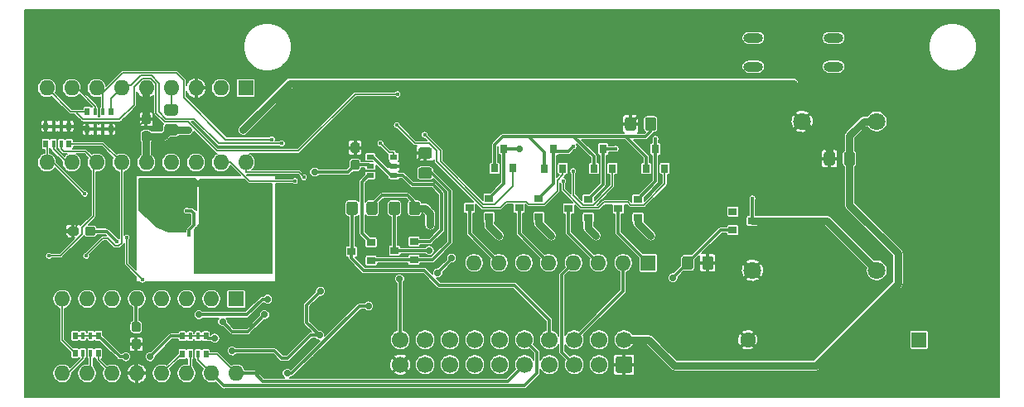
<source format=gbl>
G04 #@! TF.GenerationSoftware,KiCad,Pcbnew,(5.1.7)-1*
G04 #@! TF.CreationDate,2021-11-14T21:58:52-06:00*
G04 #@! TF.ProjectId,PIC-nixie,5049432d-6e69-4786-9965-2e6b69636164,rev?*
G04 #@! TF.SameCoordinates,Original*
G04 #@! TF.FileFunction,Copper,L2,Bot*
G04 #@! TF.FilePolarity,Positive*
%FSLAX46Y46*%
G04 Gerber Fmt 4.6, Leading zero omitted, Abs format (unit mm)*
G04 Created by KiCad (PCBNEW (5.1.7)-1) date 2021-11-14 21:58:52*
%MOMM*%
%LPD*%
G01*
G04 APERTURE LIST*
G04 #@! TA.AperFunction,ComponentPad*
%ADD10R,1.600200X1.600200*%
G04 #@! TD*
G04 #@! TA.AperFunction,ComponentPad*
%ADD11C,1.600200*%
G04 #@! TD*
G04 #@! TA.AperFunction,ComponentPad*
%ADD12O,2.000000X1.000000*%
G04 #@! TD*
G04 #@! TA.AperFunction,ComponentPad*
%ADD13R,1.600000X1.600000*%
G04 #@! TD*
G04 #@! TA.AperFunction,ComponentPad*
%ADD14O,1.600000X1.600000*%
G04 #@! TD*
G04 #@! TA.AperFunction,ComponentPad*
%ADD15C,1.700000*%
G04 #@! TD*
G04 #@! TA.AperFunction,SMDPad,CuDef*
%ADD16R,0.800000X0.550000*%
G04 #@! TD*
G04 #@! TA.AperFunction,SMDPad,CuDef*
%ADD17R,0.500000X0.800000*%
G04 #@! TD*
G04 #@! TA.AperFunction,SMDPad,CuDef*
%ADD18R,0.400000X0.800000*%
G04 #@! TD*
G04 #@! TA.AperFunction,SMDPad,CuDef*
%ADD19R,0.900000X0.800000*%
G04 #@! TD*
G04 #@! TA.AperFunction,SMDPad,CuDef*
%ADD20R,0.800000X0.900000*%
G04 #@! TD*
G04 #@! TA.AperFunction,ComponentPad*
%ADD21C,1.800000*%
G04 #@! TD*
G04 #@! TA.AperFunction,ViaPad*
%ADD22C,0.400000*%
G04 #@! TD*
G04 #@! TA.AperFunction,ViaPad*
%ADD23C,0.700000*%
G04 #@! TD*
G04 #@! TA.AperFunction,Conductor*
%ADD24C,0.150000*%
G04 #@! TD*
G04 #@! TA.AperFunction,Conductor*
%ADD25C,0.300000*%
G04 #@! TD*
G04 #@! TA.AperFunction,Conductor*
%ADD26C,0.750000*%
G04 #@! TD*
G04 #@! TA.AperFunction,Conductor*
%ADD27C,0.127000*%
G04 #@! TD*
G04 #@! TA.AperFunction,Conductor*
%ADD28C,0.100000*%
G04 #@! TD*
G04 APERTURE END LIST*
D10*
X191580000Y-117966000D03*
D11*
X174080000Y-117966000D03*
D12*
X174650000Y-87064000D03*
X182850000Y-87064000D03*
X174650000Y-90004000D03*
X182850000Y-90004000D03*
D13*
X121800000Y-113775000D03*
D14*
X104020000Y-121395000D03*
X119260000Y-113775000D03*
X106560000Y-121395000D03*
X116720000Y-113775000D03*
X109100000Y-121395000D03*
X114180000Y-113775000D03*
X111640000Y-121395000D03*
X111640000Y-113775000D03*
X114180000Y-121395000D03*
X109100000Y-113775000D03*
X116720000Y-121395000D03*
X106560000Y-113775000D03*
X119260000Y-121395000D03*
X104020000Y-113775000D03*
X121800000Y-121395000D03*
G04 #@! TA.AperFunction,ComponentPad*
G36*
G01*
X162030000Y-121350000D02*
X160830000Y-121350000D01*
G75*
G02*
X160580000Y-121100000I0J250000D01*
G01*
X160580000Y-119900000D01*
G75*
G02*
X160830000Y-119650000I250000J0D01*
G01*
X162030000Y-119650000D01*
G75*
G02*
X162280000Y-119900000I0J-250000D01*
G01*
X162280000Y-121100000D01*
G75*
G02*
X162030000Y-121350000I-250000J0D01*
G01*
G37*
G04 #@! TD.AperFunction*
D15*
X158890000Y-120500000D03*
X156350000Y-120500000D03*
X153810000Y-120500000D03*
X151270000Y-120500000D03*
X148730000Y-120500000D03*
X146190000Y-120500000D03*
X143650000Y-120500000D03*
X141110000Y-120500000D03*
X138570000Y-120500000D03*
X161430000Y-117960000D03*
X158890000Y-117960000D03*
X156350000Y-117960000D03*
X153810000Y-117960000D03*
X151270000Y-117960000D03*
X148730000Y-117960000D03*
X146190000Y-117960000D03*
X143650000Y-117960000D03*
X141110000Y-117960000D03*
X138570000Y-117960000D03*
D16*
X137910000Y-99236000D03*
X137910000Y-100186000D03*
X137910000Y-101136000D03*
X135510000Y-101136000D03*
X135510000Y-100186000D03*
X135510000Y-99236000D03*
D14*
X122775000Y-99820000D03*
X102455000Y-92200000D03*
X120235000Y-99820000D03*
X104995000Y-92200000D03*
X117695000Y-99820000D03*
X107535000Y-92200000D03*
X115155000Y-99820000D03*
X110075000Y-92200000D03*
X112615000Y-99820000D03*
X112615000Y-92200000D03*
X110075000Y-99820000D03*
X115155000Y-92200000D03*
X107535000Y-99820000D03*
X117695000Y-92200000D03*
X104995000Y-99820000D03*
X120235000Y-92200000D03*
X102455000Y-99820000D03*
D13*
X122775000Y-92200000D03*
X163888000Y-110092000D03*
D14*
X161348000Y-110092000D03*
X158808000Y-110092000D03*
X156268000Y-110092000D03*
X153728000Y-110092000D03*
X151188000Y-110092000D03*
X148648000Y-110092000D03*
X146108000Y-110092000D03*
D17*
X116300000Y-117600000D03*
D18*
X117900000Y-117600000D03*
X117100000Y-117600000D03*
D17*
X118700000Y-117600000D03*
D18*
X117100000Y-119400000D03*
D17*
X116300000Y-119400000D03*
D18*
X117900000Y-119400000D03*
D17*
X118700000Y-119400000D03*
X105325000Y-117525000D03*
D18*
X106925000Y-117525000D03*
X106125000Y-117525000D03*
D17*
X107725000Y-117525000D03*
D18*
X106125000Y-119325000D03*
D17*
X105325000Y-119325000D03*
D18*
X106925000Y-119325000D03*
D17*
X107725000Y-119325000D03*
X102325000Y-96100000D03*
D18*
X103925000Y-96100000D03*
X103125000Y-96100000D03*
D17*
X104725000Y-96100000D03*
D18*
X103125000Y-97900000D03*
D17*
X102325000Y-97900000D03*
D18*
X103925000Y-97900000D03*
D17*
X104725000Y-97900000D03*
X108975000Y-96425000D03*
D18*
X107375000Y-96425000D03*
X108175000Y-96425000D03*
D17*
X106575000Y-96425000D03*
D18*
X108175000Y-94625000D03*
D17*
X108975000Y-94625000D03*
D18*
X107375000Y-94625000D03*
D17*
X106575000Y-94625000D03*
G04 #@! TA.AperFunction,SMDPad,CuDef*
G36*
G01*
X167368000Y-110542001D02*
X167368000Y-109641999D01*
G75*
G02*
X167617999Y-109392000I249999J0D01*
G01*
X168268001Y-109392000D01*
G75*
G02*
X168518000Y-109641999I0J-249999D01*
G01*
X168518000Y-110542001D01*
G75*
G02*
X168268001Y-110792000I-249999J0D01*
G01*
X167617999Y-110792000D01*
G75*
G02*
X167368000Y-110542001I0J249999D01*
G01*
G37*
G04 #@! TD.AperFunction*
G04 #@! TA.AperFunction,SMDPad,CuDef*
G36*
G01*
X169418000Y-110542001D02*
X169418000Y-109641999D01*
G75*
G02*
X169667999Y-109392000I249999J0D01*
G01*
X170318001Y-109392000D01*
G75*
G02*
X170568000Y-109641999I0J-249999D01*
G01*
X170568000Y-110542001D01*
G75*
G02*
X170318001Y-110792000I-249999J0D01*
G01*
X169667999Y-110792000D01*
G75*
G02*
X169418000Y-110542001I0J249999D01*
G01*
G37*
G04 #@! TD.AperFunction*
G04 #@! TA.AperFunction,SMDPad,CuDef*
G36*
G01*
X136269000Y-104053999D02*
X136269000Y-104954001D01*
G75*
G02*
X136019001Y-105204000I-249999J0D01*
G01*
X135368999Y-105204000D01*
G75*
G02*
X135119000Y-104954001I0J249999D01*
G01*
X135119000Y-104053999D01*
G75*
G02*
X135368999Y-103804000I249999J0D01*
G01*
X136019001Y-103804000D01*
G75*
G02*
X136269000Y-104053999I0J-249999D01*
G01*
G37*
G04 #@! TD.AperFunction*
G04 #@! TA.AperFunction,SMDPad,CuDef*
G36*
G01*
X134219000Y-104053999D02*
X134219000Y-104954001D01*
G75*
G02*
X133969001Y-105204000I-249999J0D01*
G01*
X133318999Y-105204000D01*
G75*
G02*
X133069000Y-104954001I0J249999D01*
G01*
X133069000Y-104053999D01*
G75*
G02*
X133318999Y-103804000I249999J0D01*
G01*
X133969001Y-103804000D01*
G75*
G02*
X134219000Y-104053999I0J-249999D01*
G01*
G37*
G04 #@! TD.AperFunction*
G04 #@! TA.AperFunction,SMDPad,CuDef*
G36*
G01*
X140596000Y-104053999D02*
X140596000Y-104954001D01*
G75*
G02*
X140346001Y-105204000I-249999J0D01*
G01*
X139695999Y-105204000D01*
G75*
G02*
X139446000Y-104954001I0J249999D01*
G01*
X139446000Y-104053999D01*
G75*
G02*
X139695999Y-103804000I249999J0D01*
G01*
X140346001Y-103804000D01*
G75*
G02*
X140596000Y-104053999I0J-249999D01*
G01*
G37*
G04 #@! TD.AperFunction*
G04 #@! TA.AperFunction,SMDPad,CuDef*
G36*
G01*
X138546000Y-104053999D02*
X138546000Y-104954001D01*
G75*
G02*
X138296001Y-105204000I-249999J0D01*
G01*
X137645999Y-105204000D01*
G75*
G02*
X137396000Y-104954001I0J249999D01*
G01*
X137396000Y-104053999D01*
G75*
G02*
X137645999Y-103804000I249999J0D01*
G01*
X138296001Y-103804000D01*
G75*
G02*
X138546000Y-104053999I0J-249999D01*
G01*
G37*
G04 #@! TD.AperFunction*
G04 #@! TA.AperFunction,SMDPad,CuDef*
G36*
G01*
X141550001Y-101475000D02*
X140649999Y-101475000D01*
G75*
G02*
X140400000Y-101225001I0J249999D01*
G01*
X140400000Y-100574999D01*
G75*
G02*
X140649999Y-100325000I249999J0D01*
G01*
X141550001Y-100325000D01*
G75*
G02*
X141800000Y-100574999I0J-249999D01*
G01*
X141800000Y-101225001D01*
G75*
G02*
X141550001Y-101475000I-249999J0D01*
G01*
G37*
G04 #@! TD.AperFunction*
G04 #@! TA.AperFunction,SMDPad,CuDef*
G36*
G01*
X141550001Y-99425000D02*
X140649999Y-99425000D01*
G75*
G02*
X140400000Y-99175001I0J249999D01*
G01*
X140400000Y-98524999D01*
G75*
G02*
X140649999Y-98275000I249999J0D01*
G01*
X141550001Y-98275000D01*
G75*
G02*
X141800000Y-98524999I0J-249999D01*
G01*
X141800000Y-99175001D01*
G75*
G02*
X141550001Y-99425000I-249999J0D01*
G01*
G37*
G04 #@! TD.AperFunction*
G04 #@! TA.AperFunction,SMDPad,CuDef*
G36*
G01*
X164735000Y-95417999D02*
X164735000Y-96318001D01*
G75*
G02*
X164485001Y-96568000I-249999J0D01*
G01*
X163834999Y-96568000D01*
G75*
G02*
X163585000Y-96318001I0J249999D01*
G01*
X163585000Y-95417999D01*
G75*
G02*
X163834999Y-95168000I249999J0D01*
G01*
X164485001Y-95168000D01*
G75*
G02*
X164735000Y-95417999I0J-249999D01*
G01*
G37*
G04 #@! TD.AperFunction*
G04 #@! TA.AperFunction,SMDPad,CuDef*
G36*
G01*
X162685000Y-95417999D02*
X162685000Y-96318001D01*
G75*
G02*
X162435001Y-96568000I-249999J0D01*
G01*
X161784999Y-96568000D01*
G75*
G02*
X161535000Y-96318001I0J249999D01*
G01*
X161535000Y-95417999D01*
G75*
G02*
X161784999Y-95168000I249999J0D01*
G01*
X162435001Y-95168000D01*
G75*
G02*
X162685000Y-95417999I0J-249999D01*
G01*
G37*
G04 #@! TD.AperFunction*
G04 #@! TA.AperFunction,SMDPad,CuDef*
G36*
G01*
X115600001Y-95000000D02*
X114699999Y-95000000D01*
G75*
G02*
X114450000Y-94750001I0J249999D01*
G01*
X114450000Y-94099999D01*
G75*
G02*
X114699999Y-93850000I249999J0D01*
G01*
X115600001Y-93850000D01*
G75*
G02*
X115850000Y-94099999I0J-249999D01*
G01*
X115850000Y-94750001D01*
G75*
G02*
X115600001Y-95000000I-249999J0D01*
G01*
G37*
G04 #@! TD.AperFunction*
G04 #@! TA.AperFunction,SMDPad,CuDef*
G36*
G01*
X115600001Y-97050000D02*
X114699999Y-97050000D01*
G75*
G02*
X114450000Y-96800001I0J249999D01*
G01*
X114450000Y-96149999D01*
G75*
G02*
X114699999Y-95900000I249999J0D01*
G01*
X115600001Y-95900000D01*
G75*
G02*
X115850000Y-96149999I0J-249999D01*
G01*
X115850000Y-96800001D01*
G75*
G02*
X115600001Y-97050000I-249999J0D01*
G01*
G37*
G04 #@! TD.AperFunction*
D19*
X135584000Y-107974000D03*
X135584000Y-109874000D03*
X133584000Y-108924000D03*
X139980000Y-107872000D03*
X139980000Y-109772000D03*
X137980000Y-108822000D03*
D20*
X150106000Y-100408000D03*
X148206000Y-100408000D03*
X149156000Y-98408000D03*
X155186000Y-100424000D03*
X153286000Y-100424000D03*
X154236000Y-98424000D03*
X160250000Y-100424000D03*
X158350000Y-100424000D03*
X159300000Y-98424000D03*
X165600000Y-100424000D03*
X163700000Y-100424000D03*
X164650000Y-98424000D03*
D21*
X187256000Y-95614000D03*
X179636000Y-95614000D03*
X187256000Y-110854000D03*
X174556000Y-110854000D03*
D19*
X145632000Y-104438000D03*
X147632000Y-105388000D03*
X147632000Y-103488000D03*
X152712000Y-103488000D03*
X152712000Y-105388000D03*
X150712000Y-104438000D03*
X157776000Y-103554000D03*
X157776000Y-105454000D03*
X155776000Y-104504000D03*
X162856000Y-103554000D03*
X162856000Y-105454000D03*
X160856000Y-104504000D03*
X172540000Y-106724000D03*
X172540000Y-104824000D03*
X174540000Y-105774000D03*
G04 #@! TA.AperFunction,SMDPad,CuDef*
G36*
G01*
X185055000Y-98973999D02*
X185055000Y-99874001D01*
G75*
G02*
X184805001Y-100124000I-249999J0D01*
G01*
X184154999Y-100124000D01*
G75*
G02*
X183905000Y-99874001I0J249999D01*
G01*
X183905000Y-98973999D01*
G75*
G02*
X184154999Y-98724000I249999J0D01*
G01*
X184805001Y-98724000D01*
G75*
G02*
X185055000Y-98973999I0J-249999D01*
G01*
G37*
G04 #@! TD.AperFunction*
G04 #@! TA.AperFunction,SMDPad,CuDef*
G36*
G01*
X183005000Y-98973999D02*
X183005000Y-99874001D01*
G75*
G02*
X182755001Y-100124000I-249999J0D01*
G01*
X182104999Y-100124000D01*
G75*
G02*
X181855000Y-99874001I0J249999D01*
G01*
X181855000Y-98973999D01*
G75*
G02*
X182104999Y-98724000I249999J0D01*
G01*
X182755001Y-98724000D01*
G75*
G02*
X183005000Y-98973999I0J-249999D01*
G01*
G37*
G04 #@! TD.AperFunction*
G04 #@! TA.AperFunction,SMDPad,CuDef*
G36*
G01*
X134187500Y-100575000D02*
X133712500Y-100575000D01*
G75*
G02*
X133475000Y-100337500I0J237500D01*
G01*
X133475000Y-99762500D01*
G75*
G02*
X133712500Y-99525000I237500J0D01*
G01*
X134187500Y-99525000D01*
G75*
G02*
X134425000Y-99762500I0J-237500D01*
G01*
X134425000Y-100337500D01*
G75*
G02*
X134187500Y-100575000I-237500J0D01*
G01*
G37*
G04 #@! TD.AperFunction*
G04 #@! TA.AperFunction,SMDPad,CuDef*
G36*
G01*
X134187500Y-98825000D02*
X133712500Y-98825000D01*
G75*
G02*
X133475000Y-98587500I0J237500D01*
G01*
X133475000Y-98012500D01*
G75*
G02*
X133712500Y-97775000I237500J0D01*
G01*
X134187500Y-97775000D01*
G75*
G02*
X134425000Y-98012500I0J-237500D01*
G01*
X134425000Y-98587500D01*
G75*
G02*
X134187500Y-98825000I-237500J0D01*
G01*
G37*
G04 #@! TD.AperFunction*
G04 #@! TA.AperFunction,SMDPad,CuDef*
G36*
G01*
X104625000Y-107087500D02*
X104625000Y-106612500D01*
G75*
G02*
X104862500Y-106375000I237500J0D01*
G01*
X105437500Y-106375000D01*
G75*
G02*
X105675000Y-106612500I0J-237500D01*
G01*
X105675000Y-107087500D01*
G75*
G02*
X105437500Y-107325000I-237500J0D01*
G01*
X104862500Y-107325000D01*
G75*
G02*
X104625000Y-107087500I0J237500D01*
G01*
G37*
G04 #@! TD.AperFunction*
G04 #@! TA.AperFunction,SMDPad,CuDef*
G36*
G01*
X106375000Y-107087500D02*
X106375000Y-106612500D01*
G75*
G02*
X106612500Y-106375000I237500J0D01*
G01*
X107187500Y-106375000D01*
G75*
G02*
X107425000Y-106612500I0J-237500D01*
G01*
X107425000Y-107087500D01*
G75*
G02*
X107187500Y-107325000I-237500J0D01*
G01*
X106612500Y-107325000D01*
G75*
G02*
X106375000Y-107087500I0J237500D01*
G01*
G37*
G04 #@! TD.AperFunction*
G04 #@! TA.AperFunction,SMDPad,CuDef*
G36*
G01*
X111337500Y-116125000D02*
X111812500Y-116125000D01*
G75*
G02*
X112050000Y-116362500I0J-237500D01*
G01*
X112050000Y-116937500D01*
G75*
G02*
X111812500Y-117175000I-237500J0D01*
G01*
X111337500Y-117175000D01*
G75*
G02*
X111100000Y-116937500I0J237500D01*
G01*
X111100000Y-116362500D01*
G75*
G02*
X111337500Y-116125000I237500J0D01*
G01*
G37*
G04 #@! TD.AperFunction*
G04 #@! TA.AperFunction,SMDPad,CuDef*
G36*
G01*
X111337500Y-117875000D02*
X111812500Y-117875000D01*
G75*
G02*
X112050000Y-118112500I0J-237500D01*
G01*
X112050000Y-118687500D01*
G75*
G02*
X111812500Y-118925000I-237500J0D01*
G01*
X111337500Y-118925000D01*
G75*
G02*
X111100000Y-118687500I0J237500D01*
G01*
X111100000Y-118112500D01*
G75*
G02*
X111337500Y-117875000I237500J0D01*
G01*
G37*
G04 #@! TD.AperFunction*
G04 #@! TA.AperFunction,SMDPad,CuDef*
G36*
G01*
X112837500Y-95900000D02*
X112362500Y-95900000D01*
G75*
G02*
X112125000Y-95662500I0J237500D01*
G01*
X112125000Y-95087500D01*
G75*
G02*
X112362500Y-94850000I237500J0D01*
G01*
X112837500Y-94850000D01*
G75*
G02*
X113075000Y-95087500I0J-237500D01*
G01*
X113075000Y-95662500D01*
G75*
G02*
X112837500Y-95900000I-237500J0D01*
G01*
G37*
G04 #@! TD.AperFunction*
G04 #@! TA.AperFunction,SMDPad,CuDef*
G36*
G01*
X112837500Y-97650000D02*
X112362500Y-97650000D01*
G75*
G02*
X112125000Y-97412500I0J237500D01*
G01*
X112125000Y-96837500D01*
G75*
G02*
X112362500Y-96600000I237500J0D01*
G01*
X112837500Y-96600000D01*
G75*
G02*
X113075000Y-96837500I0J-237500D01*
G01*
X113075000Y-97412500D01*
G75*
G02*
X112837500Y-97650000I-237500J0D01*
G01*
G37*
G04 #@! TD.AperFunction*
D22*
X122967000Y-103789000D03*
X122267000Y-103189000D03*
X114800000Y-101989000D03*
X113767000Y-101989000D03*
X112967000Y-101989000D03*
X112300000Y-102289000D03*
X112067000Y-103089000D03*
X112167000Y-103889000D03*
X112267000Y-104589000D03*
X112767000Y-105089000D03*
X113267000Y-105589000D03*
X113767000Y-106089000D03*
X114567000Y-106389000D03*
X115267000Y-106589000D03*
X116200000Y-106700000D03*
X117567000Y-104289000D03*
X117567000Y-103589000D03*
X117567000Y-102889000D03*
X117100000Y-102100000D03*
X116367000Y-101889000D03*
X104550000Y-108075000D03*
X105825000Y-105950000D03*
X102000000Y-106025000D03*
X114150000Y-104200000D03*
X123393000Y-107361000D03*
X119065000Y-104895000D03*
X118567000Y-102789000D03*
X125171000Y-104567000D03*
X125171000Y-105329000D03*
X118313000Y-105075000D03*
X118059000Y-106599000D03*
X125171000Y-110409000D03*
X117805000Y-107361000D03*
X117805000Y-108885000D03*
X120091000Y-102789000D03*
X121869000Y-110917000D03*
X125171000Y-106091000D03*
X122631000Y-110917000D03*
X117805000Y-108123000D03*
X120345000Y-110917000D03*
X125171000Y-108377000D03*
X121615000Y-102789000D03*
X118313000Y-104313000D03*
X119583000Y-110917000D03*
X121107000Y-110917000D03*
X120853000Y-102789000D03*
X124663000Y-103805000D03*
X123393000Y-110917000D03*
X125171000Y-107615000D03*
X118821000Y-110917000D03*
X124155000Y-110917000D03*
X123901000Y-103805000D03*
X117805000Y-110409000D03*
X125171000Y-106853000D03*
X117805000Y-109647000D03*
X118313000Y-103551000D03*
X125171000Y-109139000D03*
X119288000Y-102800000D03*
D23*
X117900000Y-102000000D03*
D22*
X109650000Y-106000000D03*
X127500000Y-106250000D03*
D23*
X181500000Y-88490000D03*
X175980000Y-88450000D03*
D22*
X108350000Y-108000000D03*
X107461000Y-105937000D03*
D23*
X129800000Y-100800000D03*
X116900000Y-96500000D03*
D22*
X109625000Y-107925000D03*
D23*
X178746000Y-91704000D03*
X122500000Y-96500000D03*
X151304000Y-91704000D03*
X141600000Y-106200000D03*
D22*
X174556000Y-103488000D03*
D23*
X164142000Y-107298000D03*
X158554000Y-107298000D03*
X153982000Y-107298000D03*
X148648000Y-107298000D03*
X121400000Y-119100000D03*
X110500000Y-119700000D03*
X113000000Y-119700000D03*
X119600000Y-117800000D03*
X130300000Y-117500000D03*
X130400000Y-113000000D03*
X143800000Y-109600000D03*
X142400000Y-111100000D03*
X166428000Y-111616000D03*
X120400000Y-116100000D03*
X124700000Y-115400000D03*
X135300000Y-114500000D03*
X127000000Y-121400000D03*
X118000000Y-115400000D03*
X125000000Y-113800000D03*
X141536000Y-108822000D03*
D22*
X164650000Y-97392000D03*
X160586000Y-98408000D03*
X156268000Y-98154000D03*
D23*
X150730000Y-98410000D03*
D22*
X127794600Y-101715800D03*
X155212100Y-101715800D03*
X128701200Y-101313300D03*
X156232600Y-100695200D03*
X138213600Y-95986900D03*
X141052600Y-96982200D03*
X138280000Y-92830000D03*
X136543700Y-97869600D03*
X126469600Y-97869600D03*
X125441600Y-97453700D03*
X106460000Y-109360200D03*
X102650000Y-109360200D03*
X106303900Y-103009500D03*
X110600000Y-107500000D03*
X112200000Y-111800000D03*
X116750000Y-104750000D03*
X117000000Y-107250000D03*
D23*
X138500000Y-111750000D03*
D24*
X111550000Y-96425000D02*
X112600000Y-95375000D01*
X108975000Y-96425000D02*
X111550000Y-96425000D01*
X104925000Y-106850000D02*
X105825000Y-105950000D01*
D25*
X104925000Y-106850000D02*
X103987500Y-106850000D01*
X105150000Y-106850000D02*
X104925000Y-106850000D01*
D24*
X103987500Y-106850000D02*
X104550000Y-107412500D01*
X104550000Y-107412500D02*
X104550000Y-108075000D01*
D25*
X103987500Y-106850000D02*
X102825000Y-106850000D01*
X102825000Y-106850000D02*
X102000000Y-106025000D01*
X111575000Y-121180000D02*
X111575000Y-121330000D01*
X111575000Y-121330000D02*
X111640000Y-121395000D01*
X111575000Y-118400000D02*
X111575000Y-121180000D01*
X141100000Y-98850000D02*
X139764000Y-100186000D01*
X139764000Y-100186000D02*
X137910000Y-100186000D01*
X179636000Y-95614000D02*
X178422000Y-94400000D01*
X178422000Y-94400000D02*
X163578000Y-94400000D01*
X163578000Y-94400000D02*
X162110000Y-95868000D01*
X174556000Y-110854000D02*
X174354000Y-110854000D01*
X174354000Y-110854000D02*
X173592000Y-110092000D01*
X173592000Y-110092000D02*
X169993000Y-110092000D01*
D24*
X106575000Y-96425000D02*
X107375000Y-96425000D01*
X108975000Y-96425000D02*
X108175000Y-96425000D01*
X107375000Y-96425000D02*
X108175000Y-96425000D01*
X104725000Y-96100000D02*
X106250000Y-96100000D01*
X106250000Y-96100000D02*
X106575000Y-96425000D01*
X104725000Y-96100000D02*
X103925000Y-96100000D01*
X103925000Y-96100000D02*
X103125000Y-96100000D01*
X102325000Y-96100000D02*
X103125000Y-96100000D01*
D26*
X182430000Y-99424000D02*
X182430000Y-98408000D01*
X182430000Y-98408000D02*
X179636000Y-95614000D01*
D25*
X137910000Y-100186000D02*
X137686000Y-100186000D01*
X137686000Y-100186000D02*
X135800000Y-98300000D01*
X135800000Y-98300000D02*
X133950000Y-98300000D01*
D26*
X112600000Y-95375000D02*
X112600000Y-92215000D01*
X112600000Y-92215000D02*
X112615000Y-92200000D01*
D25*
X111575000Y-121180000D02*
X111640000Y-121245000D01*
X118567000Y-102667000D02*
X117900000Y-102000000D01*
X118567000Y-102789000D02*
X118567000Y-102667000D01*
X117900000Y-102000000D02*
X117600000Y-102000000D01*
D24*
X107524000Y-106000000D02*
X107461000Y-105937000D01*
X111607500Y-113807500D02*
X111575000Y-113775000D01*
X111575000Y-113775000D02*
X111575000Y-113690000D01*
D25*
X111607500Y-113807500D02*
X111640000Y-113775000D01*
X111575000Y-116650000D02*
X111575000Y-113840000D01*
X111575000Y-113840000D02*
X111607500Y-113807500D01*
X133950000Y-100050000D02*
X133200000Y-100800000D01*
X133200000Y-100800000D02*
X129800000Y-100800000D01*
D26*
X115150000Y-96475000D02*
X115025000Y-96475000D01*
X115025000Y-96475000D02*
X114375000Y-97125000D01*
X114375000Y-97125000D02*
X112600000Y-97125000D01*
X116900000Y-96500000D02*
X115175000Y-96500000D01*
X115175000Y-96500000D02*
X115150000Y-96475000D01*
X187256000Y-95614000D02*
X185961000Y-95614000D01*
X185961000Y-95614000D02*
X184480000Y-97095000D01*
X184480000Y-97095000D02*
X184480000Y-99424000D01*
D25*
X133950000Y-100050000D02*
X135374000Y-100050000D01*
X135374000Y-100050000D02*
X135510000Y-100186000D01*
X106900000Y-106850000D02*
X108550000Y-106850000D01*
X108550000Y-106850000D02*
X109625000Y-107925000D01*
D26*
X112600000Y-97125000D02*
X112600000Y-99805000D01*
X112600000Y-99805000D02*
X112615000Y-99820000D01*
D25*
X111575000Y-113690000D02*
X111640000Y-113625000D01*
D26*
X184480000Y-99424000D02*
X184480000Y-104150000D01*
X184480000Y-104150000D02*
X189430000Y-109100000D01*
X189430000Y-109100000D02*
X189430000Y-112210000D01*
X189430000Y-112210000D02*
X181040000Y-120600000D01*
X181040000Y-120600000D02*
X166580000Y-120600000D01*
X163940000Y-117960000D02*
X161430000Y-117960000D01*
X166580000Y-120600000D02*
X163940000Y-117960000D01*
X127296000Y-91704000D02*
X122500000Y-96500000D01*
X151304000Y-91704000D02*
X127296000Y-91704000D01*
X178746000Y-91704000D02*
X151304000Y-91704000D01*
D25*
X135694000Y-104504000D02*
X135694000Y-104206000D01*
X135694000Y-104206000D02*
X136700000Y-103200000D01*
X136700000Y-103200000D02*
X139300000Y-103200000D01*
X139300000Y-103200000D02*
X140021000Y-103921000D01*
X140021000Y-103921000D02*
X140021000Y-104504000D01*
D26*
X141600000Y-106200000D02*
X141600000Y-105000000D01*
X141600000Y-105000000D02*
X141104000Y-104504000D01*
X141104000Y-104504000D02*
X140021000Y-104504000D01*
D25*
X140021000Y-104504000D02*
X140021000Y-104767000D01*
X174556000Y-103488000D02*
X174556000Y-105758000D01*
X174556000Y-105758000D02*
X174540000Y-105774000D01*
D26*
X162856000Y-105454000D02*
X162856000Y-106012000D01*
X162856000Y-106012000D02*
X164142000Y-107298000D01*
X157776000Y-105454000D02*
X157776000Y-106520000D01*
X157776000Y-106520000D02*
X158554000Y-107298000D01*
X152712000Y-105388000D02*
X152712000Y-106028000D01*
X152712000Y-106028000D02*
X153982000Y-107298000D01*
X147632000Y-105388000D02*
X147632000Y-106282000D01*
X147632000Y-106282000D02*
X148648000Y-107298000D01*
X174540000Y-105774000D02*
X182176000Y-105774000D01*
X182176000Y-105774000D02*
X187256000Y-110854000D01*
D24*
X106925000Y-117525000D02*
X106125000Y-117525000D01*
X107725000Y-117525000D02*
X106925000Y-117525000D01*
D25*
X130300000Y-117500000D02*
X129400000Y-117500000D01*
X129400000Y-117500000D02*
X127057000Y-119843000D01*
X127057000Y-119843000D02*
X126443000Y-119843000D01*
X126443000Y-119843000D02*
X125700000Y-119100000D01*
X125700000Y-119100000D02*
X121400000Y-119100000D01*
X110500000Y-119700000D02*
X109900000Y-119700000D01*
X109900000Y-119700000D02*
X107725000Y-117525000D01*
X116300000Y-117600000D02*
X115100000Y-117600000D01*
X115100000Y-117600000D02*
X113000000Y-119700000D01*
X119600000Y-117800000D02*
X118900000Y-117800000D01*
X118900000Y-117800000D02*
X118700000Y-117600000D01*
X130300000Y-117500000D02*
X129000000Y-116200000D01*
X129000000Y-116200000D02*
X129000000Y-114400000D01*
X129000000Y-114400000D02*
X130400000Y-113000000D01*
X143800000Y-109600000D02*
X143800000Y-109700000D01*
X143800000Y-109700000D02*
X142400000Y-111100000D01*
D24*
X105325000Y-117525000D02*
X106125000Y-117525000D01*
X116300000Y-117600000D02*
X117100000Y-117600000D01*
X117100000Y-117600000D02*
X117900000Y-117600000D01*
X118700000Y-117600000D02*
X117900000Y-117600000D01*
D25*
X172540000Y-106724000D02*
X171311000Y-106724000D01*
X171311000Y-106724000D02*
X167943000Y-110092000D01*
X166428000Y-111616000D02*
X166428000Y-111607000D01*
X166428000Y-111607000D02*
X167943000Y-110092000D01*
X120400000Y-116100000D02*
X121400000Y-117100000D01*
X121400000Y-117100000D02*
X123000000Y-117100000D01*
X123000000Y-117100000D02*
X124700000Y-115400000D01*
D24*
X106925000Y-121030000D02*
X106560000Y-121395000D01*
X106925000Y-119325000D02*
X106925000Y-121030000D01*
D25*
X127000000Y-121400000D02*
X127495000Y-121400000D01*
X127495000Y-121400000D02*
X134395000Y-114500000D01*
X134395000Y-114500000D02*
X135300000Y-114500000D01*
D24*
X116720000Y-121395000D02*
X117100000Y-121015000D01*
X117100000Y-121015000D02*
X117100000Y-119400000D01*
D25*
X125000000Y-113800000D02*
X124500000Y-113800000D01*
X124500000Y-113800000D02*
X122900000Y-115400000D01*
X122900000Y-115400000D02*
X118000000Y-115400000D01*
D24*
X104020000Y-121395000D02*
X104605000Y-121395000D01*
X104605000Y-121395000D02*
X106125000Y-119875000D01*
X106125000Y-119875000D02*
X106125000Y-119325000D01*
X119260000Y-121395000D02*
X117900000Y-120035000D01*
X117900000Y-120035000D02*
X117900000Y-119400000D01*
D25*
X119260000Y-121395000D02*
X120545000Y-122680000D01*
X120545000Y-122680000D02*
X151230000Y-122680000D01*
X151230000Y-122680000D02*
X152540000Y-121370000D01*
X152540000Y-119230000D02*
X151270000Y-117960000D01*
X152540000Y-121370000D02*
X152540000Y-119230000D01*
X133644000Y-104504000D02*
X133644000Y-108864000D01*
X133644000Y-108864000D02*
X133584000Y-108924000D01*
X133584000Y-109624000D02*
X133584000Y-108924000D01*
X141028000Y-110854000D02*
X134814000Y-110854000D01*
X134814000Y-110854000D02*
X133584000Y-109624000D01*
X142552000Y-112378000D02*
X141028000Y-110854000D01*
X150238000Y-112378000D02*
X142552000Y-112378000D01*
X153810000Y-115950000D02*
X150238000Y-112378000D01*
X153810000Y-117960000D02*
X153810000Y-115950000D01*
X161348000Y-110092000D02*
X161348000Y-111922000D01*
X161348000Y-112962000D02*
X161348000Y-111922000D01*
X156350000Y-117960000D02*
X161348000Y-112962000D01*
D24*
X107725000Y-119325000D02*
X107725000Y-120020000D01*
X107725000Y-120020000D02*
X109100000Y-121395000D01*
X114180000Y-121395000D02*
X116175000Y-119400000D01*
X116175000Y-119400000D02*
X116300000Y-119400000D01*
X105325000Y-119325000D02*
X104020000Y-118020000D01*
X104020000Y-118020000D02*
X104020000Y-113775000D01*
D25*
X121800000Y-121395000D02*
X123695000Y-121395000D01*
X123695000Y-121395000D02*
X124500000Y-122200000D01*
D24*
X121800000Y-121395000D02*
X119805000Y-119400000D01*
X119805000Y-119400000D02*
X118700000Y-119400000D01*
D25*
X149570000Y-122200000D02*
X149280000Y-122200000D01*
X151270000Y-120500000D02*
X149570000Y-122200000D01*
X149280000Y-122200000D02*
X149500000Y-122200000D01*
X124500000Y-122200000D02*
X149280000Y-122200000D01*
X141536000Y-108822000D02*
X137980000Y-108822000D01*
X137971000Y-104504000D02*
X137971000Y-108813000D01*
X137971000Y-108813000D02*
X137980000Y-108822000D01*
X155100000Y-111260000D02*
X156268000Y-110092000D01*
X155100000Y-119250000D02*
X155100000Y-111260000D01*
X156350000Y-120500000D02*
X155100000Y-119250000D01*
X160856000Y-104504000D02*
X160856000Y-107060000D01*
X160856000Y-107060000D02*
X163888000Y-110092000D01*
X164650000Y-97392000D02*
X164650000Y-98424000D01*
X164650000Y-98424000D02*
X164650000Y-101760000D01*
X164650000Y-101760000D02*
X162856000Y-103554000D01*
X155776000Y-104504000D02*
X155776000Y-107060000D01*
X155776000Y-107060000D02*
X158808000Y-110092000D01*
X160586000Y-98408000D02*
X159316000Y-98408000D01*
X159316000Y-98408000D02*
X159300000Y-98424000D01*
X159300000Y-98424000D02*
X159300000Y-102030000D01*
X159300000Y-102030000D02*
X157776000Y-103554000D01*
X150712000Y-104438000D02*
X150712000Y-107076000D01*
X150712000Y-107076000D02*
X153728000Y-110092000D01*
X156268000Y-98154000D02*
X155760000Y-98662000D01*
X155760000Y-98662000D02*
X154474000Y-98662000D01*
X154474000Y-98662000D02*
X154236000Y-98424000D01*
X154236000Y-98424000D02*
X154236000Y-101964000D01*
X154236000Y-101964000D02*
X152712000Y-103488000D01*
X145632000Y-104438000D02*
X145632000Y-107076000D01*
X145632000Y-107076000D02*
X148648000Y-110092000D01*
X149156000Y-98408000D02*
X149156000Y-101964000D01*
X149156000Y-101964000D02*
X147632000Y-103488000D01*
X150728000Y-98408000D02*
X150730000Y-98410000D01*
X149156000Y-98408000D02*
X150728000Y-98408000D01*
X156268000Y-97138000D02*
X161602000Y-97138000D01*
X163700000Y-100424000D02*
X163700000Y-99236000D01*
X163700000Y-99236000D02*
X161602000Y-97138000D01*
X161602000Y-97138000D02*
X163634000Y-97138000D01*
X163634000Y-97138000D02*
X164160000Y-96612000D01*
X164160000Y-96612000D02*
X164160000Y-95868000D01*
X151696000Y-97138000D02*
X156268000Y-97138000D01*
X158350000Y-100424000D02*
X158350000Y-99220000D01*
X158350000Y-99220000D02*
X156268000Y-97138000D01*
X148206000Y-100408000D02*
X148206000Y-98009400D01*
X148206000Y-98009400D02*
X149077000Y-97138000D01*
X149077000Y-97138000D02*
X151696000Y-97138000D01*
X153286000Y-100424000D02*
X153286000Y-98728000D01*
X153286000Y-98728000D02*
X151696000Y-97138000D01*
D24*
X155212100Y-101715800D02*
X155212100Y-102608300D01*
X155212100Y-102608300D02*
X157037500Y-104433700D01*
X157037500Y-104433700D02*
X158803600Y-104433700D01*
X158803600Y-104433700D02*
X159358500Y-103878800D01*
X159358500Y-103878800D02*
X161836100Y-103878800D01*
X161836100Y-103878800D02*
X162113700Y-104156400D01*
X162113700Y-104156400D02*
X163450000Y-104156400D01*
X163450000Y-104156400D02*
X165600000Y-102006400D01*
X165600000Y-102006400D02*
X165600000Y-100424000D01*
X120235000Y-99820000D02*
X121237300Y-99820000D01*
X127794600Y-101715800D02*
X123133100Y-101715800D01*
X123133100Y-101715800D02*
X121237300Y-99820000D01*
X122775000Y-99820000D02*
X122775000Y-100822300D01*
X122775000Y-100822300D02*
X128210200Y-100822300D01*
X128210200Y-100822300D02*
X128701200Y-101313300D01*
X160250000Y-100424000D02*
X160250000Y-102216500D01*
X160250000Y-102216500D02*
X158310100Y-104156400D01*
X158310100Y-104156400D02*
X157240900Y-104156400D01*
X157240900Y-104156400D02*
X156232600Y-103148100D01*
X156232600Y-103148100D02*
X156232600Y-100695200D01*
X155186000Y-100424000D02*
X155186000Y-101076300D01*
X138213600Y-95986900D02*
X140040700Y-97814000D01*
X140040700Y-97814000D02*
X141492200Y-97814000D01*
X141492200Y-97814000D02*
X142307600Y-98629400D01*
X142307600Y-98629400D02*
X142307600Y-99734000D01*
X142307600Y-99734000D02*
X146985700Y-104412100D01*
X146985700Y-104412100D02*
X148791500Y-104412100D01*
X148791500Y-104412100D02*
X149368000Y-103835600D01*
X149368000Y-103835600D02*
X151454300Y-103835600D01*
X151454300Y-103835600D02*
X151709100Y-104090400D01*
X151709100Y-104090400D02*
X153250300Y-104090400D01*
X153250300Y-104090400D02*
X154600900Y-102739800D01*
X154600900Y-102739800D02*
X154600900Y-101661400D01*
X154600900Y-101661400D02*
X155186000Y-101076300D01*
X150106000Y-100408000D02*
X150106000Y-102210000D01*
X150106000Y-102210000D02*
X148225600Y-104090400D01*
X148225600Y-104090400D02*
X147056300Y-104090400D01*
X147056300Y-104090400D02*
X142683000Y-99717100D01*
X142683000Y-99717100D02*
X142683000Y-98612600D01*
X142683000Y-98612600D02*
X141052600Y-96982200D01*
X120235000Y-92200000D02*
X120861300Y-92200000D01*
D25*
X141100000Y-100900000D02*
X141800000Y-100900000D01*
X141800000Y-100900000D02*
X143606000Y-102706000D01*
X143606000Y-102706000D02*
X143606000Y-108025900D01*
X143606000Y-108025900D02*
X141860000Y-109772000D01*
X141860000Y-109772000D02*
X139980000Y-109772000D01*
X139980000Y-109772000D02*
X135686000Y-109772000D01*
X135686000Y-109772000D02*
X135584000Y-109874000D01*
X139980000Y-107872000D02*
X141628000Y-107872000D01*
X141628000Y-107872000D02*
X142800000Y-106700000D01*
X142800000Y-106700000D02*
X142800000Y-103000000D01*
X142800000Y-103000000D02*
X141900000Y-102100000D01*
X141900000Y-102100000D02*
X139800000Y-102100000D01*
X139800000Y-102100000D02*
X138836000Y-101136000D01*
X138836000Y-101136000D02*
X137910000Y-101136000D01*
X135510000Y-99236000D02*
X135734000Y-99236000D01*
X135734000Y-99236000D02*
X137634000Y-101136000D01*
X137634000Y-101136000D02*
X137910000Y-101136000D01*
X135510000Y-101136000D02*
X135286000Y-101136000D01*
X135286000Y-101136000D02*
X134650000Y-101772400D01*
X134650000Y-101772400D02*
X134650000Y-107040000D01*
X134650000Y-107040000D02*
X135584000Y-107974000D01*
D24*
X115150000Y-94425000D02*
X115150000Y-92205000D01*
X115150000Y-92205000D02*
X115155000Y-92200000D01*
X104880000Y-94625000D02*
X102455000Y-92200000D01*
X106575000Y-94625000D02*
X105727500Y-94625000D01*
X127485800Y-98633200D02*
X127486800Y-98633200D01*
X127485800Y-98633200D02*
X128146800Y-98633200D01*
X133950000Y-92830000D02*
X138280000Y-92830000D01*
X128146800Y-98633200D02*
X133950000Y-92830000D01*
X105727500Y-94625000D02*
X105535000Y-94625000D01*
X105535000Y-94625000D02*
X104880000Y-94625000D01*
X119849900Y-98633200D02*
X127485800Y-98633200D01*
X116886900Y-95670200D02*
X119849900Y-98633200D01*
X114527500Y-95670200D02*
X116886900Y-95670200D01*
X113617300Y-91777500D02*
X113617300Y-94760000D01*
X113037400Y-91197600D02*
X113617300Y-91777500D01*
X111354600Y-92042400D02*
X112199400Y-91197600D01*
X111354600Y-93945400D02*
X111354600Y-92042400D01*
X109890000Y-95410000D02*
X111354600Y-93945400D01*
X113617300Y-94760000D02*
X114527500Y-95670200D01*
X106140000Y-95410000D02*
X109890000Y-95410000D01*
X112199400Y-91197600D02*
X113037400Y-91197600D01*
X105535000Y-94805000D02*
X106140000Y-95410000D01*
X105535000Y-94625000D02*
X105535000Y-94805000D01*
X105500000Y-92200000D02*
X104995000Y-92200000D01*
X107375000Y-94625000D02*
X107375000Y-94075000D01*
X107375000Y-94075000D02*
X105500000Y-92200000D01*
X137910000Y-98758700D02*
X137432800Y-98758700D01*
X137432800Y-98758700D02*
X136543700Y-97869600D01*
X137910000Y-99236000D02*
X137910000Y-98758700D01*
X109525000Y-92750000D02*
X110075000Y-92200000D01*
X108975000Y-94625000D02*
X108975000Y-93300000D01*
X108975000Y-93300000D02*
X109525000Y-92750000D01*
X110369200Y-91905800D02*
X110075000Y-92200000D01*
X113152300Y-90920300D02*
X112062800Y-90920300D01*
X113936600Y-91704600D02*
X113152300Y-90920300D01*
X112062800Y-90920300D02*
X111077300Y-91905800D01*
X113936600Y-94655700D02*
X113936600Y-91704600D01*
X111077300Y-91905800D02*
X110369200Y-91905800D01*
X114617700Y-95336800D02*
X113936600Y-94655700D01*
X117477900Y-95336800D02*
X114617700Y-95336800D01*
X120010700Y-97869600D02*
X117477900Y-95336800D01*
X126469600Y-97869600D02*
X120010700Y-97869600D01*
X108175000Y-92840000D02*
X107535000Y-92200000D01*
X108175000Y-94625000D02*
X108175000Y-92840000D01*
X121475600Y-97453700D02*
X125441600Y-97453700D01*
X120723700Y-97453700D02*
X121475600Y-97453700D01*
X116425000Y-93155000D02*
X120723700Y-97453700D01*
X116425000Y-91385000D02*
X116425000Y-93155000D01*
X115683000Y-90643000D02*
X116425000Y-91385000D01*
X110214400Y-90643000D02*
X115683000Y-90643000D01*
X108175000Y-92682400D02*
X110214400Y-90643000D01*
X108175000Y-92840000D02*
X108175000Y-92682400D01*
X110075000Y-99820000D02*
X110075000Y-108059900D01*
X110075000Y-108059900D02*
X109802000Y-108332900D01*
X109802000Y-108332900D02*
X109393400Y-108332900D01*
X109393400Y-108332900D02*
X108639100Y-107578600D01*
X108639100Y-107578600D02*
X108155500Y-107578600D01*
X108155500Y-107578600D02*
X106460000Y-109274100D01*
X106460000Y-109274100D02*
X106460000Y-109360200D01*
X104725000Y-97900000D02*
X108155000Y-97900000D01*
X108155000Y-97900000D02*
X110075000Y-99820000D01*
X107205300Y-99490300D02*
X107205300Y-105303900D01*
X107205300Y-105303900D02*
X106025000Y-106484200D01*
X106025000Y-106484200D02*
X106025000Y-107188000D01*
X106025000Y-107188000D02*
X103852800Y-109360200D01*
X103852800Y-109360200D02*
X102650000Y-109360200D01*
X107205300Y-99490300D02*
X107535000Y-99820000D01*
X103925000Y-97900000D02*
X103925000Y-98450000D01*
X103925000Y-98450000D02*
X104150000Y-98675000D01*
X104150000Y-98675000D02*
X106390000Y-98675000D01*
X106390000Y-98675000D02*
X107205300Y-99490300D01*
X102455000Y-99160600D02*
X106303900Y-103009500D01*
X102455000Y-99160600D02*
X102455000Y-98030000D01*
X102455000Y-98030000D02*
X102325000Y-97900000D01*
X102455000Y-99820000D02*
X102455000Y-99160600D01*
X104995000Y-99820000D02*
X104495000Y-99820000D01*
X104495000Y-99820000D02*
X103125000Y-98450000D01*
X103125000Y-98450000D02*
X103125000Y-97900000D01*
X110600000Y-110200000D02*
X110600000Y-107500000D01*
X112200000Y-111800000D02*
X110600000Y-110200000D01*
D25*
X116750000Y-104750000D02*
X117250000Y-104750000D01*
X117250000Y-104750000D02*
X117500000Y-105000000D01*
X117500000Y-105000000D02*
X117500000Y-106250000D01*
X117500000Y-106250000D02*
X117000000Y-106750000D01*
X117000000Y-106750000D02*
X117000000Y-107250000D01*
X138570000Y-111820000D02*
X138500000Y-111750000D01*
X138570000Y-117960000D02*
X138570000Y-111820000D01*
D27*
X122936144Y-101894318D02*
X122944455Y-101904445D01*
X122984883Y-101937623D01*
X123031006Y-101962276D01*
X123081053Y-101977458D01*
X123120063Y-101981300D01*
X123120064Y-101981300D01*
X123133099Y-101982584D01*
X123146134Y-101981300D01*
X125436500Y-101981300D01*
X125436500Y-111111500D01*
X117538500Y-111111500D01*
X117538500Y-106693039D01*
X117728944Y-106502595D01*
X117741934Y-106491934D01*
X117771491Y-106455919D01*
X118018736Y-106221037D01*
X118026877Y-106211620D01*
X118033024Y-106200796D01*
X118036942Y-106188981D01*
X118038500Y-106175000D01*
X118038500Y-101563500D01*
X122605326Y-101563500D01*
X122936144Y-101894318D01*
G04 #@! TA.AperFunction,Conductor*
D28*
G36*
X122936144Y-101894318D02*
G01*
X122944455Y-101904445D01*
X122984883Y-101937623D01*
X123031006Y-101962276D01*
X123081053Y-101977458D01*
X123120063Y-101981300D01*
X123120064Y-101981300D01*
X123133099Y-101982584D01*
X123146134Y-101981300D01*
X125436500Y-101981300D01*
X125436500Y-111111500D01*
X117538500Y-111111500D01*
X117538500Y-106693039D01*
X117728944Y-106502595D01*
X117741934Y-106491934D01*
X117771491Y-106455919D01*
X118018736Y-106221037D01*
X118026877Y-106211620D01*
X118033024Y-106200796D01*
X118036942Y-106188981D01*
X118038500Y-106175000D01*
X118038500Y-101563500D01*
X122605326Y-101563500D01*
X122936144Y-101894318D01*
G37*
G04 #@! TD.AperFunction*
D27*
X117686500Y-101651302D02*
X117686500Y-104704960D01*
X117502598Y-104521060D01*
X117491934Y-104508066D01*
X117440087Y-104465515D01*
X117380934Y-104433897D01*
X117316750Y-104414427D01*
X117266723Y-104409500D01*
X117266715Y-104409500D01*
X117250000Y-104407854D01*
X117233285Y-104409500D01*
X116943286Y-104409500D01*
X116934971Y-104403944D01*
X116863905Y-104374507D01*
X116788461Y-104359500D01*
X116711539Y-104359500D01*
X116636095Y-104374507D01*
X116565029Y-104403944D01*
X116501071Y-104446679D01*
X116446679Y-104501071D01*
X116403944Y-104565029D01*
X116374507Y-104636095D01*
X116359500Y-104711539D01*
X116359500Y-104788461D01*
X116374507Y-104863905D01*
X116403944Y-104934971D01*
X116446679Y-104998929D01*
X116501071Y-105053321D01*
X116565029Y-105096056D01*
X116636095Y-105125493D01*
X116711539Y-105140500D01*
X116788461Y-105140500D01*
X116863905Y-105125493D01*
X116934971Y-105096056D01*
X116943286Y-105090500D01*
X117108961Y-105090500D01*
X117159500Y-105141039D01*
X117159501Y-106108960D01*
X116771057Y-106497405D01*
X116758066Y-106508067D01*
X116715515Y-106559914D01*
X116683897Y-106619067D01*
X116664427Y-106683251D01*
X116659500Y-106733278D01*
X116659500Y-106733285D01*
X116657854Y-106750000D01*
X116659500Y-106766716D01*
X116659500Y-106861500D01*
X114848796Y-106861500D01*
X114247497Y-106640615D01*
X113675821Y-106416915D01*
X113637614Y-106397812D01*
X111913500Y-104673698D01*
X111913500Y-101488500D01*
X117523698Y-101488500D01*
X117686500Y-101651302D01*
G04 #@! TA.AperFunction,Conductor*
D28*
G36*
X117686500Y-101651302D02*
G01*
X117686500Y-104704960D01*
X117502598Y-104521060D01*
X117491934Y-104508066D01*
X117440087Y-104465515D01*
X117380934Y-104433897D01*
X117316750Y-104414427D01*
X117266723Y-104409500D01*
X117266715Y-104409500D01*
X117250000Y-104407854D01*
X117233285Y-104409500D01*
X116943286Y-104409500D01*
X116934971Y-104403944D01*
X116863905Y-104374507D01*
X116788461Y-104359500D01*
X116711539Y-104359500D01*
X116636095Y-104374507D01*
X116565029Y-104403944D01*
X116501071Y-104446679D01*
X116446679Y-104501071D01*
X116403944Y-104565029D01*
X116374507Y-104636095D01*
X116359500Y-104711539D01*
X116359500Y-104788461D01*
X116374507Y-104863905D01*
X116403944Y-104934971D01*
X116446679Y-104998929D01*
X116501071Y-105053321D01*
X116565029Y-105096056D01*
X116636095Y-105125493D01*
X116711539Y-105140500D01*
X116788461Y-105140500D01*
X116863905Y-105125493D01*
X116934971Y-105096056D01*
X116943286Y-105090500D01*
X117108961Y-105090500D01*
X117159500Y-105141039D01*
X117159501Y-106108960D01*
X116771057Y-106497405D01*
X116758066Y-106508067D01*
X116715515Y-106559914D01*
X116683897Y-106619067D01*
X116664427Y-106683251D01*
X116659500Y-106733278D01*
X116659500Y-106733285D01*
X116657854Y-106750000D01*
X116659500Y-106766716D01*
X116659500Y-106861500D01*
X114848796Y-106861500D01*
X114247497Y-106640615D01*
X113675821Y-106416915D01*
X113637614Y-106397812D01*
X111913500Y-104673698D01*
X111913500Y-101488500D01*
X117523698Y-101488500D01*
X117686500Y-101651302D01*
G37*
G04 #@! TD.AperFunction*
D27*
X199784500Y-123784500D02*
X100215500Y-123784500D01*
X100215500Y-113677444D01*
X103029500Y-113677444D01*
X103029500Y-113872556D01*
X103067564Y-114063918D01*
X103142230Y-114244178D01*
X103250628Y-114406407D01*
X103388593Y-114544372D01*
X103550822Y-114652770D01*
X103731082Y-114727436D01*
X103754501Y-114732094D01*
X103754500Y-118006965D01*
X103753216Y-118020000D01*
X103754500Y-118033035D01*
X103754500Y-118033036D01*
X103758342Y-118072046D01*
X103773524Y-118122093D01*
X103798177Y-118168217D01*
X103831355Y-118208645D01*
X103841487Y-118216960D01*
X104883579Y-119259053D01*
X104883579Y-119725000D01*
X104887257Y-119762344D01*
X104898150Y-119798254D01*
X104915839Y-119831348D01*
X104939645Y-119860355D01*
X104968652Y-119884161D01*
X105001746Y-119901850D01*
X105037656Y-119912743D01*
X105075000Y-119916421D01*
X105575000Y-119916421D01*
X105612344Y-119912743D01*
X105648254Y-119901850D01*
X105681348Y-119884161D01*
X105710355Y-119860355D01*
X105734161Y-119831348D01*
X105750000Y-119801715D01*
X105765839Y-119831348D01*
X105778162Y-119846364D01*
X104818036Y-120806491D01*
X104789372Y-120763593D01*
X104651407Y-120625628D01*
X104489178Y-120517230D01*
X104308918Y-120442564D01*
X104117556Y-120404500D01*
X103922444Y-120404500D01*
X103731082Y-120442564D01*
X103550822Y-120517230D01*
X103388593Y-120625628D01*
X103250628Y-120763593D01*
X103142230Y-120925822D01*
X103067564Y-121106082D01*
X103029500Y-121297444D01*
X103029500Y-121492556D01*
X103067564Y-121683918D01*
X103142230Y-121864178D01*
X103250628Y-122026407D01*
X103388593Y-122164372D01*
X103550822Y-122272770D01*
X103731082Y-122347436D01*
X103922444Y-122385500D01*
X104117556Y-122385500D01*
X104308918Y-122347436D01*
X104489178Y-122272770D01*
X104651407Y-122164372D01*
X104789372Y-122026407D01*
X104897770Y-121864178D01*
X104972436Y-121683918D01*
X105010500Y-121492556D01*
X105010500Y-121364973D01*
X105078029Y-121297444D01*
X105569500Y-121297444D01*
X105569500Y-121492556D01*
X105607564Y-121683918D01*
X105682230Y-121864178D01*
X105790628Y-122026407D01*
X105928593Y-122164372D01*
X106090822Y-122272770D01*
X106271082Y-122347436D01*
X106462444Y-122385500D01*
X106657556Y-122385500D01*
X106848918Y-122347436D01*
X107029178Y-122272770D01*
X107191407Y-122164372D01*
X107329372Y-122026407D01*
X107437770Y-121864178D01*
X107512436Y-121683918D01*
X107550500Y-121492556D01*
X107550500Y-121297444D01*
X107512436Y-121106082D01*
X107437770Y-120925822D01*
X107329372Y-120763593D01*
X107191407Y-120625628D01*
X107190500Y-120625022D01*
X107190500Y-119904202D01*
X107198254Y-119901850D01*
X107231348Y-119884161D01*
X107260355Y-119860355D01*
X107284161Y-119831348D01*
X107300000Y-119801715D01*
X107315839Y-119831348D01*
X107339645Y-119860355D01*
X107368652Y-119884161D01*
X107401746Y-119901850D01*
X107437656Y-119912743D01*
X107459501Y-119914894D01*
X107459501Y-120006956D01*
X107458216Y-120020000D01*
X107463343Y-120072047D01*
X107478524Y-120122093D01*
X107503178Y-120168217D01*
X107526387Y-120196497D01*
X107536356Y-120208645D01*
X107546482Y-120216955D01*
X108235495Y-120905969D01*
X108222230Y-120925822D01*
X108147564Y-121106082D01*
X108109500Y-121297444D01*
X108109500Y-121492556D01*
X108147564Y-121683918D01*
X108222230Y-121864178D01*
X108330628Y-122026407D01*
X108468593Y-122164372D01*
X108630822Y-122272770D01*
X108811082Y-122347436D01*
X109002444Y-122385500D01*
X109197556Y-122385500D01*
X109388918Y-122347436D01*
X109569178Y-122272770D01*
X109731407Y-122164372D01*
X109869372Y-122026407D01*
X109977770Y-121864178D01*
X110052436Y-121683918D01*
X110059927Y-121646253D01*
X110606601Y-121646253D01*
X110675475Y-121843031D01*
X110781415Y-122022592D01*
X110920350Y-122178035D01*
X111086940Y-122303386D01*
X111274784Y-122393828D01*
X111388748Y-122428394D01*
X111553500Y-122388868D01*
X111553500Y-121481500D01*
X111726500Y-121481500D01*
X111726500Y-122388868D01*
X111891252Y-122428394D01*
X112005216Y-122393828D01*
X112193060Y-122303386D01*
X112359650Y-122178035D01*
X112498585Y-122022592D01*
X112604525Y-121843031D01*
X112673399Y-121646253D01*
X112634106Y-121481500D01*
X111726500Y-121481500D01*
X111553500Y-121481500D01*
X110645894Y-121481500D01*
X110606601Y-121646253D01*
X110059927Y-121646253D01*
X110090500Y-121492556D01*
X110090500Y-121297444D01*
X110059928Y-121143747D01*
X110606601Y-121143747D01*
X110645894Y-121308500D01*
X111553500Y-121308500D01*
X111553500Y-120401132D01*
X111726500Y-120401132D01*
X111726500Y-121308500D01*
X112634106Y-121308500D01*
X112636742Y-121297444D01*
X113189500Y-121297444D01*
X113189500Y-121492556D01*
X113227564Y-121683918D01*
X113302230Y-121864178D01*
X113410628Y-122026407D01*
X113548593Y-122164372D01*
X113710822Y-122272770D01*
X113891082Y-122347436D01*
X114082444Y-122385500D01*
X114277556Y-122385500D01*
X114468918Y-122347436D01*
X114649178Y-122272770D01*
X114811407Y-122164372D01*
X114949372Y-122026407D01*
X115057770Y-121864178D01*
X115132436Y-121683918D01*
X115170500Y-121492556D01*
X115170500Y-121297444D01*
X115132436Y-121106082D01*
X115057770Y-120925822D01*
X115044505Y-120905969D01*
X115974711Y-119975762D01*
X115976746Y-119976850D01*
X116012656Y-119987743D01*
X116050000Y-119991421D01*
X116550000Y-119991421D01*
X116587344Y-119987743D01*
X116623254Y-119976850D01*
X116656348Y-119959161D01*
X116685355Y-119935355D01*
X116709161Y-119906348D01*
X116725000Y-119876715D01*
X116740839Y-119906348D01*
X116764645Y-119935355D01*
X116793652Y-119959161D01*
X116826746Y-119976850D01*
X116834501Y-119979202D01*
X116834500Y-120407870D01*
X116817556Y-120404500D01*
X116622444Y-120404500D01*
X116431082Y-120442564D01*
X116250822Y-120517230D01*
X116088593Y-120625628D01*
X115950628Y-120763593D01*
X115842230Y-120925822D01*
X115767564Y-121106082D01*
X115729500Y-121297444D01*
X115729500Y-121492556D01*
X115767564Y-121683918D01*
X115842230Y-121864178D01*
X115950628Y-122026407D01*
X116088593Y-122164372D01*
X116250822Y-122272770D01*
X116431082Y-122347436D01*
X116622444Y-122385500D01*
X116817556Y-122385500D01*
X117008918Y-122347436D01*
X117189178Y-122272770D01*
X117351407Y-122164372D01*
X117489372Y-122026407D01*
X117597770Y-121864178D01*
X117672436Y-121683918D01*
X117710500Y-121492556D01*
X117710500Y-121297444D01*
X117672436Y-121106082D01*
X117597770Y-120925822D01*
X117489372Y-120763593D01*
X117365500Y-120639721D01*
X117365500Y-119979202D01*
X117373254Y-119976850D01*
X117406348Y-119959161D01*
X117435355Y-119935355D01*
X117459161Y-119906348D01*
X117476850Y-119873254D01*
X117487743Y-119837344D01*
X117491421Y-119800000D01*
X117491421Y-119000000D01*
X117508579Y-119000000D01*
X117508579Y-119800000D01*
X117512257Y-119837344D01*
X117523150Y-119873254D01*
X117540839Y-119906348D01*
X117564645Y-119935355D01*
X117593652Y-119959161D01*
X117626746Y-119976850D01*
X117634500Y-119979202D01*
X117634500Y-120021965D01*
X117633216Y-120035000D01*
X117634500Y-120048035D01*
X117634500Y-120048036D01*
X117638342Y-120087046D01*
X117653524Y-120137093D01*
X117678177Y-120183217D01*
X117711355Y-120223645D01*
X117721487Y-120231960D01*
X118395495Y-120905969D01*
X118382230Y-120925822D01*
X118307564Y-121106082D01*
X118269500Y-121297444D01*
X118269500Y-121492556D01*
X118307564Y-121683918D01*
X118382230Y-121864178D01*
X118490628Y-122026407D01*
X118628593Y-122164372D01*
X118790822Y-122272770D01*
X118971082Y-122347436D01*
X119162444Y-122385500D01*
X119357556Y-122385500D01*
X119548918Y-122347436D01*
X119677597Y-122294136D01*
X120292410Y-122908950D01*
X120303066Y-122921934D01*
X120316050Y-122932590D01*
X120316054Y-122932594D01*
X120354913Y-122964485D01*
X120414066Y-122996103D01*
X120478250Y-123015573D01*
X120528277Y-123020500D01*
X120528286Y-123020500D01*
X120544999Y-123022146D01*
X120561712Y-123020500D01*
X151213285Y-123020500D01*
X151230000Y-123022146D01*
X151246715Y-123020500D01*
X151246723Y-123020500D01*
X151296750Y-123015573D01*
X151360934Y-122996103D01*
X151420087Y-122964485D01*
X151471934Y-122921934D01*
X151482599Y-122908939D01*
X152768949Y-121622590D01*
X152781933Y-121611934D01*
X152792590Y-121598949D01*
X152792594Y-121598945D01*
X152824485Y-121560087D01*
X152856103Y-121500935D01*
X152875573Y-121436750D01*
X152879192Y-121400000D01*
X152880500Y-121386723D01*
X152880500Y-121386715D01*
X152882146Y-121370000D01*
X152880500Y-121353285D01*
X152880500Y-120974949D01*
X152887920Y-120992862D01*
X153001791Y-121163280D01*
X153146720Y-121308209D01*
X153317138Y-121422080D01*
X153506497Y-121500515D01*
X153707520Y-121540500D01*
X153912480Y-121540500D01*
X154113503Y-121500515D01*
X154302862Y-121422080D01*
X154473280Y-121308209D01*
X154618209Y-121163280D01*
X154732080Y-120992862D01*
X154810515Y-120803503D01*
X154850500Y-120602480D01*
X154850500Y-120397520D01*
X154810515Y-120196497D01*
X154732080Y-120007138D01*
X154618209Y-119836720D01*
X154473280Y-119691791D01*
X154302862Y-119577920D01*
X154113503Y-119499485D01*
X153912480Y-119459500D01*
X153707520Y-119459500D01*
X153506497Y-119499485D01*
X153317138Y-119577920D01*
X153146720Y-119691791D01*
X153001791Y-119836720D01*
X152887920Y-120007138D01*
X152880500Y-120025051D01*
X152880500Y-119246712D01*
X152882146Y-119229999D01*
X152880500Y-119213286D01*
X152880500Y-119213277D01*
X152875573Y-119163250D01*
X152856103Y-119099066D01*
X152824485Y-119039913D01*
X152819480Y-119033815D01*
X152792594Y-119001054D01*
X152792590Y-119001050D01*
X152781934Y-118988066D01*
X152768950Y-118977410D01*
X152207404Y-118415865D01*
X152270515Y-118263503D01*
X152310500Y-118062480D01*
X152310500Y-117857520D01*
X152270515Y-117656497D01*
X152192080Y-117467138D01*
X152078209Y-117296720D01*
X151933280Y-117151791D01*
X151762862Y-117037920D01*
X151573503Y-116959485D01*
X151372480Y-116919500D01*
X151167520Y-116919500D01*
X150966497Y-116959485D01*
X150777138Y-117037920D01*
X150606720Y-117151791D01*
X150461791Y-117296720D01*
X150347920Y-117467138D01*
X150269485Y-117656497D01*
X150229500Y-117857520D01*
X150229500Y-118062480D01*
X150269485Y-118263503D01*
X150347920Y-118452862D01*
X150461791Y-118623280D01*
X150606720Y-118768209D01*
X150777138Y-118882080D01*
X150966497Y-118960515D01*
X151167520Y-119000500D01*
X151372480Y-119000500D01*
X151573503Y-118960515D01*
X151725865Y-118897404D01*
X152199501Y-119371041D01*
X152199501Y-120025053D01*
X152192080Y-120007138D01*
X152078209Y-119836720D01*
X151933280Y-119691791D01*
X151762862Y-119577920D01*
X151573503Y-119499485D01*
X151372480Y-119459500D01*
X151167520Y-119459500D01*
X150966497Y-119499485D01*
X150777138Y-119577920D01*
X150606720Y-119691791D01*
X150461791Y-119836720D01*
X150347920Y-120007138D01*
X150269485Y-120196497D01*
X150229500Y-120397520D01*
X150229500Y-120602480D01*
X150269485Y-120803503D01*
X150332596Y-120955866D01*
X149428962Y-121859500D01*
X127285184Y-121859500D01*
X127344549Y-121819834D01*
X127419834Y-121744549D01*
X127422539Y-121740500D01*
X127478285Y-121740500D01*
X127495000Y-121742146D01*
X127511715Y-121740500D01*
X127511723Y-121740500D01*
X127561750Y-121735573D01*
X127625934Y-121716103D01*
X127685087Y-121684485D01*
X127736934Y-121641934D01*
X127747599Y-121628939D01*
X128073297Y-121303241D01*
X137889089Y-121303241D01*
X137984283Y-121453333D01*
X138181523Y-121549284D01*
X138393693Y-121604909D01*
X138612638Y-121618075D01*
X138829944Y-121588273D01*
X139037262Y-121516650D01*
X139155717Y-121453333D01*
X139250911Y-121303241D01*
X138570000Y-120622329D01*
X137889089Y-121303241D01*
X128073297Y-121303241D01*
X128833900Y-120542638D01*
X137451925Y-120542638D01*
X137481727Y-120759944D01*
X137553350Y-120967262D01*
X137616667Y-121085717D01*
X137766759Y-121180911D01*
X138447671Y-120500000D01*
X138692329Y-120500000D01*
X139373241Y-121180911D01*
X139523333Y-121085717D01*
X139619284Y-120888477D01*
X139674909Y-120676307D01*
X139688075Y-120457362D01*
X139679869Y-120397520D01*
X140069500Y-120397520D01*
X140069500Y-120602480D01*
X140109485Y-120803503D01*
X140187920Y-120992862D01*
X140301791Y-121163280D01*
X140446720Y-121308209D01*
X140617138Y-121422080D01*
X140806497Y-121500515D01*
X141007520Y-121540500D01*
X141212480Y-121540500D01*
X141413503Y-121500515D01*
X141602862Y-121422080D01*
X141773280Y-121308209D01*
X141918209Y-121163280D01*
X142032080Y-120992862D01*
X142110515Y-120803503D01*
X142150500Y-120602480D01*
X142150500Y-120397520D01*
X142609500Y-120397520D01*
X142609500Y-120602480D01*
X142649485Y-120803503D01*
X142727920Y-120992862D01*
X142841791Y-121163280D01*
X142986720Y-121308209D01*
X143157138Y-121422080D01*
X143346497Y-121500515D01*
X143547520Y-121540500D01*
X143752480Y-121540500D01*
X143953503Y-121500515D01*
X144142862Y-121422080D01*
X144313280Y-121308209D01*
X144458209Y-121163280D01*
X144572080Y-120992862D01*
X144650515Y-120803503D01*
X144690500Y-120602480D01*
X144690500Y-120397520D01*
X145149500Y-120397520D01*
X145149500Y-120602480D01*
X145189485Y-120803503D01*
X145267920Y-120992862D01*
X145381791Y-121163280D01*
X145526720Y-121308209D01*
X145697138Y-121422080D01*
X145886497Y-121500515D01*
X146087520Y-121540500D01*
X146292480Y-121540500D01*
X146493503Y-121500515D01*
X146682862Y-121422080D01*
X146853280Y-121308209D01*
X146998209Y-121163280D01*
X147112080Y-120992862D01*
X147190515Y-120803503D01*
X147230500Y-120602480D01*
X147230500Y-120397520D01*
X147689500Y-120397520D01*
X147689500Y-120602480D01*
X147729485Y-120803503D01*
X147807920Y-120992862D01*
X147921791Y-121163280D01*
X148066720Y-121308209D01*
X148237138Y-121422080D01*
X148426497Y-121500515D01*
X148627520Y-121540500D01*
X148832480Y-121540500D01*
X149033503Y-121500515D01*
X149222862Y-121422080D01*
X149393280Y-121308209D01*
X149538209Y-121163280D01*
X149652080Y-120992862D01*
X149730515Y-120803503D01*
X149770500Y-120602480D01*
X149770500Y-120397520D01*
X149730515Y-120196497D01*
X149652080Y-120007138D01*
X149538209Y-119836720D01*
X149393280Y-119691791D01*
X149222862Y-119577920D01*
X149033503Y-119499485D01*
X148832480Y-119459500D01*
X148627520Y-119459500D01*
X148426497Y-119499485D01*
X148237138Y-119577920D01*
X148066720Y-119691791D01*
X147921791Y-119836720D01*
X147807920Y-120007138D01*
X147729485Y-120196497D01*
X147689500Y-120397520D01*
X147230500Y-120397520D01*
X147190515Y-120196497D01*
X147112080Y-120007138D01*
X146998209Y-119836720D01*
X146853280Y-119691791D01*
X146682862Y-119577920D01*
X146493503Y-119499485D01*
X146292480Y-119459500D01*
X146087520Y-119459500D01*
X145886497Y-119499485D01*
X145697138Y-119577920D01*
X145526720Y-119691791D01*
X145381791Y-119836720D01*
X145267920Y-120007138D01*
X145189485Y-120196497D01*
X145149500Y-120397520D01*
X144690500Y-120397520D01*
X144650515Y-120196497D01*
X144572080Y-120007138D01*
X144458209Y-119836720D01*
X144313280Y-119691791D01*
X144142862Y-119577920D01*
X143953503Y-119499485D01*
X143752480Y-119459500D01*
X143547520Y-119459500D01*
X143346497Y-119499485D01*
X143157138Y-119577920D01*
X142986720Y-119691791D01*
X142841791Y-119836720D01*
X142727920Y-120007138D01*
X142649485Y-120196497D01*
X142609500Y-120397520D01*
X142150500Y-120397520D01*
X142110515Y-120196497D01*
X142032080Y-120007138D01*
X141918209Y-119836720D01*
X141773280Y-119691791D01*
X141602862Y-119577920D01*
X141413503Y-119499485D01*
X141212480Y-119459500D01*
X141007520Y-119459500D01*
X140806497Y-119499485D01*
X140617138Y-119577920D01*
X140446720Y-119691791D01*
X140301791Y-119836720D01*
X140187920Y-120007138D01*
X140109485Y-120196497D01*
X140069500Y-120397520D01*
X139679869Y-120397520D01*
X139658273Y-120240056D01*
X139586650Y-120032738D01*
X139523333Y-119914283D01*
X139373241Y-119819089D01*
X138692329Y-120500000D01*
X138447671Y-120500000D01*
X137766759Y-119819089D01*
X137616667Y-119914283D01*
X137520716Y-120111523D01*
X137465091Y-120323693D01*
X137451925Y-120542638D01*
X128833900Y-120542638D01*
X129679779Y-119696759D01*
X137889089Y-119696759D01*
X138570000Y-120377671D01*
X139250911Y-119696759D01*
X139155717Y-119546667D01*
X138958477Y-119450716D01*
X138746307Y-119395091D01*
X138527362Y-119381925D01*
X138310056Y-119411727D01*
X138102738Y-119483350D01*
X137984283Y-119546667D01*
X137889089Y-119696759D01*
X129679779Y-119696759D01*
X131519018Y-117857520D01*
X137529500Y-117857520D01*
X137529500Y-118062480D01*
X137569485Y-118263503D01*
X137647920Y-118452862D01*
X137761791Y-118623280D01*
X137906720Y-118768209D01*
X138077138Y-118882080D01*
X138266497Y-118960515D01*
X138467520Y-119000500D01*
X138672480Y-119000500D01*
X138873503Y-118960515D01*
X139062862Y-118882080D01*
X139233280Y-118768209D01*
X139378209Y-118623280D01*
X139492080Y-118452862D01*
X139570515Y-118263503D01*
X139610500Y-118062480D01*
X139610500Y-117857520D01*
X140069500Y-117857520D01*
X140069500Y-118062480D01*
X140109485Y-118263503D01*
X140187920Y-118452862D01*
X140301791Y-118623280D01*
X140446720Y-118768209D01*
X140617138Y-118882080D01*
X140806497Y-118960515D01*
X141007520Y-119000500D01*
X141212480Y-119000500D01*
X141413503Y-118960515D01*
X141602862Y-118882080D01*
X141773280Y-118768209D01*
X141918209Y-118623280D01*
X142032080Y-118452862D01*
X142110515Y-118263503D01*
X142150500Y-118062480D01*
X142150500Y-117857520D01*
X142609500Y-117857520D01*
X142609500Y-118062480D01*
X142649485Y-118263503D01*
X142727920Y-118452862D01*
X142841791Y-118623280D01*
X142986720Y-118768209D01*
X143157138Y-118882080D01*
X143346497Y-118960515D01*
X143547520Y-119000500D01*
X143752480Y-119000500D01*
X143953503Y-118960515D01*
X144142862Y-118882080D01*
X144313280Y-118768209D01*
X144458209Y-118623280D01*
X144572080Y-118452862D01*
X144650515Y-118263503D01*
X144690500Y-118062480D01*
X144690500Y-117857520D01*
X145149500Y-117857520D01*
X145149500Y-118062480D01*
X145189485Y-118263503D01*
X145267920Y-118452862D01*
X145381791Y-118623280D01*
X145526720Y-118768209D01*
X145697138Y-118882080D01*
X145886497Y-118960515D01*
X146087520Y-119000500D01*
X146292480Y-119000500D01*
X146493503Y-118960515D01*
X146682862Y-118882080D01*
X146853280Y-118768209D01*
X146998209Y-118623280D01*
X147112080Y-118452862D01*
X147190515Y-118263503D01*
X147230500Y-118062480D01*
X147230500Y-117857520D01*
X147689500Y-117857520D01*
X147689500Y-118062480D01*
X147729485Y-118263503D01*
X147807920Y-118452862D01*
X147921791Y-118623280D01*
X148066720Y-118768209D01*
X148237138Y-118882080D01*
X148426497Y-118960515D01*
X148627520Y-119000500D01*
X148832480Y-119000500D01*
X149033503Y-118960515D01*
X149222862Y-118882080D01*
X149393280Y-118768209D01*
X149538209Y-118623280D01*
X149652080Y-118452862D01*
X149730515Y-118263503D01*
X149770500Y-118062480D01*
X149770500Y-117857520D01*
X149730515Y-117656497D01*
X149652080Y-117467138D01*
X149538209Y-117296720D01*
X149393280Y-117151791D01*
X149222862Y-117037920D01*
X149033503Y-116959485D01*
X148832480Y-116919500D01*
X148627520Y-116919500D01*
X148426497Y-116959485D01*
X148237138Y-117037920D01*
X148066720Y-117151791D01*
X147921791Y-117296720D01*
X147807920Y-117467138D01*
X147729485Y-117656497D01*
X147689500Y-117857520D01*
X147230500Y-117857520D01*
X147190515Y-117656497D01*
X147112080Y-117467138D01*
X146998209Y-117296720D01*
X146853280Y-117151791D01*
X146682862Y-117037920D01*
X146493503Y-116959485D01*
X146292480Y-116919500D01*
X146087520Y-116919500D01*
X145886497Y-116959485D01*
X145697138Y-117037920D01*
X145526720Y-117151791D01*
X145381791Y-117296720D01*
X145267920Y-117467138D01*
X145189485Y-117656497D01*
X145149500Y-117857520D01*
X144690500Y-117857520D01*
X144650515Y-117656497D01*
X144572080Y-117467138D01*
X144458209Y-117296720D01*
X144313280Y-117151791D01*
X144142862Y-117037920D01*
X143953503Y-116959485D01*
X143752480Y-116919500D01*
X143547520Y-116919500D01*
X143346497Y-116959485D01*
X143157138Y-117037920D01*
X142986720Y-117151791D01*
X142841791Y-117296720D01*
X142727920Y-117467138D01*
X142649485Y-117656497D01*
X142609500Y-117857520D01*
X142150500Y-117857520D01*
X142110515Y-117656497D01*
X142032080Y-117467138D01*
X141918209Y-117296720D01*
X141773280Y-117151791D01*
X141602862Y-117037920D01*
X141413503Y-116959485D01*
X141212480Y-116919500D01*
X141007520Y-116919500D01*
X140806497Y-116959485D01*
X140617138Y-117037920D01*
X140446720Y-117151791D01*
X140301791Y-117296720D01*
X140187920Y-117467138D01*
X140109485Y-117656497D01*
X140069500Y-117857520D01*
X139610500Y-117857520D01*
X139570515Y-117656497D01*
X139492080Y-117467138D01*
X139378209Y-117296720D01*
X139233280Y-117151791D01*
X139062862Y-117037920D01*
X138910500Y-116974810D01*
X138910500Y-112103883D01*
X138919834Y-112094549D01*
X138978985Y-112006023D01*
X139019729Y-111907658D01*
X139040500Y-111803235D01*
X139040500Y-111696765D01*
X139019729Y-111592342D01*
X138978985Y-111493977D01*
X138919834Y-111405451D01*
X138844549Y-111330166D01*
X138756023Y-111271015D01*
X138657658Y-111230271D01*
X138553235Y-111209500D01*
X138446765Y-111209500D01*
X138342342Y-111230271D01*
X138243977Y-111271015D01*
X138155451Y-111330166D01*
X138080166Y-111405451D01*
X138021015Y-111493977D01*
X137980271Y-111592342D01*
X137959500Y-111696765D01*
X137959500Y-111803235D01*
X137980271Y-111907658D01*
X138021015Y-112006023D01*
X138080166Y-112094549D01*
X138155451Y-112169834D01*
X138229501Y-112219312D01*
X138229500Y-116974810D01*
X138077138Y-117037920D01*
X137906720Y-117151791D01*
X137761791Y-117296720D01*
X137647920Y-117467138D01*
X137569485Y-117656497D01*
X137529500Y-117857520D01*
X131519018Y-117857520D01*
X134536040Y-114840500D01*
X134877461Y-114840500D01*
X134880166Y-114844549D01*
X134955451Y-114919834D01*
X135043977Y-114978985D01*
X135142342Y-115019729D01*
X135246765Y-115040500D01*
X135353235Y-115040500D01*
X135457658Y-115019729D01*
X135556023Y-114978985D01*
X135644549Y-114919834D01*
X135719834Y-114844549D01*
X135778985Y-114756023D01*
X135819729Y-114657658D01*
X135840500Y-114553235D01*
X135840500Y-114446765D01*
X135819729Y-114342342D01*
X135778985Y-114243977D01*
X135719834Y-114155451D01*
X135644549Y-114080166D01*
X135556023Y-114021015D01*
X135457658Y-113980271D01*
X135353235Y-113959500D01*
X135246765Y-113959500D01*
X135142342Y-113980271D01*
X135043977Y-114021015D01*
X134955451Y-114080166D01*
X134880166Y-114155451D01*
X134877461Y-114159500D01*
X134411715Y-114159500D01*
X134395000Y-114157854D01*
X134378285Y-114159500D01*
X134378277Y-114159500D01*
X134328250Y-114164427D01*
X134264066Y-114183897D01*
X134204913Y-114215515D01*
X134166055Y-114247405D01*
X134166050Y-114247410D01*
X134153066Y-114258066D01*
X134142410Y-114271050D01*
X130835602Y-117577859D01*
X130840500Y-117553235D01*
X130840500Y-117446765D01*
X130819729Y-117342342D01*
X130778985Y-117243977D01*
X130719834Y-117155451D01*
X130644549Y-117080166D01*
X130556023Y-117021015D01*
X130457658Y-116980271D01*
X130353235Y-116959500D01*
X130246765Y-116959500D01*
X130241989Y-116960450D01*
X129340500Y-116058962D01*
X129340500Y-114541038D01*
X130341989Y-113539550D01*
X130346765Y-113540500D01*
X130453235Y-113540500D01*
X130557658Y-113519729D01*
X130656023Y-113478985D01*
X130744549Y-113419834D01*
X130819834Y-113344549D01*
X130878985Y-113256023D01*
X130919729Y-113157658D01*
X130940500Y-113053235D01*
X130940500Y-112946765D01*
X130919729Y-112842342D01*
X130878985Y-112743977D01*
X130819834Y-112655451D01*
X130744549Y-112580166D01*
X130656023Y-112521015D01*
X130557658Y-112480271D01*
X130453235Y-112459500D01*
X130346765Y-112459500D01*
X130242342Y-112480271D01*
X130143977Y-112521015D01*
X130055451Y-112580166D01*
X129980166Y-112655451D01*
X129921015Y-112743977D01*
X129880271Y-112842342D01*
X129859500Y-112946765D01*
X129859500Y-113053235D01*
X129860450Y-113058011D01*
X128771057Y-114147405D01*
X128758067Y-114158066D01*
X128747406Y-114171056D01*
X128715515Y-114209914D01*
X128683898Y-114269066D01*
X128664427Y-114333251D01*
X128657854Y-114400000D01*
X128659501Y-114416725D01*
X128659500Y-116183285D01*
X128657854Y-116200000D01*
X128659500Y-116216715D01*
X128659500Y-116216722D01*
X128664427Y-116266749D01*
X128683897Y-116330933D01*
X128715515Y-116390086D01*
X128758066Y-116441933D01*
X128771057Y-116452595D01*
X129477961Y-117159500D01*
X129416712Y-117159500D01*
X129399999Y-117157854D01*
X129383286Y-117159500D01*
X129383277Y-117159500D01*
X129333250Y-117164427D01*
X129269066Y-117183897D01*
X129222293Y-117208898D01*
X129209913Y-117215515D01*
X129171054Y-117247406D01*
X129171050Y-117247410D01*
X129158066Y-117258066D01*
X129147410Y-117271050D01*
X126915962Y-119502500D01*
X126584040Y-119502500D01*
X125952599Y-118871061D01*
X125941934Y-118858066D01*
X125890087Y-118815515D01*
X125830934Y-118783897D01*
X125766750Y-118764427D01*
X125716723Y-118759500D01*
X125716715Y-118759500D01*
X125700000Y-118757854D01*
X125683285Y-118759500D01*
X121822539Y-118759500D01*
X121819834Y-118755451D01*
X121744549Y-118680166D01*
X121656023Y-118621015D01*
X121557658Y-118580271D01*
X121453235Y-118559500D01*
X121346765Y-118559500D01*
X121242342Y-118580271D01*
X121143977Y-118621015D01*
X121055451Y-118680166D01*
X120980166Y-118755451D01*
X120921015Y-118843977D01*
X120880271Y-118942342D01*
X120859500Y-119046765D01*
X120859500Y-119153235D01*
X120880271Y-119257658D01*
X120921015Y-119356023D01*
X120980166Y-119444549D01*
X121055451Y-119519834D01*
X121143977Y-119578985D01*
X121242342Y-119619729D01*
X121346765Y-119640500D01*
X121453235Y-119640500D01*
X121557658Y-119619729D01*
X121656023Y-119578985D01*
X121744549Y-119519834D01*
X121819834Y-119444549D01*
X121822539Y-119440500D01*
X125558962Y-119440500D01*
X126190410Y-120071950D01*
X126201066Y-120084934D01*
X126214050Y-120095590D01*
X126214055Y-120095595D01*
X126252913Y-120127485D01*
X126312065Y-120159103D01*
X126376250Y-120178573D01*
X126426277Y-120183500D01*
X126426285Y-120183500D01*
X126443000Y-120185146D01*
X126459715Y-120183500D01*
X127040285Y-120183500D01*
X127057000Y-120185146D01*
X127073715Y-120183500D01*
X127073723Y-120183500D01*
X127123750Y-120178573D01*
X127187934Y-120159103D01*
X127247087Y-120127485D01*
X127298934Y-120084934D01*
X127309599Y-120071939D01*
X129541040Y-117840500D01*
X129877461Y-117840500D01*
X129880166Y-117844549D01*
X129955451Y-117919834D01*
X130043977Y-117978985D01*
X130142342Y-118019729D01*
X130246765Y-118040500D01*
X130353235Y-118040500D01*
X130377859Y-118035602D01*
X127388922Y-121024539D01*
X127344549Y-120980166D01*
X127256023Y-120921015D01*
X127157658Y-120880271D01*
X127053235Y-120859500D01*
X126946765Y-120859500D01*
X126842342Y-120880271D01*
X126743977Y-120921015D01*
X126655451Y-120980166D01*
X126580166Y-121055451D01*
X126521015Y-121143977D01*
X126480271Y-121242342D01*
X126459500Y-121346765D01*
X126459500Y-121453235D01*
X126480271Y-121557658D01*
X126521015Y-121656023D01*
X126580166Y-121744549D01*
X126655451Y-121819834D01*
X126714816Y-121859500D01*
X124641039Y-121859500D01*
X123947599Y-121166061D01*
X123936934Y-121153066D01*
X123885087Y-121110515D01*
X123825934Y-121078897D01*
X123761750Y-121059427D01*
X123711723Y-121054500D01*
X123711715Y-121054500D01*
X123695000Y-121052854D01*
X123678285Y-121054500D01*
X122731070Y-121054500D01*
X122677770Y-120925822D01*
X122569372Y-120763593D01*
X122431407Y-120625628D01*
X122269178Y-120517230D01*
X122088918Y-120442564D01*
X121897556Y-120404500D01*
X121702444Y-120404500D01*
X121511082Y-120442564D01*
X121330822Y-120517230D01*
X121310969Y-120530495D01*
X120001960Y-119221487D01*
X119993645Y-119211355D01*
X119953217Y-119178177D01*
X119907094Y-119153524D01*
X119857047Y-119138342D01*
X119818037Y-119134500D01*
X119818035Y-119134500D01*
X119805000Y-119133216D01*
X119791965Y-119134500D01*
X119141421Y-119134500D01*
X119141421Y-119000000D01*
X119137743Y-118962656D01*
X119126850Y-118926746D01*
X119109161Y-118893652D01*
X119085355Y-118864645D01*
X119056348Y-118840839D01*
X119023254Y-118823150D01*
X118987344Y-118812257D01*
X118950000Y-118808579D01*
X118450000Y-118808579D01*
X118412656Y-118812257D01*
X118376746Y-118823150D01*
X118343652Y-118840839D01*
X118314645Y-118864645D01*
X118290839Y-118893652D01*
X118275000Y-118923285D01*
X118259161Y-118893652D01*
X118235355Y-118864645D01*
X118206348Y-118840839D01*
X118173254Y-118823150D01*
X118137344Y-118812257D01*
X118100000Y-118808579D01*
X117700000Y-118808579D01*
X117662656Y-118812257D01*
X117626746Y-118823150D01*
X117593652Y-118840839D01*
X117564645Y-118864645D01*
X117540839Y-118893652D01*
X117523150Y-118926746D01*
X117512257Y-118962656D01*
X117508579Y-119000000D01*
X117491421Y-119000000D01*
X117487743Y-118962656D01*
X117476850Y-118926746D01*
X117459161Y-118893652D01*
X117435355Y-118864645D01*
X117406348Y-118840839D01*
X117373254Y-118823150D01*
X117337344Y-118812257D01*
X117300000Y-118808579D01*
X116900000Y-118808579D01*
X116862656Y-118812257D01*
X116826746Y-118823150D01*
X116793652Y-118840839D01*
X116764645Y-118864645D01*
X116740839Y-118893652D01*
X116725000Y-118923285D01*
X116709161Y-118893652D01*
X116685355Y-118864645D01*
X116656348Y-118840839D01*
X116623254Y-118823150D01*
X116587344Y-118812257D01*
X116550000Y-118808579D01*
X116050000Y-118808579D01*
X116012656Y-118812257D01*
X115976746Y-118823150D01*
X115943652Y-118840839D01*
X115914645Y-118864645D01*
X115890839Y-118893652D01*
X115873150Y-118926746D01*
X115862257Y-118962656D01*
X115858579Y-119000000D01*
X115858579Y-119340947D01*
X114669031Y-120530495D01*
X114649178Y-120517230D01*
X114468918Y-120442564D01*
X114277556Y-120404500D01*
X114082444Y-120404500D01*
X113891082Y-120442564D01*
X113710822Y-120517230D01*
X113548593Y-120625628D01*
X113410628Y-120763593D01*
X113302230Y-120925822D01*
X113227564Y-121106082D01*
X113189500Y-121297444D01*
X112636742Y-121297444D01*
X112673399Y-121143747D01*
X112604525Y-120946969D01*
X112498585Y-120767408D01*
X112359650Y-120611965D01*
X112193060Y-120486614D01*
X112005216Y-120396172D01*
X111891252Y-120361606D01*
X111726500Y-120401132D01*
X111553500Y-120401132D01*
X111388748Y-120361606D01*
X111274784Y-120396172D01*
X111086940Y-120486614D01*
X110920350Y-120611965D01*
X110781415Y-120767408D01*
X110675475Y-120946969D01*
X110606601Y-121143747D01*
X110059928Y-121143747D01*
X110052436Y-121106082D01*
X109977770Y-120925822D01*
X109869372Y-120763593D01*
X109731407Y-120625628D01*
X109569178Y-120517230D01*
X109388918Y-120442564D01*
X109197556Y-120404500D01*
X109002444Y-120404500D01*
X108811082Y-120442564D01*
X108630822Y-120517230D01*
X108610969Y-120530495D01*
X107994931Y-119914458D01*
X108012344Y-119912743D01*
X108048254Y-119901850D01*
X108081348Y-119884161D01*
X108110355Y-119860355D01*
X108134161Y-119831348D01*
X108151850Y-119798254D01*
X108162743Y-119762344D01*
X108166421Y-119725000D01*
X108166421Y-118925000D01*
X108162743Y-118887656D01*
X108151850Y-118851746D01*
X108134161Y-118818652D01*
X108110355Y-118789645D01*
X108081348Y-118765839D01*
X108048254Y-118748150D01*
X108012344Y-118737257D01*
X107975000Y-118733579D01*
X107475000Y-118733579D01*
X107437656Y-118737257D01*
X107401746Y-118748150D01*
X107368652Y-118765839D01*
X107339645Y-118789645D01*
X107315839Y-118818652D01*
X107300000Y-118848285D01*
X107284161Y-118818652D01*
X107260355Y-118789645D01*
X107231348Y-118765839D01*
X107198254Y-118748150D01*
X107162344Y-118737257D01*
X107125000Y-118733579D01*
X106725000Y-118733579D01*
X106687656Y-118737257D01*
X106651746Y-118748150D01*
X106618652Y-118765839D01*
X106589645Y-118789645D01*
X106565839Y-118818652D01*
X106548150Y-118851746D01*
X106537257Y-118887656D01*
X106533579Y-118925000D01*
X106533579Y-119725000D01*
X106537257Y-119762344D01*
X106548150Y-119798254D01*
X106565839Y-119831348D01*
X106589645Y-119860355D01*
X106618652Y-119884161D01*
X106651746Y-119901850D01*
X106659500Y-119904202D01*
X106659501Y-120404887D01*
X106657556Y-120404500D01*
X106462444Y-120404500D01*
X106271082Y-120442564D01*
X106090822Y-120517230D01*
X105928593Y-120625628D01*
X105790628Y-120763593D01*
X105682230Y-120925822D01*
X105607564Y-121106082D01*
X105569500Y-121297444D01*
X105078029Y-121297444D01*
X106303518Y-120071956D01*
X106313645Y-120063645D01*
X106326455Y-120048036D01*
X106346823Y-120023218D01*
X106371476Y-119977094D01*
X106386658Y-119927048D01*
X106388859Y-119904700D01*
X106398254Y-119901850D01*
X106431348Y-119884161D01*
X106460355Y-119860355D01*
X106484161Y-119831348D01*
X106501850Y-119798254D01*
X106512743Y-119762344D01*
X106516421Y-119725000D01*
X106516421Y-118925000D01*
X106512743Y-118887656D01*
X106501850Y-118851746D01*
X106484161Y-118818652D01*
X106460355Y-118789645D01*
X106431348Y-118765839D01*
X106398254Y-118748150D01*
X106362344Y-118737257D01*
X106325000Y-118733579D01*
X105925000Y-118733579D01*
X105887656Y-118737257D01*
X105851746Y-118748150D01*
X105818652Y-118765839D01*
X105789645Y-118789645D01*
X105765839Y-118818652D01*
X105750000Y-118848285D01*
X105734161Y-118818652D01*
X105710355Y-118789645D01*
X105681348Y-118765839D01*
X105648254Y-118748150D01*
X105612344Y-118737257D01*
X105575000Y-118733579D01*
X105109053Y-118733579D01*
X104285500Y-117910027D01*
X104285500Y-117125000D01*
X104883579Y-117125000D01*
X104883579Y-117925000D01*
X104887257Y-117962344D01*
X104898150Y-117998254D01*
X104915839Y-118031348D01*
X104939645Y-118060355D01*
X104968652Y-118084161D01*
X105001746Y-118101850D01*
X105037656Y-118112743D01*
X105075000Y-118116421D01*
X105575000Y-118116421D01*
X105612344Y-118112743D01*
X105648254Y-118101850D01*
X105681348Y-118084161D01*
X105710355Y-118060355D01*
X105734161Y-118031348D01*
X105750000Y-118001715D01*
X105765839Y-118031348D01*
X105789645Y-118060355D01*
X105818652Y-118084161D01*
X105851746Y-118101850D01*
X105887656Y-118112743D01*
X105925000Y-118116421D01*
X106325000Y-118116421D01*
X106362344Y-118112743D01*
X106398254Y-118101850D01*
X106431348Y-118084161D01*
X106460355Y-118060355D01*
X106484161Y-118031348D01*
X106501850Y-117998254D01*
X106512743Y-117962344D01*
X106516421Y-117925000D01*
X106516421Y-117790500D01*
X106533579Y-117790500D01*
X106533579Y-117925000D01*
X106537257Y-117962344D01*
X106548150Y-117998254D01*
X106565839Y-118031348D01*
X106589645Y-118060355D01*
X106618652Y-118084161D01*
X106651746Y-118101850D01*
X106687656Y-118112743D01*
X106725000Y-118116421D01*
X107125000Y-118116421D01*
X107162344Y-118112743D01*
X107198254Y-118101850D01*
X107231348Y-118084161D01*
X107260355Y-118060355D01*
X107284161Y-118031348D01*
X107300000Y-118001715D01*
X107315839Y-118031348D01*
X107339645Y-118060355D01*
X107368652Y-118084161D01*
X107401746Y-118101850D01*
X107437656Y-118112743D01*
X107475000Y-118116421D01*
X107834883Y-118116421D01*
X109647410Y-119928950D01*
X109658066Y-119941934D01*
X109671050Y-119952590D01*
X109671054Y-119952594D01*
X109687142Y-119965797D01*
X109709913Y-119984485D01*
X109769066Y-120016103D01*
X109833250Y-120035573D01*
X109883277Y-120040500D01*
X109883294Y-120040500D01*
X109899999Y-120042145D01*
X109916704Y-120040500D01*
X110077461Y-120040500D01*
X110080166Y-120044549D01*
X110155451Y-120119834D01*
X110243977Y-120178985D01*
X110342342Y-120219729D01*
X110446765Y-120240500D01*
X110553235Y-120240500D01*
X110657658Y-120219729D01*
X110756023Y-120178985D01*
X110844549Y-120119834D01*
X110919834Y-120044549D01*
X110978985Y-119956023D01*
X111019729Y-119857658D01*
X111040500Y-119753235D01*
X111040500Y-119646765D01*
X112459500Y-119646765D01*
X112459500Y-119753235D01*
X112480271Y-119857658D01*
X112521015Y-119956023D01*
X112580166Y-120044549D01*
X112655451Y-120119834D01*
X112743977Y-120178985D01*
X112842342Y-120219729D01*
X112946765Y-120240500D01*
X113053235Y-120240500D01*
X113157658Y-120219729D01*
X113256023Y-120178985D01*
X113344549Y-120119834D01*
X113419834Y-120044549D01*
X113478985Y-119956023D01*
X113519729Y-119857658D01*
X113540500Y-119753235D01*
X113540500Y-119646765D01*
X113539550Y-119641988D01*
X115241040Y-117940500D01*
X115858579Y-117940500D01*
X115858579Y-118000000D01*
X115862257Y-118037344D01*
X115873150Y-118073254D01*
X115890839Y-118106348D01*
X115914645Y-118135355D01*
X115943652Y-118159161D01*
X115976746Y-118176850D01*
X116012656Y-118187743D01*
X116050000Y-118191421D01*
X116550000Y-118191421D01*
X116587344Y-118187743D01*
X116623254Y-118176850D01*
X116656348Y-118159161D01*
X116685355Y-118135355D01*
X116709161Y-118106348D01*
X116725000Y-118076715D01*
X116740839Y-118106348D01*
X116764645Y-118135355D01*
X116793652Y-118159161D01*
X116826746Y-118176850D01*
X116862656Y-118187743D01*
X116900000Y-118191421D01*
X117300000Y-118191421D01*
X117337344Y-118187743D01*
X117373254Y-118176850D01*
X117406348Y-118159161D01*
X117435355Y-118135355D01*
X117459161Y-118106348D01*
X117476850Y-118073254D01*
X117487743Y-118037344D01*
X117491421Y-118000000D01*
X117491421Y-117865500D01*
X117508579Y-117865500D01*
X117508579Y-118000000D01*
X117512257Y-118037344D01*
X117523150Y-118073254D01*
X117540839Y-118106348D01*
X117564645Y-118135355D01*
X117593652Y-118159161D01*
X117626746Y-118176850D01*
X117662656Y-118187743D01*
X117700000Y-118191421D01*
X118100000Y-118191421D01*
X118137344Y-118187743D01*
X118173254Y-118176850D01*
X118206348Y-118159161D01*
X118235355Y-118135355D01*
X118259161Y-118106348D01*
X118275000Y-118076715D01*
X118290839Y-118106348D01*
X118314645Y-118135355D01*
X118343652Y-118159161D01*
X118376746Y-118176850D01*
X118412656Y-118187743D01*
X118450000Y-118191421D01*
X118950000Y-118191421D01*
X118987344Y-118187743D01*
X119023254Y-118176850D01*
X119056348Y-118159161D01*
X119079086Y-118140500D01*
X119177461Y-118140500D01*
X119180166Y-118144549D01*
X119255451Y-118219834D01*
X119343977Y-118278985D01*
X119442342Y-118319729D01*
X119546765Y-118340500D01*
X119653235Y-118340500D01*
X119757658Y-118319729D01*
X119856023Y-118278985D01*
X119944549Y-118219834D01*
X120019834Y-118144549D01*
X120078985Y-118056023D01*
X120119729Y-117957658D01*
X120140500Y-117853235D01*
X120140500Y-117746765D01*
X120119729Y-117642342D01*
X120078985Y-117543977D01*
X120019834Y-117455451D01*
X119944549Y-117380166D01*
X119856023Y-117321015D01*
X119757658Y-117280271D01*
X119653235Y-117259500D01*
X119546765Y-117259500D01*
X119442342Y-117280271D01*
X119343977Y-117321015D01*
X119255451Y-117380166D01*
X119180166Y-117455451D01*
X119177461Y-117459500D01*
X119141421Y-117459500D01*
X119141421Y-117200000D01*
X119137743Y-117162656D01*
X119126850Y-117126746D01*
X119109161Y-117093652D01*
X119085355Y-117064645D01*
X119056348Y-117040839D01*
X119023254Y-117023150D01*
X118987344Y-117012257D01*
X118950000Y-117008579D01*
X118450000Y-117008579D01*
X118412656Y-117012257D01*
X118376746Y-117023150D01*
X118343652Y-117040839D01*
X118314645Y-117064645D01*
X118290839Y-117093652D01*
X118275000Y-117123285D01*
X118259161Y-117093652D01*
X118235355Y-117064645D01*
X118206348Y-117040839D01*
X118173254Y-117023150D01*
X118137344Y-117012257D01*
X118100000Y-117008579D01*
X117700000Y-117008579D01*
X117662656Y-117012257D01*
X117626746Y-117023150D01*
X117593652Y-117040839D01*
X117564645Y-117064645D01*
X117540839Y-117093652D01*
X117523150Y-117126746D01*
X117512257Y-117162656D01*
X117508579Y-117200000D01*
X117508579Y-117334500D01*
X117491421Y-117334500D01*
X117491421Y-117200000D01*
X117487743Y-117162656D01*
X117476850Y-117126746D01*
X117459161Y-117093652D01*
X117435355Y-117064645D01*
X117406348Y-117040839D01*
X117373254Y-117023150D01*
X117337344Y-117012257D01*
X117300000Y-117008579D01*
X116900000Y-117008579D01*
X116862656Y-117012257D01*
X116826746Y-117023150D01*
X116793652Y-117040839D01*
X116764645Y-117064645D01*
X116740839Y-117093652D01*
X116725000Y-117123285D01*
X116709161Y-117093652D01*
X116685355Y-117064645D01*
X116656348Y-117040839D01*
X116623254Y-117023150D01*
X116587344Y-117012257D01*
X116550000Y-117008579D01*
X116050000Y-117008579D01*
X116012656Y-117012257D01*
X115976746Y-117023150D01*
X115943652Y-117040839D01*
X115914645Y-117064645D01*
X115890839Y-117093652D01*
X115873150Y-117126746D01*
X115862257Y-117162656D01*
X115858579Y-117200000D01*
X115858579Y-117259500D01*
X115116712Y-117259500D01*
X115099999Y-117257854D01*
X115083286Y-117259500D01*
X115083277Y-117259500D01*
X115033250Y-117264427D01*
X114969066Y-117283897D01*
X114909913Y-117315515D01*
X114887669Y-117333771D01*
X114871054Y-117347406D01*
X114871050Y-117347410D01*
X114858066Y-117358066D01*
X114847410Y-117371050D01*
X113058012Y-119160450D01*
X113053235Y-119159500D01*
X112946765Y-119159500D01*
X112842342Y-119180271D01*
X112743977Y-119221015D01*
X112655451Y-119280166D01*
X112580166Y-119355451D01*
X112521015Y-119443977D01*
X112480271Y-119542342D01*
X112459500Y-119646765D01*
X111040500Y-119646765D01*
X111019729Y-119542342D01*
X110978985Y-119443977D01*
X110919834Y-119355451D01*
X110844549Y-119280166D01*
X110756023Y-119221015D01*
X110657658Y-119180271D01*
X110553235Y-119159500D01*
X110446765Y-119159500D01*
X110342342Y-119180271D01*
X110243977Y-119221015D01*
X110155451Y-119280166D01*
X110080166Y-119355451D01*
X110077461Y-119359500D01*
X110041040Y-119359500D01*
X109606540Y-118925000D01*
X110835225Y-118925000D01*
X110840313Y-118976655D01*
X110855380Y-119026325D01*
X110879848Y-119072101D01*
X110912776Y-119112224D01*
X110952899Y-119145152D01*
X110998675Y-119169620D01*
X111048345Y-119184687D01*
X111100000Y-119189775D01*
X111422625Y-119188500D01*
X111488500Y-119122625D01*
X111488500Y-118486500D01*
X111661500Y-118486500D01*
X111661500Y-119122625D01*
X111727375Y-119188500D01*
X112050000Y-119189775D01*
X112101655Y-119184687D01*
X112151325Y-119169620D01*
X112197101Y-119145152D01*
X112237224Y-119112224D01*
X112270152Y-119072101D01*
X112294620Y-119026325D01*
X112309687Y-118976655D01*
X112314775Y-118925000D01*
X112313500Y-118552375D01*
X112247625Y-118486500D01*
X111661500Y-118486500D01*
X111488500Y-118486500D01*
X110902375Y-118486500D01*
X110836500Y-118552375D01*
X110835225Y-118925000D01*
X109606540Y-118925000D01*
X108556539Y-117875000D01*
X110835225Y-117875000D01*
X110836500Y-118247625D01*
X110902375Y-118313500D01*
X111488500Y-118313500D01*
X111488500Y-117677375D01*
X111661500Y-117677375D01*
X111661500Y-118313500D01*
X112247625Y-118313500D01*
X112313500Y-118247625D01*
X112314775Y-117875000D01*
X112309687Y-117823345D01*
X112294620Y-117773675D01*
X112270152Y-117727899D01*
X112237224Y-117687776D01*
X112197101Y-117654848D01*
X112151325Y-117630380D01*
X112101655Y-117615313D01*
X112050000Y-117610225D01*
X111727375Y-117611500D01*
X111661500Y-117677375D01*
X111488500Y-117677375D01*
X111422625Y-117611500D01*
X111100000Y-117610225D01*
X111048345Y-117615313D01*
X110998675Y-117630380D01*
X110952899Y-117654848D01*
X110912776Y-117687776D01*
X110879848Y-117727899D01*
X110855380Y-117773675D01*
X110840313Y-117823345D01*
X110835225Y-117875000D01*
X108556539Y-117875000D01*
X108166421Y-117484883D01*
X108166421Y-117125000D01*
X108162743Y-117087656D01*
X108151850Y-117051746D01*
X108134161Y-117018652D01*
X108110355Y-116989645D01*
X108081348Y-116965839D01*
X108048254Y-116948150D01*
X108012344Y-116937257D01*
X107975000Y-116933579D01*
X107475000Y-116933579D01*
X107437656Y-116937257D01*
X107401746Y-116948150D01*
X107368652Y-116965839D01*
X107339645Y-116989645D01*
X107315839Y-117018652D01*
X107300000Y-117048285D01*
X107284161Y-117018652D01*
X107260355Y-116989645D01*
X107231348Y-116965839D01*
X107198254Y-116948150D01*
X107162344Y-116937257D01*
X107125000Y-116933579D01*
X106725000Y-116933579D01*
X106687656Y-116937257D01*
X106651746Y-116948150D01*
X106618652Y-116965839D01*
X106589645Y-116989645D01*
X106565839Y-117018652D01*
X106548150Y-117051746D01*
X106537257Y-117087656D01*
X106533579Y-117125000D01*
X106533579Y-117259500D01*
X106516421Y-117259500D01*
X106516421Y-117125000D01*
X106512743Y-117087656D01*
X106501850Y-117051746D01*
X106484161Y-117018652D01*
X106460355Y-116989645D01*
X106431348Y-116965839D01*
X106398254Y-116948150D01*
X106362344Y-116937257D01*
X106325000Y-116933579D01*
X105925000Y-116933579D01*
X105887656Y-116937257D01*
X105851746Y-116948150D01*
X105818652Y-116965839D01*
X105789645Y-116989645D01*
X105765839Y-117018652D01*
X105750000Y-117048285D01*
X105734161Y-117018652D01*
X105710355Y-116989645D01*
X105681348Y-116965839D01*
X105648254Y-116948150D01*
X105612344Y-116937257D01*
X105575000Y-116933579D01*
X105075000Y-116933579D01*
X105037656Y-116937257D01*
X105001746Y-116948150D01*
X104968652Y-116965839D01*
X104939645Y-116989645D01*
X104915839Y-117018652D01*
X104898150Y-117051746D01*
X104887257Y-117087656D01*
X104883579Y-117125000D01*
X104285500Y-117125000D01*
X104285500Y-114732094D01*
X104308918Y-114727436D01*
X104489178Y-114652770D01*
X104651407Y-114544372D01*
X104789372Y-114406407D01*
X104897770Y-114244178D01*
X104972436Y-114063918D01*
X105010500Y-113872556D01*
X105010500Y-113677444D01*
X105569500Y-113677444D01*
X105569500Y-113872556D01*
X105607564Y-114063918D01*
X105682230Y-114244178D01*
X105790628Y-114406407D01*
X105928593Y-114544372D01*
X106090822Y-114652770D01*
X106271082Y-114727436D01*
X106462444Y-114765500D01*
X106657556Y-114765500D01*
X106848918Y-114727436D01*
X107029178Y-114652770D01*
X107191407Y-114544372D01*
X107329372Y-114406407D01*
X107437770Y-114244178D01*
X107512436Y-114063918D01*
X107550500Y-113872556D01*
X107550500Y-113677444D01*
X108109500Y-113677444D01*
X108109500Y-113872556D01*
X108147564Y-114063918D01*
X108222230Y-114244178D01*
X108330628Y-114406407D01*
X108468593Y-114544372D01*
X108630822Y-114652770D01*
X108811082Y-114727436D01*
X109002444Y-114765500D01*
X109197556Y-114765500D01*
X109388918Y-114727436D01*
X109569178Y-114652770D01*
X109731407Y-114544372D01*
X109869372Y-114406407D01*
X109977770Y-114244178D01*
X110052436Y-114063918D01*
X110090500Y-113872556D01*
X110090500Y-113677444D01*
X110649500Y-113677444D01*
X110649500Y-113872556D01*
X110687564Y-114063918D01*
X110762230Y-114244178D01*
X110870628Y-114406407D01*
X111008593Y-114544372D01*
X111170822Y-114652770D01*
X111234501Y-114679147D01*
X111234500Y-115947682D01*
X111173359Y-115966229D01*
X111099204Y-116005865D01*
X111034207Y-116059207D01*
X110980865Y-116124204D01*
X110941229Y-116198359D01*
X110916821Y-116278822D01*
X110908579Y-116362500D01*
X110908579Y-116937500D01*
X110916821Y-117021178D01*
X110941229Y-117101641D01*
X110980865Y-117175796D01*
X111034207Y-117240793D01*
X111099204Y-117294135D01*
X111173359Y-117333771D01*
X111253822Y-117358179D01*
X111337500Y-117366421D01*
X111812500Y-117366421D01*
X111896178Y-117358179D01*
X111976641Y-117333771D01*
X112050796Y-117294135D01*
X112115793Y-117240793D01*
X112169135Y-117175796D01*
X112208771Y-117101641D01*
X112233179Y-117021178D01*
X112241421Y-116937500D01*
X112241421Y-116362500D01*
X112233179Y-116278822D01*
X112208771Y-116198359D01*
X112169135Y-116124204D01*
X112115793Y-116059207D01*
X112050796Y-116005865D01*
X111976641Y-115966229D01*
X111915500Y-115947682D01*
X111915500Y-115346765D01*
X117459500Y-115346765D01*
X117459500Y-115453235D01*
X117480271Y-115557658D01*
X117521015Y-115656023D01*
X117580166Y-115744549D01*
X117655451Y-115819834D01*
X117743977Y-115878985D01*
X117842342Y-115919729D01*
X117946765Y-115940500D01*
X118053235Y-115940500D01*
X118157658Y-115919729D01*
X118256023Y-115878985D01*
X118344549Y-115819834D01*
X118419834Y-115744549D01*
X118422539Y-115740500D01*
X119995117Y-115740500D01*
X119980166Y-115755451D01*
X119921015Y-115843977D01*
X119880271Y-115942342D01*
X119859500Y-116046765D01*
X119859500Y-116153235D01*
X119880271Y-116257658D01*
X119921015Y-116356023D01*
X119980166Y-116444549D01*
X120055451Y-116519834D01*
X120143977Y-116578985D01*
X120242342Y-116619729D01*
X120346765Y-116640500D01*
X120453235Y-116640500D01*
X120458011Y-116639550D01*
X121147410Y-117328950D01*
X121158066Y-117341934D01*
X121171050Y-117352590D01*
X121171055Y-117352595D01*
X121200528Y-117376783D01*
X121209913Y-117384485D01*
X121269066Y-117416103D01*
X121333250Y-117435573D01*
X121383277Y-117440500D01*
X121383285Y-117440500D01*
X121400000Y-117442146D01*
X121416715Y-117440500D01*
X122983285Y-117440500D01*
X123000000Y-117442146D01*
X123016715Y-117440500D01*
X123016723Y-117440500D01*
X123066750Y-117435573D01*
X123130934Y-117416103D01*
X123190087Y-117384485D01*
X123241934Y-117341934D01*
X123252599Y-117328939D01*
X124641989Y-115939550D01*
X124646765Y-115940500D01*
X124753235Y-115940500D01*
X124857658Y-115919729D01*
X124956023Y-115878985D01*
X125044549Y-115819834D01*
X125119834Y-115744549D01*
X125178985Y-115656023D01*
X125219729Y-115557658D01*
X125240500Y-115453235D01*
X125240500Y-115346765D01*
X125219729Y-115242342D01*
X125178985Y-115143977D01*
X125119834Y-115055451D01*
X125044549Y-114980166D01*
X124956023Y-114921015D01*
X124857658Y-114880271D01*
X124753235Y-114859500D01*
X124646765Y-114859500D01*
X124542342Y-114880271D01*
X124443977Y-114921015D01*
X124355451Y-114980166D01*
X124280166Y-115055451D01*
X124221015Y-115143977D01*
X124180271Y-115242342D01*
X124159500Y-115346765D01*
X124159500Y-115453235D01*
X124160450Y-115458011D01*
X122858962Y-116759500D01*
X121541040Y-116759500D01*
X120939550Y-116158011D01*
X120940500Y-116153235D01*
X120940500Y-116046765D01*
X120919729Y-115942342D01*
X120878985Y-115843977D01*
X120819834Y-115755451D01*
X120804883Y-115740500D01*
X122883285Y-115740500D01*
X122900000Y-115742146D01*
X122916715Y-115740500D01*
X122916723Y-115740500D01*
X122966750Y-115735573D01*
X123030934Y-115716103D01*
X123090087Y-115684485D01*
X123141934Y-115641934D01*
X123152599Y-115628939D01*
X124608578Y-114172961D01*
X124655451Y-114219834D01*
X124743977Y-114278985D01*
X124842342Y-114319729D01*
X124946765Y-114340500D01*
X125053235Y-114340500D01*
X125157658Y-114319729D01*
X125256023Y-114278985D01*
X125344549Y-114219834D01*
X125419834Y-114144549D01*
X125478985Y-114056023D01*
X125519729Y-113957658D01*
X125540500Y-113853235D01*
X125540500Y-113746765D01*
X125519729Y-113642342D01*
X125478985Y-113543977D01*
X125419834Y-113455451D01*
X125344549Y-113380166D01*
X125256023Y-113321015D01*
X125157658Y-113280271D01*
X125053235Y-113259500D01*
X124946765Y-113259500D01*
X124842342Y-113280271D01*
X124743977Y-113321015D01*
X124655451Y-113380166D01*
X124580166Y-113455451D01*
X124577461Y-113459500D01*
X124516715Y-113459500D01*
X124500000Y-113457854D01*
X124483285Y-113459500D01*
X124483277Y-113459500D01*
X124433250Y-113464427D01*
X124369065Y-113483897D01*
X124309913Y-113515515D01*
X124271055Y-113547405D01*
X124271050Y-113547410D01*
X124258066Y-113558066D01*
X124247410Y-113571050D01*
X122758962Y-115059500D01*
X118422539Y-115059500D01*
X118419834Y-115055451D01*
X118344549Y-114980166D01*
X118256023Y-114921015D01*
X118157658Y-114880271D01*
X118053235Y-114859500D01*
X117946765Y-114859500D01*
X117842342Y-114880271D01*
X117743977Y-114921015D01*
X117655451Y-114980166D01*
X117580166Y-115055451D01*
X117521015Y-115143977D01*
X117480271Y-115242342D01*
X117459500Y-115346765D01*
X111915500Y-115346765D01*
X111915500Y-114730105D01*
X111928918Y-114727436D01*
X112109178Y-114652770D01*
X112271407Y-114544372D01*
X112409372Y-114406407D01*
X112517770Y-114244178D01*
X112592436Y-114063918D01*
X112630500Y-113872556D01*
X112630500Y-113677444D01*
X113189500Y-113677444D01*
X113189500Y-113872556D01*
X113227564Y-114063918D01*
X113302230Y-114244178D01*
X113410628Y-114406407D01*
X113548593Y-114544372D01*
X113710822Y-114652770D01*
X113891082Y-114727436D01*
X114082444Y-114765500D01*
X114277556Y-114765500D01*
X114468918Y-114727436D01*
X114649178Y-114652770D01*
X114811407Y-114544372D01*
X114949372Y-114406407D01*
X115057770Y-114244178D01*
X115132436Y-114063918D01*
X115170500Y-113872556D01*
X115170500Y-113677444D01*
X115729500Y-113677444D01*
X115729500Y-113872556D01*
X115767564Y-114063918D01*
X115842230Y-114244178D01*
X115950628Y-114406407D01*
X116088593Y-114544372D01*
X116250822Y-114652770D01*
X116431082Y-114727436D01*
X116622444Y-114765500D01*
X116817556Y-114765500D01*
X117008918Y-114727436D01*
X117189178Y-114652770D01*
X117351407Y-114544372D01*
X117489372Y-114406407D01*
X117597770Y-114244178D01*
X117672436Y-114063918D01*
X117710500Y-113872556D01*
X117710500Y-113677444D01*
X118269500Y-113677444D01*
X118269500Y-113872556D01*
X118307564Y-114063918D01*
X118382230Y-114244178D01*
X118490628Y-114406407D01*
X118628593Y-114544372D01*
X118790822Y-114652770D01*
X118971082Y-114727436D01*
X119162444Y-114765500D01*
X119357556Y-114765500D01*
X119548918Y-114727436D01*
X119729178Y-114652770D01*
X119891407Y-114544372D01*
X120029372Y-114406407D01*
X120137770Y-114244178D01*
X120212436Y-114063918D01*
X120250500Y-113872556D01*
X120250500Y-113677444D01*
X120212436Y-113486082D01*
X120137770Y-113305822D01*
X120029372Y-113143593D01*
X119891407Y-113005628D01*
X119845569Y-112975000D01*
X120808579Y-112975000D01*
X120808579Y-114575000D01*
X120812257Y-114612344D01*
X120823150Y-114648254D01*
X120840839Y-114681348D01*
X120864645Y-114710355D01*
X120893652Y-114734161D01*
X120926746Y-114751850D01*
X120962656Y-114762743D01*
X121000000Y-114766421D01*
X122600000Y-114766421D01*
X122637344Y-114762743D01*
X122673254Y-114751850D01*
X122706348Y-114734161D01*
X122735355Y-114710355D01*
X122759161Y-114681348D01*
X122776850Y-114648254D01*
X122787743Y-114612344D01*
X122791421Y-114575000D01*
X122791421Y-112975000D01*
X122787743Y-112937656D01*
X122776850Y-112901746D01*
X122759161Y-112868652D01*
X122735355Y-112839645D01*
X122706348Y-112815839D01*
X122673254Y-112798150D01*
X122637344Y-112787257D01*
X122600000Y-112783579D01*
X121000000Y-112783579D01*
X120962656Y-112787257D01*
X120926746Y-112798150D01*
X120893652Y-112815839D01*
X120864645Y-112839645D01*
X120840839Y-112868652D01*
X120823150Y-112901746D01*
X120812257Y-112937656D01*
X120808579Y-112975000D01*
X119845569Y-112975000D01*
X119729178Y-112897230D01*
X119548918Y-112822564D01*
X119357556Y-112784500D01*
X119162444Y-112784500D01*
X118971082Y-112822564D01*
X118790822Y-112897230D01*
X118628593Y-113005628D01*
X118490628Y-113143593D01*
X118382230Y-113305822D01*
X118307564Y-113486082D01*
X118269500Y-113677444D01*
X117710500Y-113677444D01*
X117672436Y-113486082D01*
X117597770Y-113305822D01*
X117489372Y-113143593D01*
X117351407Y-113005628D01*
X117189178Y-112897230D01*
X117008918Y-112822564D01*
X116817556Y-112784500D01*
X116622444Y-112784500D01*
X116431082Y-112822564D01*
X116250822Y-112897230D01*
X116088593Y-113005628D01*
X115950628Y-113143593D01*
X115842230Y-113305822D01*
X115767564Y-113486082D01*
X115729500Y-113677444D01*
X115170500Y-113677444D01*
X115132436Y-113486082D01*
X115057770Y-113305822D01*
X114949372Y-113143593D01*
X114811407Y-113005628D01*
X114649178Y-112897230D01*
X114468918Y-112822564D01*
X114277556Y-112784500D01*
X114082444Y-112784500D01*
X113891082Y-112822564D01*
X113710822Y-112897230D01*
X113548593Y-113005628D01*
X113410628Y-113143593D01*
X113302230Y-113305822D01*
X113227564Y-113486082D01*
X113189500Y-113677444D01*
X112630500Y-113677444D01*
X112592436Y-113486082D01*
X112517770Y-113305822D01*
X112409372Y-113143593D01*
X112271407Y-113005628D01*
X112109178Y-112897230D01*
X111928918Y-112822564D01*
X111737556Y-112784500D01*
X111542444Y-112784500D01*
X111351082Y-112822564D01*
X111170822Y-112897230D01*
X111008593Y-113005628D01*
X110870628Y-113143593D01*
X110762230Y-113305822D01*
X110687564Y-113486082D01*
X110649500Y-113677444D01*
X110090500Y-113677444D01*
X110052436Y-113486082D01*
X109977770Y-113305822D01*
X109869372Y-113143593D01*
X109731407Y-113005628D01*
X109569178Y-112897230D01*
X109388918Y-112822564D01*
X109197556Y-112784500D01*
X109002444Y-112784500D01*
X108811082Y-112822564D01*
X108630822Y-112897230D01*
X108468593Y-113005628D01*
X108330628Y-113143593D01*
X108222230Y-113305822D01*
X108147564Y-113486082D01*
X108109500Y-113677444D01*
X107550500Y-113677444D01*
X107512436Y-113486082D01*
X107437770Y-113305822D01*
X107329372Y-113143593D01*
X107191407Y-113005628D01*
X107029178Y-112897230D01*
X106848918Y-112822564D01*
X106657556Y-112784500D01*
X106462444Y-112784500D01*
X106271082Y-112822564D01*
X106090822Y-112897230D01*
X105928593Y-113005628D01*
X105790628Y-113143593D01*
X105682230Y-113305822D01*
X105607564Y-113486082D01*
X105569500Y-113677444D01*
X105010500Y-113677444D01*
X104972436Y-113486082D01*
X104897770Y-113305822D01*
X104789372Y-113143593D01*
X104651407Y-113005628D01*
X104489178Y-112897230D01*
X104308918Y-112822564D01*
X104117556Y-112784500D01*
X103922444Y-112784500D01*
X103731082Y-112822564D01*
X103550822Y-112897230D01*
X103388593Y-113005628D01*
X103250628Y-113143593D01*
X103142230Y-113305822D01*
X103067564Y-113486082D01*
X103029500Y-113677444D01*
X100215500Y-113677444D01*
X100215500Y-107325000D01*
X104360225Y-107325000D01*
X104365313Y-107376655D01*
X104380380Y-107426325D01*
X104404848Y-107472101D01*
X104437776Y-107512224D01*
X104477899Y-107545152D01*
X104523675Y-107569620D01*
X104573345Y-107584687D01*
X104625000Y-107589775D01*
X104997625Y-107588500D01*
X105063500Y-107522625D01*
X105063500Y-106936500D01*
X104427375Y-106936500D01*
X104361500Y-107002375D01*
X104360225Y-107325000D01*
X100215500Y-107325000D01*
X100215500Y-106375000D01*
X104360225Y-106375000D01*
X104361500Y-106697625D01*
X104427375Y-106763500D01*
X105063500Y-106763500D01*
X105063500Y-106177375D01*
X104997625Y-106111500D01*
X104625000Y-106110225D01*
X104573345Y-106115313D01*
X104523675Y-106130380D01*
X104477899Y-106154848D01*
X104437776Y-106187776D01*
X104404848Y-106227899D01*
X104380380Y-106273675D01*
X104365313Y-106323345D01*
X104360225Y-106375000D01*
X100215500Y-106375000D01*
X100215500Y-96825000D01*
X106060225Y-96825000D01*
X106065313Y-96876655D01*
X106080380Y-96926325D01*
X106104848Y-96972101D01*
X106137776Y-97012224D01*
X106177899Y-97045152D01*
X106223675Y-97069620D01*
X106273345Y-97084687D01*
X106325000Y-97089775D01*
X106422625Y-97088500D01*
X106488500Y-97022625D01*
X106488500Y-96511500D01*
X106661500Y-96511500D01*
X106661500Y-97022625D01*
X106727375Y-97088500D01*
X106825000Y-97089775D01*
X106876655Y-97084687D01*
X106926325Y-97069620D01*
X106972101Y-97045152D01*
X107000000Y-97022256D01*
X107027899Y-97045152D01*
X107073675Y-97069620D01*
X107123345Y-97084687D01*
X107175000Y-97089775D01*
X107222625Y-97088500D01*
X107288500Y-97022625D01*
X107288500Y-96511500D01*
X107461500Y-96511500D01*
X107461500Y-97022625D01*
X107527375Y-97088500D01*
X107575000Y-97089775D01*
X107626655Y-97084687D01*
X107676325Y-97069620D01*
X107722101Y-97045152D01*
X107762224Y-97012224D01*
X107775000Y-96996656D01*
X107787776Y-97012224D01*
X107827899Y-97045152D01*
X107873675Y-97069620D01*
X107923345Y-97084687D01*
X107975000Y-97089775D01*
X108022625Y-97088500D01*
X108088500Y-97022625D01*
X108088500Y-96511500D01*
X108261500Y-96511500D01*
X108261500Y-97022625D01*
X108327375Y-97088500D01*
X108375000Y-97089775D01*
X108426655Y-97084687D01*
X108476325Y-97069620D01*
X108522101Y-97045152D01*
X108550000Y-97022256D01*
X108577899Y-97045152D01*
X108623675Y-97069620D01*
X108673345Y-97084687D01*
X108725000Y-97089775D01*
X108822625Y-97088500D01*
X108888500Y-97022625D01*
X108888500Y-96511500D01*
X109061500Y-96511500D01*
X109061500Y-97022625D01*
X109127375Y-97088500D01*
X109225000Y-97089775D01*
X109276655Y-97084687D01*
X109326325Y-97069620D01*
X109372101Y-97045152D01*
X109412224Y-97012224D01*
X109445152Y-96972101D01*
X109469620Y-96926325D01*
X109484687Y-96876655D01*
X109489775Y-96825000D01*
X109488500Y-96577375D01*
X109422625Y-96511500D01*
X109061500Y-96511500D01*
X108888500Y-96511500D01*
X108261500Y-96511500D01*
X108088500Y-96511500D01*
X107777375Y-96511500D01*
X107775000Y-96513875D01*
X107772625Y-96511500D01*
X107461500Y-96511500D01*
X107288500Y-96511500D01*
X106661500Y-96511500D01*
X106488500Y-96511500D01*
X106127375Y-96511500D01*
X106061500Y-96577375D01*
X106060225Y-96825000D01*
X100215500Y-96825000D01*
X100215500Y-96500000D01*
X101810225Y-96500000D01*
X101815313Y-96551655D01*
X101830380Y-96601325D01*
X101854848Y-96647101D01*
X101887776Y-96687224D01*
X101927899Y-96720152D01*
X101973675Y-96744620D01*
X102023345Y-96759687D01*
X102075000Y-96764775D01*
X102172625Y-96763500D01*
X102238500Y-96697625D01*
X102238500Y-96186500D01*
X102411500Y-96186500D01*
X102411500Y-96697625D01*
X102477375Y-96763500D01*
X102575000Y-96764775D01*
X102626655Y-96759687D01*
X102676325Y-96744620D01*
X102722101Y-96720152D01*
X102750000Y-96697256D01*
X102777899Y-96720152D01*
X102823675Y-96744620D01*
X102873345Y-96759687D01*
X102925000Y-96764775D01*
X102972625Y-96763500D01*
X103038500Y-96697625D01*
X103038500Y-96186500D01*
X103211500Y-96186500D01*
X103211500Y-96697625D01*
X103277375Y-96763500D01*
X103325000Y-96764775D01*
X103376655Y-96759687D01*
X103426325Y-96744620D01*
X103472101Y-96720152D01*
X103512224Y-96687224D01*
X103525000Y-96671656D01*
X103537776Y-96687224D01*
X103577899Y-96720152D01*
X103623675Y-96744620D01*
X103673345Y-96759687D01*
X103725000Y-96764775D01*
X103772625Y-96763500D01*
X103838500Y-96697625D01*
X103838500Y-96186500D01*
X104011500Y-96186500D01*
X104011500Y-96697625D01*
X104077375Y-96763500D01*
X104125000Y-96764775D01*
X104176655Y-96759687D01*
X104226325Y-96744620D01*
X104272101Y-96720152D01*
X104300000Y-96697256D01*
X104327899Y-96720152D01*
X104373675Y-96744620D01*
X104423345Y-96759687D01*
X104475000Y-96764775D01*
X104572625Y-96763500D01*
X104638500Y-96697625D01*
X104638500Y-96186500D01*
X104811500Y-96186500D01*
X104811500Y-96697625D01*
X104877375Y-96763500D01*
X104975000Y-96764775D01*
X105026655Y-96759687D01*
X105076325Y-96744620D01*
X105122101Y-96720152D01*
X105162224Y-96687224D01*
X105195152Y-96647101D01*
X105219620Y-96601325D01*
X105234687Y-96551655D01*
X105239775Y-96500000D01*
X105238500Y-96252375D01*
X105172625Y-96186500D01*
X104811500Y-96186500D01*
X104638500Y-96186500D01*
X104011500Y-96186500D01*
X103838500Y-96186500D01*
X103527375Y-96186500D01*
X103525000Y-96188875D01*
X103522625Y-96186500D01*
X103211500Y-96186500D01*
X103038500Y-96186500D01*
X102411500Y-96186500D01*
X102238500Y-96186500D01*
X101877375Y-96186500D01*
X101811500Y-96252375D01*
X101810225Y-96500000D01*
X100215500Y-96500000D01*
X100215500Y-96025000D01*
X106060225Y-96025000D01*
X106061500Y-96272625D01*
X106127375Y-96338500D01*
X106488500Y-96338500D01*
X106488500Y-95827375D01*
X106661500Y-95827375D01*
X106661500Y-96338500D01*
X107288500Y-96338500D01*
X107288500Y-95827375D01*
X107461500Y-95827375D01*
X107461500Y-96338500D01*
X107772625Y-96338500D01*
X107775000Y-96336125D01*
X107777375Y-96338500D01*
X108088500Y-96338500D01*
X108088500Y-95827375D01*
X108261500Y-95827375D01*
X108261500Y-96338500D01*
X108888500Y-96338500D01*
X108888500Y-95827375D01*
X109061500Y-95827375D01*
X109061500Y-96338500D01*
X109422625Y-96338500D01*
X109488500Y-96272625D01*
X109489775Y-96025000D01*
X109484687Y-95973345D01*
X109469620Y-95923675D01*
X109456966Y-95900000D01*
X111860225Y-95900000D01*
X111865313Y-95951655D01*
X111880380Y-96001325D01*
X111904848Y-96047101D01*
X111937776Y-96087224D01*
X111977899Y-96120152D01*
X112023675Y-96144620D01*
X112073345Y-96159687D01*
X112125000Y-96164775D01*
X112447625Y-96163500D01*
X112513500Y-96097625D01*
X112513500Y-95461500D01*
X112686500Y-95461500D01*
X112686500Y-96097625D01*
X112752375Y-96163500D01*
X113075000Y-96164775D01*
X113126655Y-96159687D01*
X113176325Y-96144620D01*
X113222101Y-96120152D01*
X113262224Y-96087224D01*
X113295152Y-96047101D01*
X113319620Y-96001325D01*
X113334687Y-95951655D01*
X113339775Y-95900000D01*
X113338500Y-95527375D01*
X113272625Y-95461500D01*
X112686500Y-95461500D01*
X112513500Y-95461500D01*
X111927375Y-95461500D01*
X111861500Y-95527375D01*
X111860225Y-95900000D01*
X109456966Y-95900000D01*
X109445152Y-95877899D01*
X109412224Y-95837776D01*
X109372101Y-95804848D01*
X109326325Y-95780380D01*
X109276655Y-95765313D01*
X109225000Y-95760225D01*
X109127375Y-95761500D01*
X109061500Y-95827375D01*
X108888500Y-95827375D01*
X108822625Y-95761500D01*
X108725000Y-95760225D01*
X108673345Y-95765313D01*
X108623675Y-95780380D01*
X108577899Y-95804848D01*
X108550000Y-95827744D01*
X108522101Y-95804848D01*
X108476325Y-95780380D01*
X108426655Y-95765313D01*
X108375000Y-95760225D01*
X108327375Y-95761500D01*
X108261500Y-95827375D01*
X108088500Y-95827375D01*
X108022625Y-95761500D01*
X107975000Y-95760225D01*
X107923345Y-95765313D01*
X107873675Y-95780380D01*
X107827899Y-95804848D01*
X107787776Y-95837776D01*
X107775000Y-95853344D01*
X107762224Y-95837776D01*
X107722101Y-95804848D01*
X107676325Y-95780380D01*
X107626655Y-95765313D01*
X107575000Y-95760225D01*
X107527375Y-95761500D01*
X107461500Y-95827375D01*
X107288500Y-95827375D01*
X107222625Y-95761500D01*
X107175000Y-95760225D01*
X107123345Y-95765313D01*
X107073675Y-95780380D01*
X107027899Y-95804848D01*
X107000000Y-95827744D01*
X106972101Y-95804848D01*
X106926325Y-95780380D01*
X106876655Y-95765313D01*
X106825000Y-95760225D01*
X106727375Y-95761500D01*
X106661500Y-95827375D01*
X106488500Y-95827375D01*
X106422625Y-95761500D01*
X106325000Y-95760225D01*
X106273345Y-95765313D01*
X106223675Y-95780380D01*
X106177899Y-95804848D01*
X106137776Y-95837776D01*
X106104848Y-95877899D01*
X106080380Y-95923675D01*
X106065313Y-95973345D01*
X106060225Y-96025000D01*
X100215500Y-96025000D01*
X100215500Y-95700000D01*
X101810225Y-95700000D01*
X101811500Y-95947625D01*
X101877375Y-96013500D01*
X102238500Y-96013500D01*
X102238500Y-95502375D01*
X102411500Y-95502375D01*
X102411500Y-96013500D01*
X103038500Y-96013500D01*
X103038500Y-95502375D01*
X103211500Y-95502375D01*
X103211500Y-96013500D01*
X103522625Y-96013500D01*
X103525000Y-96011125D01*
X103527375Y-96013500D01*
X103838500Y-96013500D01*
X103838500Y-95502375D01*
X104011500Y-95502375D01*
X104011500Y-96013500D01*
X104638500Y-96013500D01*
X104638500Y-95502375D01*
X104811500Y-95502375D01*
X104811500Y-96013500D01*
X105172625Y-96013500D01*
X105238500Y-95947625D01*
X105239775Y-95700000D01*
X105234687Y-95648345D01*
X105219620Y-95598675D01*
X105195152Y-95552899D01*
X105162224Y-95512776D01*
X105122101Y-95479848D01*
X105076325Y-95455380D01*
X105026655Y-95440313D01*
X104975000Y-95435225D01*
X104877375Y-95436500D01*
X104811500Y-95502375D01*
X104638500Y-95502375D01*
X104572625Y-95436500D01*
X104475000Y-95435225D01*
X104423345Y-95440313D01*
X104373675Y-95455380D01*
X104327899Y-95479848D01*
X104300000Y-95502744D01*
X104272101Y-95479848D01*
X104226325Y-95455380D01*
X104176655Y-95440313D01*
X104125000Y-95435225D01*
X104077375Y-95436500D01*
X104011500Y-95502375D01*
X103838500Y-95502375D01*
X103772625Y-95436500D01*
X103725000Y-95435225D01*
X103673345Y-95440313D01*
X103623675Y-95455380D01*
X103577899Y-95479848D01*
X103537776Y-95512776D01*
X103525000Y-95528344D01*
X103512224Y-95512776D01*
X103472101Y-95479848D01*
X103426325Y-95455380D01*
X103376655Y-95440313D01*
X103325000Y-95435225D01*
X103277375Y-95436500D01*
X103211500Y-95502375D01*
X103038500Y-95502375D01*
X102972625Y-95436500D01*
X102925000Y-95435225D01*
X102873345Y-95440313D01*
X102823675Y-95455380D01*
X102777899Y-95479848D01*
X102750000Y-95502744D01*
X102722101Y-95479848D01*
X102676325Y-95455380D01*
X102626655Y-95440313D01*
X102575000Y-95435225D01*
X102477375Y-95436500D01*
X102411500Y-95502375D01*
X102238500Y-95502375D01*
X102172625Y-95436500D01*
X102075000Y-95435225D01*
X102023345Y-95440313D01*
X101973675Y-95455380D01*
X101927899Y-95479848D01*
X101887776Y-95512776D01*
X101854848Y-95552899D01*
X101830380Y-95598675D01*
X101815313Y-95648345D01*
X101810225Y-95700000D01*
X100215500Y-95700000D01*
X100215500Y-92102444D01*
X101464500Y-92102444D01*
X101464500Y-92297556D01*
X101502564Y-92488918D01*
X101577230Y-92669178D01*
X101685628Y-92831407D01*
X101823593Y-92969372D01*
X101985822Y-93077770D01*
X102166082Y-93152436D01*
X102357444Y-93190500D01*
X102552556Y-93190500D01*
X102743918Y-93152436D01*
X102924178Y-93077770D01*
X102944031Y-93064504D01*
X104683044Y-94803518D01*
X104691355Y-94813645D01*
X104701481Y-94821955D01*
X104731782Y-94846823D01*
X104760351Y-94862093D01*
X104777906Y-94871476D01*
X104827953Y-94886658D01*
X104866963Y-94890500D01*
X104866965Y-94890500D01*
X104880000Y-94891784D01*
X104893035Y-94890500D01*
X105283491Y-94890500D01*
X105288524Y-94907093D01*
X105296751Y-94922484D01*
X105313178Y-94953217D01*
X105346356Y-94993645D01*
X105356482Y-95001955D01*
X105943044Y-95588518D01*
X105951355Y-95598645D01*
X105991783Y-95631823D01*
X106037906Y-95656476D01*
X106087953Y-95671658D01*
X106126963Y-95675500D01*
X106126964Y-95675500D01*
X106139999Y-95676784D01*
X106153034Y-95675500D01*
X109876965Y-95675500D01*
X109890000Y-95676784D01*
X109903035Y-95675500D01*
X109903037Y-95675500D01*
X109942047Y-95671658D01*
X109992094Y-95656476D01*
X110038217Y-95631823D01*
X110078645Y-95598645D01*
X110086960Y-95588513D01*
X110825473Y-94850000D01*
X111860225Y-94850000D01*
X111861500Y-95222625D01*
X111927375Y-95288500D01*
X112513500Y-95288500D01*
X112513500Y-94652375D01*
X112686500Y-94652375D01*
X112686500Y-95288500D01*
X113272625Y-95288500D01*
X113338500Y-95222625D01*
X113339775Y-94850000D01*
X113334687Y-94798345D01*
X113319620Y-94748675D01*
X113295152Y-94702899D01*
X113262224Y-94662776D01*
X113222101Y-94629848D01*
X113176325Y-94605380D01*
X113126655Y-94590313D01*
X113075000Y-94585225D01*
X112752375Y-94586500D01*
X112686500Y-94652375D01*
X112513500Y-94652375D01*
X112447625Y-94586500D01*
X112125000Y-94585225D01*
X112073345Y-94590313D01*
X112023675Y-94605380D01*
X111977899Y-94629848D01*
X111937776Y-94662776D01*
X111904848Y-94702899D01*
X111880380Y-94748675D01*
X111865313Y-94798345D01*
X111860225Y-94850000D01*
X110825473Y-94850000D01*
X111533118Y-94142356D01*
X111543245Y-94134045D01*
X111576423Y-94093617D01*
X111601076Y-94047494D01*
X111616258Y-93997447D01*
X111620100Y-93958437D01*
X111620100Y-93958436D01*
X111621384Y-93945401D01*
X111620100Y-93932366D01*
X111620100Y-92561247D01*
X111650475Y-92648031D01*
X111756415Y-92827592D01*
X111895350Y-92983035D01*
X112061940Y-93108386D01*
X112249784Y-93198828D01*
X112363748Y-93233394D01*
X112528500Y-93193868D01*
X112528500Y-92286500D01*
X112508500Y-92286500D01*
X112508500Y-92113500D01*
X112528500Y-92113500D01*
X112528500Y-92093500D01*
X112701500Y-92093500D01*
X112701500Y-92113500D01*
X112721500Y-92113500D01*
X112721500Y-92286500D01*
X112701500Y-92286500D01*
X112701500Y-93193868D01*
X112866252Y-93233394D01*
X112980216Y-93198828D01*
X113168060Y-93108386D01*
X113334650Y-92983035D01*
X113351800Y-92963847D01*
X113351801Y-94746955D01*
X113350516Y-94760000D01*
X113355643Y-94812047D01*
X113370824Y-94862093D01*
X113386008Y-94890500D01*
X113395478Y-94908217D01*
X113428656Y-94948645D01*
X113438782Y-94956955D01*
X114330544Y-95848718D01*
X114338855Y-95858845D01*
X114357856Y-95874438D01*
X114332972Y-95904759D01*
X114292180Y-95981075D01*
X114267061Y-96063882D01*
X114258579Y-96149999D01*
X114258579Y-96441684D01*
X114140763Y-96559500D01*
X113161551Y-96559500D01*
X113140793Y-96534207D01*
X113075796Y-96480865D01*
X113001641Y-96441229D01*
X112921178Y-96416821D01*
X112837500Y-96408579D01*
X112362500Y-96408579D01*
X112278822Y-96416821D01*
X112198359Y-96441229D01*
X112124204Y-96480865D01*
X112059207Y-96534207D01*
X112005865Y-96599204D01*
X111966229Y-96673359D01*
X111941821Y-96753822D01*
X111933579Y-96837500D01*
X111933579Y-97412500D01*
X111941821Y-97496178D01*
X111966229Y-97576641D01*
X112005865Y-97650796D01*
X112034500Y-97685688D01*
X112034501Y-99016613D01*
X111983593Y-99050628D01*
X111845628Y-99188593D01*
X111737230Y-99350822D01*
X111662564Y-99531082D01*
X111624500Y-99722444D01*
X111624500Y-99917556D01*
X111662564Y-100108918D01*
X111737230Y-100289178D01*
X111845628Y-100451407D01*
X111983593Y-100589372D01*
X112145822Y-100697770D01*
X112326082Y-100772436D01*
X112517444Y-100810500D01*
X112712556Y-100810500D01*
X112903918Y-100772436D01*
X113084178Y-100697770D01*
X113246407Y-100589372D01*
X113384372Y-100451407D01*
X113492770Y-100289178D01*
X113567436Y-100108918D01*
X113605500Y-99917556D01*
X113605500Y-99722444D01*
X114164500Y-99722444D01*
X114164500Y-99917556D01*
X114202564Y-100108918D01*
X114277230Y-100289178D01*
X114385628Y-100451407D01*
X114523593Y-100589372D01*
X114685822Y-100697770D01*
X114866082Y-100772436D01*
X115057444Y-100810500D01*
X115252556Y-100810500D01*
X115443918Y-100772436D01*
X115624178Y-100697770D01*
X115786407Y-100589372D01*
X115924372Y-100451407D01*
X116032770Y-100289178D01*
X116107436Y-100108918D01*
X116145500Y-99917556D01*
X116145500Y-99722444D01*
X116704500Y-99722444D01*
X116704500Y-99917556D01*
X116742564Y-100108918D01*
X116817230Y-100289178D01*
X116925628Y-100451407D01*
X117063593Y-100589372D01*
X117225822Y-100697770D01*
X117406082Y-100772436D01*
X117597444Y-100810500D01*
X117792556Y-100810500D01*
X117983918Y-100772436D01*
X118164178Y-100697770D01*
X118326407Y-100589372D01*
X118464372Y-100451407D01*
X118572770Y-100289178D01*
X118647436Y-100108918D01*
X118685500Y-99917556D01*
X118685500Y-99722444D01*
X118647436Y-99531082D01*
X118572770Y-99350822D01*
X118464372Y-99188593D01*
X118326407Y-99050628D01*
X118164178Y-98942230D01*
X117983918Y-98867564D01*
X117792556Y-98829500D01*
X117597444Y-98829500D01*
X117406082Y-98867564D01*
X117225822Y-98942230D01*
X117063593Y-99050628D01*
X116925628Y-99188593D01*
X116817230Y-99350822D01*
X116742564Y-99531082D01*
X116704500Y-99722444D01*
X116145500Y-99722444D01*
X116107436Y-99531082D01*
X116032770Y-99350822D01*
X115924372Y-99188593D01*
X115786407Y-99050628D01*
X115624178Y-98942230D01*
X115443918Y-98867564D01*
X115252556Y-98829500D01*
X115057444Y-98829500D01*
X114866082Y-98867564D01*
X114685822Y-98942230D01*
X114523593Y-99050628D01*
X114385628Y-99188593D01*
X114277230Y-99350822D01*
X114202564Y-99531082D01*
X114164500Y-99722444D01*
X113605500Y-99722444D01*
X113567436Y-99531082D01*
X113492770Y-99350822D01*
X113384372Y-99188593D01*
X113246407Y-99050628D01*
X113165500Y-98996568D01*
X113165500Y-97690500D01*
X114347222Y-97690500D01*
X114375000Y-97693236D01*
X114402778Y-97690500D01*
X114402780Y-97690500D01*
X114485857Y-97682318D01*
X114592455Y-97649982D01*
X114690695Y-97597471D01*
X114776804Y-97526804D01*
X114794519Y-97505219D01*
X115058316Y-97241421D01*
X115600001Y-97241421D01*
X115686118Y-97232939D01*
X115768925Y-97207820D01*
X115845241Y-97167028D01*
X115912132Y-97112132D01*
X115950402Y-97065500D01*
X116927780Y-97065500D01*
X117010857Y-97057318D01*
X117117455Y-97024982D01*
X117215695Y-96972471D01*
X117301804Y-96901804D01*
X117372471Y-96815695D01*
X117424982Y-96717455D01*
X117456100Y-96614873D01*
X119652944Y-98811718D01*
X119661255Y-98821845D01*
X119671381Y-98830155D01*
X119701682Y-98855023D01*
X119742154Y-98876655D01*
X119747806Y-98879676D01*
X119797853Y-98894858D01*
X119836863Y-98898700D01*
X119836865Y-98898700D01*
X119849900Y-98899984D01*
X119862935Y-98898700D01*
X119870913Y-98898700D01*
X119765822Y-98942230D01*
X119603593Y-99050628D01*
X119465628Y-99188593D01*
X119357230Y-99350822D01*
X119282564Y-99531082D01*
X119244500Y-99722444D01*
X119244500Y-99917556D01*
X119282564Y-100108918D01*
X119357230Y-100289178D01*
X119465628Y-100451407D01*
X119603593Y-100589372D01*
X119765822Y-100697770D01*
X119946082Y-100772436D01*
X120137444Y-100810500D01*
X120332556Y-100810500D01*
X120523918Y-100772436D01*
X120704178Y-100697770D01*
X120866407Y-100589372D01*
X121004372Y-100451407D01*
X121112770Y-100289178D01*
X121176689Y-100134863D01*
X122178326Y-101136500D01*
X111600000Y-101136500D01*
X111587612Y-101137720D01*
X111575700Y-101141334D01*
X111564721Y-101147202D01*
X111555099Y-101155099D01*
X111547202Y-101164721D01*
X111541334Y-101175700D01*
X111537720Y-101187612D01*
X111536500Y-101200000D01*
X111536500Y-110761026D01*
X110865500Y-110090027D01*
X110865500Y-107786750D01*
X110903321Y-107748929D01*
X110946056Y-107684971D01*
X110975493Y-107613905D01*
X110990500Y-107538461D01*
X110990500Y-107461539D01*
X110975493Y-107386095D01*
X110946056Y-107315029D01*
X110903321Y-107251071D01*
X110848929Y-107196679D01*
X110784971Y-107153944D01*
X110713905Y-107124507D01*
X110638461Y-107109500D01*
X110561539Y-107109500D01*
X110486095Y-107124507D01*
X110415029Y-107153944D01*
X110351071Y-107196679D01*
X110340500Y-107207250D01*
X110340500Y-100777094D01*
X110363918Y-100772436D01*
X110544178Y-100697770D01*
X110706407Y-100589372D01*
X110844372Y-100451407D01*
X110952770Y-100289178D01*
X111027436Y-100108918D01*
X111065500Y-99917556D01*
X111065500Y-99722444D01*
X111027436Y-99531082D01*
X110952770Y-99350822D01*
X110844372Y-99188593D01*
X110706407Y-99050628D01*
X110544178Y-98942230D01*
X110363918Y-98867564D01*
X110172556Y-98829500D01*
X109977444Y-98829500D01*
X109786082Y-98867564D01*
X109605822Y-98942230D01*
X109585969Y-98955495D01*
X108351960Y-97721487D01*
X108343645Y-97711355D01*
X108303217Y-97678177D01*
X108257094Y-97653524D01*
X108207047Y-97638342D01*
X108168037Y-97634500D01*
X108168035Y-97634500D01*
X108155000Y-97633216D01*
X108141965Y-97634500D01*
X105166421Y-97634500D01*
X105166421Y-97500000D01*
X105162743Y-97462656D01*
X105151850Y-97426746D01*
X105134161Y-97393652D01*
X105110355Y-97364645D01*
X105081348Y-97340839D01*
X105048254Y-97323150D01*
X105012344Y-97312257D01*
X104975000Y-97308579D01*
X104475000Y-97308579D01*
X104437656Y-97312257D01*
X104401746Y-97323150D01*
X104368652Y-97340839D01*
X104339645Y-97364645D01*
X104315839Y-97393652D01*
X104300000Y-97423285D01*
X104284161Y-97393652D01*
X104260355Y-97364645D01*
X104231348Y-97340839D01*
X104198254Y-97323150D01*
X104162344Y-97312257D01*
X104125000Y-97308579D01*
X103725000Y-97308579D01*
X103687656Y-97312257D01*
X103651746Y-97323150D01*
X103618652Y-97340839D01*
X103589645Y-97364645D01*
X103565839Y-97393652D01*
X103548150Y-97426746D01*
X103537257Y-97462656D01*
X103533579Y-97500000D01*
X103533579Y-98300000D01*
X103537257Y-98337344D01*
X103548150Y-98373254D01*
X103565839Y-98406348D01*
X103589645Y-98435355D01*
X103618652Y-98459161D01*
X103651746Y-98476850D01*
X103661142Y-98479700D01*
X103663343Y-98502047D01*
X103678524Y-98552093D01*
X103703178Y-98598217D01*
X103713244Y-98610482D01*
X103736356Y-98638645D01*
X103746482Y-98646955D01*
X103953044Y-98853518D01*
X103961355Y-98863645D01*
X104001783Y-98896823D01*
X104047906Y-98921476D01*
X104097953Y-98936658D01*
X104136963Y-98940500D01*
X104136964Y-98940500D01*
X104149999Y-98941784D01*
X104163034Y-98940500D01*
X104529999Y-98940500D01*
X104525822Y-98942230D01*
X104363593Y-99050628D01*
X104232347Y-99181874D01*
X103471837Y-98421364D01*
X103484161Y-98406348D01*
X103501850Y-98373254D01*
X103512743Y-98337344D01*
X103516421Y-98300000D01*
X103516421Y-97500000D01*
X103512743Y-97462656D01*
X103501850Y-97426746D01*
X103484161Y-97393652D01*
X103460355Y-97364645D01*
X103431348Y-97340839D01*
X103398254Y-97323150D01*
X103362344Y-97312257D01*
X103325000Y-97308579D01*
X102925000Y-97308579D01*
X102887656Y-97312257D01*
X102851746Y-97323150D01*
X102818652Y-97340839D01*
X102789645Y-97364645D01*
X102765839Y-97393652D01*
X102750000Y-97423285D01*
X102734161Y-97393652D01*
X102710355Y-97364645D01*
X102681348Y-97340839D01*
X102648254Y-97323150D01*
X102612344Y-97312257D01*
X102575000Y-97308579D01*
X102075000Y-97308579D01*
X102037656Y-97312257D01*
X102001746Y-97323150D01*
X101968652Y-97340839D01*
X101939645Y-97364645D01*
X101915839Y-97393652D01*
X101898150Y-97426746D01*
X101887257Y-97462656D01*
X101883579Y-97500000D01*
X101883579Y-98300000D01*
X101887257Y-98337344D01*
X101898150Y-98373254D01*
X101915839Y-98406348D01*
X101939645Y-98435355D01*
X101968652Y-98459161D01*
X102001746Y-98476850D01*
X102037656Y-98487743D01*
X102075000Y-98491421D01*
X102189501Y-98491421D01*
X102189500Y-98862906D01*
X102166082Y-98867564D01*
X101985822Y-98942230D01*
X101823593Y-99050628D01*
X101685628Y-99188593D01*
X101577230Y-99350822D01*
X101502564Y-99531082D01*
X101464500Y-99722444D01*
X101464500Y-99917556D01*
X101502564Y-100108918D01*
X101577230Y-100289178D01*
X101685628Y-100451407D01*
X101823593Y-100589372D01*
X101985822Y-100697770D01*
X102166082Y-100772436D01*
X102357444Y-100810500D01*
X102552556Y-100810500D01*
X102743918Y-100772436D01*
X102924178Y-100697770D01*
X103086407Y-100589372D01*
X103224372Y-100451407D01*
X103282836Y-100363909D01*
X105913400Y-102994474D01*
X105913400Y-103047961D01*
X105928407Y-103123405D01*
X105957844Y-103194471D01*
X106000579Y-103258429D01*
X106054971Y-103312821D01*
X106118929Y-103355556D01*
X106189995Y-103384993D01*
X106265439Y-103400000D01*
X106342361Y-103400000D01*
X106417805Y-103384993D01*
X106488871Y-103355556D01*
X106552829Y-103312821D01*
X106607221Y-103258429D01*
X106649956Y-103194471D01*
X106679393Y-103123405D01*
X106694400Y-103047961D01*
X106694400Y-102971039D01*
X106679393Y-102895595D01*
X106649956Y-102824529D01*
X106607221Y-102760571D01*
X106552829Y-102706179D01*
X106488871Y-102663444D01*
X106417805Y-102634007D01*
X106342361Y-102619000D01*
X106288874Y-102619000D01*
X103445500Y-99775627D01*
X103445500Y-99722444D01*
X103407436Y-99531082D01*
X103332770Y-99350822D01*
X103224372Y-99188593D01*
X103086407Y-99050628D01*
X102924178Y-98942230D01*
X102743918Y-98867564D01*
X102720500Y-98862906D01*
X102720500Y-98422994D01*
X102734161Y-98406348D01*
X102750000Y-98376715D01*
X102765839Y-98406348D01*
X102789645Y-98435355D01*
X102818652Y-98459161D01*
X102851746Y-98476850D01*
X102861141Y-98479700D01*
X102863342Y-98502046D01*
X102878524Y-98552093D01*
X102903177Y-98598217D01*
X102936355Y-98638645D01*
X102946487Y-98646960D01*
X104007398Y-99707872D01*
X104004500Y-99722444D01*
X104004500Y-99917556D01*
X104042564Y-100108918D01*
X104117230Y-100289178D01*
X104225628Y-100451407D01*
X104363593Y-100589372D01*
X104525822Y-100697770D01*
X104706082Y-100772436D01*
X104897444Y-100810500D01*
X105092556Y-100810500D01*
X105283918Y-100772436D01*
X105464178Y-100697770D01*
X105626407Y-100589372D01*
X105764372Y-100451407D01*
X105872770Y-100289178D01*
X105947436Y-100108918D01*
X105985500Y-99917556D01*
X105985500Y-99722444D01*
X105947436Y-99531082D01*
X105872770Y-99350822D01*
X105764372Y-99188593D01*
X105626407Y-99050628D01*
X105464178Y-98942230D01*
X105460001Y-98940500D01*
X106280027Y-98940500D01*
X106670495Y-99330969D01*
X106657230Y-99350822D01*
X106582564Y-99531082D01*
X106544500Y-99722444D01*
X106544500Y-99917556D01*
X106582564Y-100108918D01*
X106657230Y-100289178D01*
X106765628Y-100451407D01*
X106903593Y-100589372D01*
X106939800Y-100613565D01*
X106939801Y-105193925D01*
X105898871Y-106234856D01*
X105895152Y-106227899D01*
X105862224Y-106187776D01*
X105822101Y-106154848D01*
X105776325Y-106130380D01*
X105726655Y-106115313D01*
X105675000Y-106110225D01*
X105302375Y-106111500D01*
X105236500Y-106177375D01*
X105236500Y-106763500D01*
X105256500Y-106763500D01*
X105256500Y-106936500D01*
X105236500Y-106936500D01*
X105236500Y-107522625D01*
X105275701Y-107561826D01*
X103742827Y-109094700D01*
X102936750Y-109094700D01*
X102898929Y-109056879D01*
X102834971Y-109014144D01*
X102763905Y-108984707D01*
X102688461Y-108969700D01*
X102611539Y-108969700D01*
X102536095Y-108984707D01*
X102465029Y-109014144D01*
X102401071Y-109056879D01*
X102346679Y-109111271D01*
X102303944Y-109175229D01*
X102274507Y-109246295D01*
X102259500Y-109321739D01*
X102259500Y-109398661D01*
X102274507Y-109474105D01*
X102303944Y-109545171D01*
X102346679Y-109609129D01*
X102401071Y-109663521D01*
X102465029Y-109706256D01*
X102536095Y-109735693D01*
X102611539Y-109750700D01*
X102688461Y-109750700D01*
X102763905Y-109735693D01*
X102834971Y-109706256D01*
X102898929Y-109663521D01*
X102936750Y-109625700D01*
X103839765Y-109625700D01*
X103852800Y-109626984D01*
X103865835Y-109625700D01*
X103865837Y-109625700D01*
X103904847Y-109621858D01*
X103954894Y-109606676D01*
X104001017Y-109582023D01*
X104041445Y-109548845D01*
X104049760Y-109538713D01*
X106203518Y-107384956D01*
X106213645Y-107376645D01*
X106230503Y-107356103D01*
X106246823Y-107336218D01*
X106254129Y-107322549D01*
X106255865Y-107325796D01*
X106309207Y-107390793D01*
X106374204Y-107444135D01*
X106448359Y-107483771D01*
X106528822Y-107508179D01*
X106612500Y-107516421D01*
X107187500Y-107516421D01*
X107271178Y-107508179D01*
X107351641Y-107483771D01*
X107425796Y-107444135D01*
X107490793Y-107390793D01*
X107544135Y-107325796D01*
X107583771Y-107251641D01*
X107602318Y-107190500D01*
X108408962Y-107190500D01*
X108531562Y-107313100D01*
X108168534Y-107313100D01*
X108155499Y-107311816D01*
X108142464Y-107313100D01*
X108142463Y-107313100D01*
X108103453Y-107316942D01*
X108053406Y-107332124D01*
X108007283Y-107356777D01*
X107966855Y-107389955D01*
X107958544Y-107400082D01*
X106380829Y-108977798D01*
X106346095Y-108984707D01*
X106275029Y-109014144D01*
X106211071Y-109056879D01*
X106156679Y-109111271D01*
X106113944Y-109175229D01*
X106084507Y-109246295D01*
X106069500Y-109321739D01*
X106069500Y-109398661D01*
X106084507Y-109474105D01*
X106113944Y-109545171D01*
X106156679Y-109609129D01*
X106211071Y-109663521D01*
X106275029Y-109706256D01*
X106346095Y-109735693D01*
X106421539Y-109750700D01*
X106498461Y-109750700D01*
X106573905Y-109735693D01*
X106644971Y-109706256D01*
X106708929Y-109663521D01*
X106763321Y-109609129D01*
X106806056Y-109545171D01*
X106835493Y-109474105D01*
X106850500Y-109398661D01*
X106850500Y-109321739D01*
X106840103Y-109269470D01*
X108265474Y-107844100D01*
X108529127Y-107844100D01*
X109196444Y-108511418D01*
X109204755Y-108521545D01*
X109245183Y-108554723D01*
X109291306Y-108579376D01*
X109341353Y-108594558D01*
X109380363Y-108598400D01*
X109380364Y-108598400D01*
X109393399Y-108599684D01*
X109406434Y-108598400D01*
X109788965Y-108598400D01*
X109802000Y-108599684D01*
X109815035Y-108598400D01*
X109815037Y-108598400D01*
X109854047Y-108594558D01*
X109904094Y-108579376D01*
X109950217Y-108554723D01*
X109990645Y-108521545D01*
X109998960Y-108511413D01*
X110253518Y-108256856D01*
X110263645Y-108248545D01*
X110296823Y-108208117D01*
X110321476Y-108161994D01*
X110334501Y-108119058D01*
X110334500Y-110186965D01*
X110333216Y-110200000D01*
X110334500Y-110213035D01*
X110334500Y-110213036D01*
X110338342Y-110252046D01*
X110353524Y-110302093D01*
X110378177Y-110348217D01*
X110411355Y-110388645D01*
X110421487Y-110396960D01*
X111536500Y-111511974D01*
X111536500Y-112000000D01*
X111537720Y-112012388D01*
X111541334Y-112024300D01*
X111547202Y-112035279D01*
X111555099Y-112044901D01*
X111564721Y-112052798D01*
X111575700Y-112058666D01*
X111587612Y-112062280D01*
X111600000Y-112063500D01*
X111911250Y-112063500D01*
X111951071Y-112103321D01*
X112015029Y-112146056D01*
X112086095Y-112175493D01*
X112161539Y-112190500D01*
X112238461Y-112190500D01*
X112313905Y-112175493D01*
X112384971Y-112146056D01*
X112448929Y-112103321D01*
X112488750Y-112063500D01*
X125800696Y-112063500D01*
X125813084Y-112062280D01*
X125824996Y-112058666D01*
X125835975Y-112052798D01*
X125845597Y-112044901D01*
X125853494Y-112035279D01*
X125859362Y-112024300D01*
X125862976Y-112012388D01*
X125864196Y-112000004D01*
X125864664Y-104053999D01*
X132877579Y-104053999D01*
X132877579Y-104954001D01*
X132886061Y-105040118D01*
X132911180Y-105122925D01*
X132951972Y-105199241D01*
X133006868Y-105266132D01*
X133073759Y-105321028D01*
X133150075Y-105361820D01*
X133232882Y-105386939D01*
X133303500Y-105393894D01*
X133303501Y-108332579D01*
X133134000Y-108332579D01*
X133096656Y-108336257D01*
X133060746Y-108347150D01*
X133027652Y-108364839D01*
X132998645Y-108388645D01*
X132974839Y-108417652D01*
X132957150Y-108450746D01*
X132946257Y-108486656D01*
X132942579Y-108524000D01*
X132942579Y-109324000D01*
X132946257Y-109361344D01*
X132957150Y-109397254D01*
X132974839Y-109430348D01*
X132998645Y-109459355D01*
X133027652Y-109483161D01*
X133060746Y-109500850D01*
X133096656Y-109511743D01*
X133134000Y-109515421D01*
X133243500Y-109515421D01*
X133243500Y-109607284D01*
X133241854Y-109624000D01*
X133243500Y-109640715D01*
X133243500Y-109640722D01*
X133248427Y-109690749D01*
X133267897Y-109754933D01*
X133299515Y-109814086D01*
X133342066Y-109865933D01*
X133355057Y-109876595D01*
X134561410Y-111082950D01*
X134572066Y-111095934D01*
X134585050Y-111106590D01*
X134585055Y-111106595D01*
X134623913Y-111138485D01*
X134683065Y-111170103D01*
X134747250Y-111189573D01*
X134797277Y-111194500D01*
X134797285Y-111194500D01*
X134814000Y-111196146D01*
X134830715Y-111194500D01*
X140886962Y-111194500D01*
X142299410Y-112606950D01*
X142310066Y-112619934D01*
X142323050Y-112630590D01*
X142323054Y-112630594D01*
X142339142Y-112643797D01*
X142361913Y-112662485D01*
X142421066Y-112694103D01*
X142485250Y-112713573D01*
X142535277Y-112718500D01*
X142535286Y-112718500D01*
X142551999Y-112720146D01*
X142568712Y-112718500D01*
X150096962Y-112718500D01*
X153469501Y-116091040D01*
X153469500Y-116974809D01*
X153317138Y-117037920D01*
X153146720Y-117151791D01*
X153001791Y-117296720D01*
X152887920Y-117467138D01*
X152809485Y-117656497D01*
X152769500Y-117857520D01*
X152769500Y-118062480D01*
X152809485Y-118263503D01*
X152887920Y-118452862D01*
X153001791Y-118623280D01*
X153146720Y-118768209D01*
X153317138Y-118882080D01*
X153506497Y-118960515D01*
X153707520Y-119000500D01*
X153912480Y-119000500D01*
X154113503Y-118960515D01*
X154302862Y-118882080D01*
X154473280Y-118768209D01*
X154618209Y-118623280D01*
X154732080Y-118452862D01*
X154759500Y-118386664D01*
X154759500Y-119233285D01*
X154757854Y-119250000D01*
X154759500Y-119266715D01*
X154759500Y-119266722D01*
X154764427Y-119316749D01*
X154783897Y-119380933D01*
X154815515Y-119440086D01*
X154858066Y-119491933D01*
X154871057Y-119502595D01*
X155412596Y-120044134D01*
X155349485Y-120196497D01*
X155309500Y-120397520D01*
X155309500Y-120602480D01*
X155349485Y-120803503D01*
X155427920Y-120992862D01*
X155541791Y-121163280D01*
X155686720Y-121308209D01*
X155857138Y-121422080D01*
X156046497Y-121500515D01*
X156247520Y-121540500D01*
X156452480Y-121540500D01*
X156653503Y-121500515D01*
X156842862Y-121422080D01*
X157013280Y-121308209D01*
X157158209Y-121163280D01*
X157272080Y-120992862D01*
X157350515Y-120803503D01*
X157390500Y-120602480D01*
X157390500Y-120397520D01*
X157849500Y-120397520D01*
X157849500Y-120602480D01*
X157889485Y-120803503D01*
X157967920Y-120992862D01*
X158081791Y-121163280D01*
X158226720Y-121308209D01*
X158397138Y-121422080D01*
X158586497Y-121500515D01*
X158787520Y-121540500D01*
X158992480Y-121540500D01*
X159193503Y-121500515D01*
X159382862Y-121422080D01*
X159490736Y-121350000D01*
X160315225Y-121350000D01*
X160320313Y-121401655D01*
X160335380Y-121451325D01*
X160359848Y-121497101D01*
X160392776Y-121537224D01*
X160432899Y-121570152D01*
X160478675Y-121594620D01*
X160528345Y-121609687D01*
X160580000Y-121614775D01*
X161277625Y-121613500D01*
X161343500Y-121547625D01*
X161343500Y-120586500D01*
X161516500Y-120586500D01*
X161516500Y-121547625D01*
X161582375Y-121613500D01*
X162280000Y-121614775D01*
X162331655Y-121609687D01*
X162381325Y-121594620D01*
X162427101Y-121570152D01*
X162467224Y-121537224D01*
X162500152Y-121497101D01*
X162524620Y-121451325D01*
X162539687Y-121401655D01*
X162544775Y-121350000D01*
X162543500Y-120652375D01*
X162477625Y-120586500D01*
X161516500Y-120586500D01*
X161343500Y-120586500D01*
X160382375Y-120586500D01*
X160316500Y-120652375D01*
X160315225Y-121350000D01*
X159490736Y-121350000D01*
X159553280Y-121308209D01*
X159698209Y-121163280D01*
X159812080Y-120992862D01*
X159890515Y-120803503D01*
X159930500Y-120602480D01*
X159930500Y-120397520D01*
X159890515Y-120196497D01*
X159812080Y-120007138D01*
X159698209Y-119836720D01*
X159553280Y-119691791D01*
X159490737Y-119650000D01*
X160315225Y-119650000D01*
X160316500Y-120347625D01*
X160382375Y-120413500D01*
X161343500Y-120413500D01*
X161343500Y-119452375D01*
X161516500Y-119452375D01*
X161516500Y-120413500D01*
X162477625Y-120413500D01*
X162543500Y-120347625D01*
X162544775Y-119650000D01*
X162539687Y-119598345D01*
X162524620Y-119548675D01*
X162500152Y-119502899D01*
X162467224Y-119462776D01*
X162427101Y-119429848D01*
X162381325Y-119405380D01*
X162331655Y-119390313D01*
X162280000Y-119385225D01*
X161582375Y-119386500D01*
X161516500Y-119452375D01*
X161343500Y-119452375D01*
X161277625Y-119386500D01*
X160580000Y-119385225D01*
X160528345Y-119390313D01*
X160478675Y-119405380D01*
X160432899Y-119429848D01*
X160392776Y-119462776D01*
X160359848Y-119502899D01*
X160335380Y-119548675D01*
X160320313Y-119598345D01*
X160315225Y-119650000D01*
X159490737Y-119650000D01*
X159382862Y-119577920D01*
X159193503Y-119499485D01*
X158992480Y-119459500D01*
X158787520Y-119459500D01*
X158586497Y-119499485D01*
X158397138Y-119577920D01*
X158226720Y-119691791D01*
X158081791Y-119836720D01*
X157967920Y-120007138D01*
X157889485Y-120196497D01*
X157849500Y-120397520D01*
X157390500Y-120397520D01*
X157350515Y-120196497D01*
X157272080Y-120007138D01*
X157158209Y-119836720D01*
X157013280Y-119691791D01*
X156842862Y-119577920D01*
X156653503Y-119499485D01*
X156452480Y-119459500D01*
X156247520Y-119459500D01*
X156046497Y-119499485D01*
X155894134Y-119562596D01*
X155440500Y-119108962D01*
X155440500Y-118471689D01*
X155541791Y-118623280D01*
X155686720Y-118768209D01*
X155857138Y-118882080D01*
X156046497Y-118960515D01*
X156247520Y-119000500D01*
X156452480Y-119000500D01*
X156653503Y-118960515D01*
X156842862Y-118882080D01*
X157013280Y-118768209D01*
X157158209Y-118623280D01*
X157272080Y-118452862D01*
X157350515Y-118263503D01*
X157390500Y-118062480D01*
X157390500Y-117857520D01*
X157849500Y-117857520D01*
X157849500Y-118062480D01*
X157889485Y-118263503D01*
X157967920Y-118452862D01*
X158081791Y-118623280D01*
X158226720Y-118768209D01*
X158397138Y-118882080D01*
X158586497Y-118960515D01*
X158787520Y-119000500D01*
X158992480Y-119000500D01*
X159193503Y-118960515D01*
X159382862Y-118882080D01*
X159553280Y-118768209D01*
X159698209Y-118623280D01*
X159812080Y-118452862D01*
X159890515Y-118263503D01*
X159930500Y-118062480D01*
X159930500Y-117857520D01*
X160389500Y-117857520D01*
X160389500Y-118062480D01*
X160429485Y-118263503D01*
X160507920Y-118452862D01*
X160621791Y-118623280D01*
X160766720Y-118768209D01*
X160937138Y-118882080D01*
X161126497Y-118960515D01*
X161327520Y-119000500D01*
X161532480Y-119000500D01*
X161733503Y-118960515D01*
X161922862Y-118882080D01*
X162093280Y-118768209D01*
X162238209Y-118623280D01*
X162303544Y-118525500D01*
X163705763Y-118525500D01*
X166160486Y-120980224D01*
X166178196Y-121001804D01*
X166217948Y-121034427D01*
X166264304Y-121072471D01*
X166327186Y-121106082D01*
X166362545Y-121124982D01*
X166469143Y-121157318D01*
X166552220Y-121165500D01*
X166552222Y-121165500D01*
X166580000Y-121168236D01*
X166607778Y-121165500D01*
X181012222Y-121165500D01*
X181040000Y-121168236D01*
X181067778Y-121165500D01*
X181067780Y-121165500D01*
X181150857Y-121157318D01*
X181257455Y-121124982D01*
X181355695Y-121072471D01*
X181441804Y-121001804D01*
X181459519Y-120980218D01*
X185273837Y-117165900D01*
X190588479Y-117165900D01*
X190588479Y-118766100D01*
X190592157Y-118803444D01*
X190603050Y-118839354D01*
X190620739Y-118872448D01*
X190644545Y-118901455D01*
X190673552Y-118925261D01*
X190706646Y-118942950D01*
X190742556Y-118953843D01*
X190779900Y-118957521D01*
X192380100Y-118957521D01*
X192417444Y-118953843D01*
X192453354Y-118942950D01*
X192486448Y-118925261D01*
X192515455Y-118901455D01*
X192539261Y-118872448D01*
X192556950Y-118839354D01*
X192567843Y-118803444D01*
X192571521Y-118766100D01*
X192571521Y-117165900D01*
X192567843Y-117128556D01*
X192556950Y-117092646D01*
X192539261Y-117059552D01*
X192515455Y-117030545D01*
X192486448Y-117006739D01*
X192453354Y-116989050D01*
X192417444Y-116978157D01*
X192380100Y-116974479D01*
X190779900Y-116974479D01*
X190742556Y-116978157D01*
X190706646Y-116989050D01*
X190673552Y-117006739D01*
X190644545Y-117030545D01*
X190620739Y-117059552D01*
X190603050Y-117092646D01*
X190592157Y-117128556D01*
X190588479Y-117165900D01*
X185273837Y-117165900D01*
X189810224Y-112629514D01*
X189831804Y-112611804D01*
X189867682Y-112568086D01*
X189902471Y-112525696D01*
X189954982Y-112427455D01*
X189969984Y-112377999D01*
X189987318Y-112320857D01*
X189995500Y-112237780D01*
X189995500Y-112237778D01*
X189998236Y-112210000D01*
X189995500Y-112182222D01*
X189995500Y-109127777D01*
X189998236Y-109099999D01*
X189993989Y-109056879D01*
X189987318Y-108989143D01*
X189954982Y-108882545D01*
X189902471Y-108784305D01*
X189831804Y-108698196D01*
X189810224Y-108680486D01*
X185045500Y-103915763D01*
X185045500Y-100243562D01*
X185050241Y-100241028D01*
X185117132Y-100186132D01*
X185172028Y-100119241D01*
X185212820Y-100042925D01*
X185237939Y-99960118D01*
X185246421Y-99874001D01*
X185246421Y-98973999D01*
X185237939Y-98887882D01*
X185212820Y-98805075D01*
X185172028Y-98728759D01*
X185117132Y-98661868D01*
X185050241Y-98606972D01*
X185045500Y-98604438D01*
X185045500Y-97329237D01*
X186195238Y-96179500D01*
X186322323Y-96179500D01*
X186408954Y-96309153D01*
X186560847Y-96461046D01*
X186739455Y-96580388D01*
X186937913Y-96662592D01*
X187148595Y-96704500D01*
X187363405Y-96704500D01*
X187574087Y-96662592D01*
X187772545Y-96580388D01*
X187951153Y-96461046D01*
X188103046Y-96309153D01*
X188222388Y-96130545D01*
X188304592Y-95932087D01*
X188346500Y-95721405D01*
X188346500Y-95506595D01*
X188304592Y-95295913D01*
X188222388Y-95097455D01*
X188103046Y-94918847D01*
X187951153Y-94766954D01*
X187772545Y-94647612D01*
X187574087Y-94565408D01*
X187363405Y-94523500D01*
X187148595Y-94523500D01*
X186937913Y-94565408D01*
X186739455Y-94647612D01*
X186560847Y-94766954D01*
X186408954Y-94918847D01*
X186322323Y-95048500D01*
X185988777Y-95048500D01*
X185960999Y-95045764D01*
X185933221Y-95048500D01*
X185933220Y-95048500D01*
X185850143Y-95056682D01*
X185743545Y-95089018D01*
X185645305Y-95141529D01*
X185559196Y-95212196D01*
X185541486Y-95233776D01*
X184099782Y-96675481D01*
X184078196Y-96693196D01*
X184007529Y-96779305D01*
X183955018Y-96877546D01*
X183922682Y-96984144D01*
X183914500Y-97067220D01*
X183911764Y-97095000D01*
X183914500Y-97122778D01*
X183914501Y-98604438D01*
X183909759Y-98606972D01*
X183842868Y-98661868D01*
X183787972Y-98728759D01*
X183747180Y-98805075D01*
X183722061Y-98887882D01*
X183713579Y-98973999D01*
X183713579Y-99874001D01*
X183722061Y-99960118D01*
X183747180Y-100042925D01*
X183787972Y-100119241D01*
X183842868Y-100186132D01*
X183909759Y-100241028D01*
X183914500Y-100243562D01*
X183914501Y-104122212D01*
X183911764Y-104150000D01*
X183922683Y-104260857D01*
X183955018Y-104367454D01*
X184007529Y-104465695D01*
X184047331Y-104514193D01*
X184078197Y-104551804D01*
X184099777Y-104569514D01*
X188864500Y-109334238D01*
X188864501Y-111975761D01*
X180805763Y-120034500D01*
X166814238Y-120034500D01*
X165513397Y-118733659D01*
X173434670Y-118733659D01*
X173523847Y-118878641D01*
X173712581Y-118969604D01*
X173915434Y-119022001D01*
X174124612Y-119033815D01*
X174332075Y-119004594D01*
X174529851Y-118935460D01*
X174636153Y-118878641D01*
X174725330Y-118733659D01*
X174080000Y-118088329D01*
X173434670Y-118733659D01*
X165513397Y-118733659D01*
X164790350Y-118010612D01*
X173012185Y-118010612D01*
X173041406Y-118218075D01*
X173110540Y-118415851D01*
X173167359Y-118522153D01*
X173312341Y-118611330D01*
X173957671Y-117966000D01*
X174202329Y-117966000D01*
X174847659Y-118611330D01*
X174992641Y-118522153D01*
X175083604Y-118333419D01*
X175136001Y-118130566D01*
X175147815Y-117921388D01*
X175118594Y-117713925D01*
X175049460Y-117516149D01*
X174992641Y-117409847D01*
X174847659Y-117320670D01*
X174202329Y-117966000D01*
X173957671Y-117966000D01*
X173312341Y-117320670D01*
X173167359Y-117409847D01*
X173076396Y-117598581D01*
X173023999Y-117801434D01*
X173012185Y-118010612D01*
X164790350Y-118010612D01*
X164359519Y-117579782D01*
X164341804Y-117558196D01*
X164255695Y-117487529D01*
X164157455Y-117435018D01*
X164050857Y-117402682D01*
X163967780Y-117394500D01*
X163967778Y-117394500D01*
X163940000Y-117391764D01*
X163912222Y-117394500D01*
X162303544Y-117394500D01*
X162238209Y-117296720D01*
X162139830Y-117198341D01*
X173434670Y-117198341D01*
X174080000Y-117843671D01*
X174725330Y-117198341D01*
X174636153Y-117053359D01*
X174447419Y-116962396D01*
X174244566Y-116909999D01*
X174035388Y-116898185D01*
X173827925Y-116927406D01*
X173630149Y-116996540D01*
X173523847Y-117053359D01*
X173434670Y-117198341D01*
X162139830Y-117198341D01*
X162093280Y-117151791D01*
X161922862Y-117037920D01*
X161733503Y-116959485D01*
X161532480Y-116919500D01*
X161327520Y-116919500D01*
X161126497Y-116959485D01*
X160937138Y-117037920D01*
X160766720Y-117151791D01*
X160621791Y-117296720D01*
X160507920Y-117467138D01*
X160429485Y-117656497D01*
X160389500Y-117857520D01*
X159930500Y-117857520D01*
X159890515Y-117656497D01*
X159812080Y-117467138D01*
X159698209Y-117296720D01*
X159553280Y-117151791D01*
X159382862Y-117037920D01*
X159193503Y-116959485D01*
X158992480Y-116919500D01*
X158787520Y-116919500D01*
X158586497Y-116959485D01*
X158397138Y-117037920D01*
X158226720Y-117151791D01*
X158081791Y-117296720D01*
X157967920Y-117467138D01*
X157889485Y-117656497D01*
X157849500Y-117857520D01*
X157390500Y-117857520D01*
X157350515Y-117656497D01*
X157287404Y-117504134D01*
X161576954Y-113214586D01*
X161589933Y-113203934D01*
X161600586Y-113190954D01*
X161600594Y-113190946D01*
X161632485Y-113152087D01*
X161664102Y-113092935D01*
X161664103Y-113092934D01*
X161683573Y-113028750D01*
X161688500Y-112978723D01*
X161688500Y-112978714D01*
X161690146Y-112962001D01*
X161688500Y-112945288D01*
X161688500Y-111562765D01*
X165887500Y-111562765D01*
X165887500Y-111669235D01*
X165908271Y-111773658D01*
X165949015Y-111872023D01*
X166008166Y-111960549D01*
X166083451Y-112035834D01*
X166171977Y-112094985D01*
X166270342Y-112135729D01*
X166374765Y-112156500D01*
X166481235Y-112156500D01*
X166585658Y-112135729D01*
X166684023Y-112094985D01*
X166772549Y-112035834D01*
X166847834Y-111960549D01*
X166906985Y-111872023D01*
X166947729Y-111773658D01*
X166963796Y-111692882D01*
X173839447Y-111692882D01*
X173940666Y-111848097D01*
X174146427Y-111949042D01*
X174367929Y-112007905D01*
X174596659Y-112022423D01*
X174823825Y-111992040D01*
X175040700Y-111917923D01*
X175171334Y-111848097D01*
X175272553Y-111692882D01*
X174556000Y-110976329D01*
X173839447Y-111692882D01*
X166963796Y-111692882D01*
X166968500Y-111669235D01*
X166968500Y-111562765D01*
X166966057Y-111550482D01*
X167540729Y-110975810D01*
X167617999Y-110983421D01*
X168268001Y-110983421D01*
X168354118Y-110974939D01*
X168436925Y-110949820D01*
X168513241Y-110909028D01*
X168580132Y-110854132D01*
X168631122Y-110792000D01*
X169153225Y-110792000D01*
X169158313Y-110843655D01*
X169173380Y-110893325D01*
X169197848Y-110939101D01*
X169230776Y-110979224D01*
X169270899Y-111012152D01*
X169316675Y-111036620D01*
X169366345Y-111051687D01*
X169418000Y-111056775D01*
X169840625Y-111055500D01*
X169906500Y-110989625D01*
X169906500Y-110178500D01*
X170079500Y-110178500D01*
X170079500Y-110989625D01*
X170145375Y-111055500D01*
X170568000Y-111056775D01*
X170619655Y-111051687D01*
X170669325Y-111036620D01*
X170715101Y-111012152D01*
X170755224Y-110979224D01*
X170788152Y-110939101D01*
X170811906Y-110894659D01*
X173387577Y-110894659D01*
X173417960Y-111121825D01*
X173492077Y-111338700D01*
X173561903Y-111469334D01*
X173717118Y-111570553D01*
X174433671Y-110854000D01*
X174678329Y-110854000D01*
X175394882Y-111570553D01*
X175550097Y-111469334D01*
X175651042Y-111263573D01*
X175709905Y-111042071D01*
X175724423Y-110813341D01*
X175694040Y-110586175D01*
X175619923Y-110369300D01*
X175550097Y-110238666D01*
X175394882Y-110137447D01*
X174678329Y-110854000D01*
X174433671Y-110854000D01*
X173717118Y-110137447D01*
X173561903Y-110238666D01*
X173460958Y-110444427D01*
X173402095Y-110665929D01*
X173387577Y-110894659D01*
X170811906Y-110894659D01*
X170812620Y-110893325D01*
X170827687Y-110843655D01*
X170832775Y-110792000D01*
X170831500Y-110244375D01*
X170765625Y-110178500D01*
X170079500Y-110178500D01*
X169906500Y-110178500D01*
X169220375Y-110178500D01*
X169154500Y-110244375D01*
X169153225Y-110792000D01*
X168631122Y-110792000D01*
X168635028Y-110787241D01*
X168675820Y-110710925D01*
X168700939Y-110628118D01*
X168709421Y-110542001D01*
X168709421Y-110015118D01*
X173839447Y-110015118D01*
X174556000Y-110731671D01*
X175272553Y-110015118D01*
X175171334Y-109859903D01*
X174965573Y-109758958D01*
X174744071Y-109700095D01*
X174515341Y-109685577D01*
X174288175Y-109715960D01*
X174071300Y-109790077D01*
X173940666Y-109859903D01*
X173839447Y-110015118D01*
X168709421Y-110015118D01*
X168709421Y-109807117D01*
X169156359Y-109360179D01*
X169153225Y-109392000D01*
X169154500Y-109939625D01*
X169220375Y-110005500D01*
X169906500Y-110005500D01*
X169906500Y-109194375D01*
X170079500Y-109194375D01*
X170079500Y-110005500D01*
X170765625Y-110005500D01*
X170831500Y-109939625D01*
X170832775Y-109392000D01*
X170827687Y-109340345D01*
X170812620Y-109290675D01*
X170788152Y-109244899D01*
X170755224Y-109204776D01*
X170715101Y-109171848D01*
X170669325Y-109147380D01*
X170619655Y-109132313D01*
X170568000Y-109127225D01*
X170145375Y-109128500D01*
X170079500Y-109194375D01*
X169906500Y-109194375D01*
X169840625Y-109128500D01*
X169418000Y-109127225D01*
X169386179Y-109130359D01*
X171452040Y-107064500D01*
X171898579Y-107064500D01*
X171898579Y-107124000D01*
X171902257Y-107161344D01*
X171913150Y-107197254D01*
X171930839Y-107230348D01*
X171954645Y-107259355D01*
X171983652Y-107283161D01*
X172016746Y-107300850D01*
X172052656Y-107311743D01*
X172090000Y-107315421D01*
X172990000Y-107315421D01*
X173027344Y-107311743D01*
X173063254Y-107300850D01*
X173096348Y-107283161D01*
X173125355Y-107259355D01*
X173149161Y-107230348D01*
X173166850Y-107197254D01*
X173177743Y-107161344D01*
X173181421Y-107124000D01*
X173181421Y-106324000D01*
X173177743Y-106286656D01*
X173166850Y-106250746D01*
X173149161Y-106217652D01*
X173125355Y-106188645D01*
X173096348Y-106164839D01*
X173063254Y-106147150D01*
X173027344Y-106136257D01*
X172990000Y-106132579D01*
X172090000Y-106132579D01*
X172052656Y-106136257D01*
X172016746Y-106147150D01*
X171983652Y-106164839D01*
X171954645Y-106188645D01*
X171930839Y-106217652D01*
X171913150Y-106250746D01*
X171902257Y-106286656D01*
X171898579Y-106324000D01*
X171898579Y-106383500D01*
X171327712Y-106383500D01*
X171310999Y-106381854D01*
X171294286Y-106383500D01*
X171294277Y-106383500D01*
X171244250Y-106388427D01*
X171180066Y-106407897D01*
X171131424Y-106433897D01*
X171120913Y-106439515D01*
X171082054Y-106471406D01*
X171082050Y-106471410D01*
X171069066Y-106482066D01*
X171058410Y-106495050D01*
X168345272Y-109208190D01*
X168268001Y-109200579D01*
X167617999Y-109200579D01*
X167531882Y-109209061D01*
X167449075Y-109234180D01*
X167372759Y-109274972D01*
X167305868Y-109329868D01*
X167250972Y-109396759D01*
X167210180Y-109473075D01*
X167185061Y-109555882D01*
X167176579Y-109641999D01*
X167176579Y-110376882D01*
X166477962Y-111075500D01*
X166374765Y-111075500D01*
X166270342Y-111096271D01*
X166171977Y-111137015D01*
X166083451Y-111196166D01*
X166008166Y-111271451D01*
X165949015Y-111359977D01*
X165908271Y-111458342D01*
X165887500Y-111562765D01*
X161688500Y-111562765D01*
X161688500Y-111023070D01*
X161817178Y-110969770D01*
X161979407Y-110861372D01*
X162117372Y-110723407D01*
X162225770Y-110561178D01*
X162300436Y-110380918D01*
X162338500Y-110189556D01*
X162338500Y-109994444D01*
X162300436Y-109803082D01*
X162225770Y-109622822D01*
X162117372Y-109460593D01*
X161979407Y-109322628D01*
X161817178Y-109214230D01*
X161636918Y-109139564D01*
X161445556Y-109101500D01*
X161250444Y-109101500D01*
X161059082Y-109139564D01*
X160878822Y-109214230D01*
X160716593Y-109322628D01*
X160578628Y-109460593D01*
X160470230Y-109622822D01*
X160395564Y-109803082D01*
X160357500Y-109994444D01*
X160357500Y-110189556D01*
X160395564Y-110380918D01*
X160470230Y-110561178D01*
X160578628Y-110723407D01*
X160716593Y-110861372D01*
X160878822Y-110969770D01*
X161007501Y-111023070D01*
X161007501Y-111905277D01*
X161007500Y-112820960D01*
X156805866Y-117022596D01*
X156653503Y-116959485D01*
X156452480Y-116919500D01*
X156247520Y-116919500D01*
X156046497Y-116959485D01*
X155857138Y-117037920D01*
X155686720Y-117151791D01*
X155541791Y-117296720D01*
X155440500Y-117448311D01*
X155440500Y-111401038D01*
X155850403Y-110991136D01*
X155979082Y-111044436D01*
X156170444Y-111082500D01*
X156365556Y-111082500D01*
X156556918Y-111044436D01*
X156737178Y-110969770D01*
X156899407Y-110861372D01*
X157037372Y-110723407D01*
X157145770Y-110561178D01*
X157220436Y-110380918D01*
X157258500Y-110189556D01*
X157258500Y-109994444D01*
X157220436Y-109803082D01*
X157145770Y-109622822D01*
X157037372Y-109460593D01*
X156899407Y-109322628D01*
X156737178Y-109214230D01*
X156556918Y-109139564D01*
X156365556Y-109101500D01*
X156170444Y-109101500D01*
X155979082Y-109139564D01*
X155798822Y-109214230D01*
X155636593Y-109322628D01*
X155498628Y-109460593D01*
X155390230Y-109622822D01*
X155315564Y-109803082D01*
X155277500Y-109994444D01*
X155277500Y-110189556D01*
X155315564Y-110380918D01*
X155368864Y-110509597D01*
X154871056Y-111007406D01*
X154858067Y-111018066D01*
X154847406Y-111031056D01*
X154815515Y-111069914D01*
X154783898Y-111129066D01*
X154764427Y-111193251D01*
X154757854Y-111260000D01*
X154759501Y-111276725D01*
X154759500Y-117533336D01*
X154732080Y-117467138D01*
X154618209Y-117296720D01*
X154473280Y-117151791D01*
X154302862Y-117037920D01*
X154150500Y-116974810D01*
X154150500Y-115966715D01*
X154152146Y-115950000D01*
X154150500Y-115933285D01*
X154150500Y-115933277D01*
X154145573Y-115883250D01*
X154126103Y-115819066D01*
X154126103Y-115819065D01*
X154094485Y-115759913D01*
X154062594Y-115721055D01*
X154051934Y-115708066D01*
X154038944Y-115697405D01*
X150490599Y-112149061D01*
X150479934Y-112136066D01*
X150428087Y-112093515D01*
X150368934Y-112061897D01*
X150304750Y-112042427D01*
X150254723Y-112037500D01*
X150254715Y-112037500D01*
X150238000Y-112035854D01*
X150221285Y-112037500D01*
X142693040Y-112037500D01*
X142283444Y-111627905D01*
X142346765Y-111640500D01*
X142453235Y-111640500D01*
X142557658Y-111619729D01*
X142656023Y-111578985D01*
X142744549Y-111519834D01*
X142819834Y-111444549D01*
X142878985Y-111356023D01*
X142919729Y-111257658D01*
X142940500Y-111153235D01*
X142940500Y-111046765D01*
X142939550Y-111041988D01*
X143841039Y-110140500D01*
X143853235Y-110140500D01*
X143957658Y-110119729D01*
X144056023Y-110078985D01*
X144144549Y-110019834D01*
X144169939Y-109994444D01*
X145117500Y-109994444D01*
X145117500Y-110189556D01*
X145155564Y-110380918D01*
X145230230Y-110561178D01*
X145338628Y-110723407D01*
X145476593Y-110861372D01*
X145638822Y-110969770D01*
X145819082Y-111044436D01*
X146010444Y-111082500D01*
X146205556Y-111082500D01*
X146396918Y-111044436D01*
X146577178Y-110969770D01*
X146739407Y-110861372D01*
X146877372Y-110723407D01*
X146985770Y-110561178D01*
X147060436Y-110380918D01*
X147098500Y-110189556D01*
X147098500Y-109994444D01*
X147060436Y-109803082D01*
X146985770Y-109622822D01*
X146877372Y-109460593D01*
X146739407Y-109322628D01*
X146577178Y-109214230D01*
X146396918Y-109139564D01*
X146205556Y-109101500D01*
X146010444Y-109101500D01*
X145819082Y-109139564D01*
X145638822Y-109214230D01*
X145476593Y-109322628D01*
X145338628Y-109460593D01*
X145230230Y-109622822D01*
X145155564Y-109803082D01*
X145117500Y-109994444D01*
X144169939Y-109994444D01*
X144219834Y-109944549D01*
X144278985Y-109856023D01*
X144319729Y-109757658D01*
X144340500Y-109653235D01*
X144340500Y-109546765D01*
X144319729Y-109442342D01*
X144278985Y-109343977D01*
X144219834Y-109255451D01*
X144144549Y-109180166D01*
X144056023Y-109121015D01*
X143957658Y-109080271D01*
X143853235Y-109059500D01*
X143746765Y-109059500D01*
X143642342Y-109080271D01*
X143543977Y-109121015D01*
X143455451Y-109180166D01*
X143380166Y-109255451D01*
X143321015Y-109343977D01*
X143280271Y-109442342D01*
X143259500Y-109546765D01*
X143259500Y-109653235D01*
X143277041Y-109741420D01*
X142458012Y-110560450D01*
X142453235Y-110559500D01*
X142346765Y-110559500D01*
X142242342Y-110580271D01*
X142143977Y-110621015D01*
X142055451Y-110680166D01*
X141980166Y-110755451D01*
X141921015Y-110843977D01*
X141880271Y-110942342D01*
X141859500Y-111046765D01*
X141859500Y-111153235D01*
X141872095Y-111216557D01*
X141280599Y-110625061D01*
X141269934Y-110612066D01*
X141218087Y-110569515D01*
X141158934Y-110537897D01*
X141094750Y-110518427D01*
X141044723Y-110513500D01*
X141044715Y-110513500D01*
X141028000Y-110511854D01*
X141011285Y-110513500D01*
X134955040Y-110513500D01*
X133956959Y-109515421D01*
X134034000Y-109515421D01*
X134071344Y-109511743D01*
X134107254Y-109500850D01*
X134140348Y-109483161D01*
X134151510Y-109474000D01*
X134942579Y-109474000D01*
X134942579Y-110274000D01*
X134946257Y-110311344D01*
X134957150Y-110347254D01*
X134974839Y-110380348D01*
X134998645Y-110409355D01*
X135027652Y-110433161D01*
X135060746Y-110450850D01*
X135096656Y-110461743D01*
X135134000Y-110465421D01*
X136034000Y-110465421D01*
X136071344Y-110461743D01*
X136107254Y-110450850D01*
X136140348Y-110433161D01*
X136169355Y-110409355D01*
X136193161Y-110380348D01*
X136210850Y-110347254D01*
X136221743Y-110311344D01*
X136225421Y-110274000D01*
X136225421Y-110112500D01*
X139338579Y-110112500D01*
X139338579Y-110172000D01*
X139342257Y-110209344D01*
X139353150Y-110245254D01*
X139370839Y-110278348D01*
X139394645Y-110307355D01*
X139423652Y-110331161D01*
X139456746Y-110348850D01*
X139492656Y-110359743D01*
X139530000Y-110363421D01*
X140430000Y-110363421D01*
X140467344Y-110359743D01*
X140503254Y-110348850D01*
X140536348Y-110331161D01*
X140565355Y-110307355D01*
X140589161Y-110278348D01*
X140606850Y-110245254D01*
X140617743Y-110209344D01*
X140621421Y-110172000D01*
X140621421Y-110112500D01*
X141843292Y-110112500D01*
X141860009Y-110114146D01*
X141876719Y-110112500D01*
X141876723Y-110112500D01*
X141926750Y-110107573D01*
X141926755Y-110107571D01*
X141926759Y-110107571D01*
X141950190Y-110100463D01*
X141990934Y-110088103D01*
X141990939Y-110088100D01*
X141990943Y-110088099D01*
X142006566Y-110079747D01*
X142050087Y-110056485D01*
X142101934Y-110013934D01*
X142112596Y-110000942D01*
X143834952Y-108278488D01*
X143847934Y-108267834D01*
X143858595Y-108254844D01*
X143858601Y-108254838D01*
X143881780Y-108226594D01*
X143890485Y-108215987D01*
X143890486Y-108215985D01*
X143890491Y-108215979D01*
X143907218Y-108184682D01*
X143922103Y-108156834D01*
X143941573Y-108092650D01*
X143941573Y-108092645D01*
X143941575Y-108092640D01*
X143944798Y-108059901D01*
X143946500Y-108042623D01*
X143946500Y-108042611D01*
X143948146Y-108025890D01*
X143946500Y-108009180D01*
X143946500Y-102722715D01*
X143948146Y-102706000D01*
X143946500Y-102689285D01*
X143946500Y-102689277D01*
X143941573Y-102639250D01*
X143935430Y-102619000D01*
X143922103Y-102575065D01*
X143890485Y-102515913D01*
X143858595Y-102477055D01*
X143858586Y-102477046D01*
X143847933Y-102464066D01*
X143834954Y-102453414D01*
X142052599Y-100671061D01*
X142041934Y-100658066D01*
X141991421Y-100616610D01*
X141991421Y-100574999D01*
X141982939Y-100488882D01*
X141957820Y-100406075D01*
X141917028Y-100329759D01*
X141862132Y-100262868D01*
X141795241Y-100207972D01*
X141718925Y-100167180D01*
X141636118Y-100142061D01*
X141550001Y-100133579D01*
X140649999Y-100133579D01*
X140563882Y-100142061D01*
X140481075Y-100167180D01*
X140404759Y-100207972D01*
X140337868Y-100262868D01*
X140282972Y-100329759D01*
X140242180Y-100406075D01*
X140217061Y-100488882D01*
X140208579Y-100574999D01*
X140208579Y-101225001D01*
X140217061Y-101311118D01*
X140242180Y-101393925D01*
X140282972Y-101470241D01*
X140337868Y-101537132D01*
X140404759Y-101592028D01*
X140481075Y-101632820D01*
X140563882Y-101657939D01*
X140649999Y-101666421D01*
X141550001Y-101666421D01*
X141636118Y-101657939D01*
X141718925Y-101632820D01*
X141795241Y-101592028D01*
X141862132Y-101537132D01*
X141904260Y-101485799D01*
X143265500Y-102847040D01*
X143265501Y-107884865D01*
X141718956Y-109431500D01*
X140621421Y-109431500D01*
X140621421Y-109372000D01*
X140617743Y-109334656D01*
X140606850Y-109298746D01*
X140589161Y-109265652D01*
X140565355Y-109236645D01*
X140536348Y-109212839D01*
X140503254Y-109195150D01*
X140467344Y-109184257D01*
X140430000Y-109180579D01*
X139530000Y-109180579D01*
X139492656Y-109184257D01*
X139456746Y-109195150D01*
X139423652Y-109212839D01*
X139394645Y-109236645D01*
X139370839Y-109265652D01*
X139353150Y-109298746D01*
X139342257Y-109334656D01*
X139338579Y-109372000D01*
X139338579Y-109431500D01*
X136220179Y-109431500D01*
X136210850Y-109400746D01*
X136193161Y-109367652D01*
X136169355Y-109338645D01*
X136140348Y-109314839D01*
X136107254Y-109297150D01*
X136071344Y-109286257D01*
X136034000Y-109282579D01*
X135134000Y-109282579D01*
X135096656Y-109286257D01*
X135060746Y-109297150D01*
X135027652Y-109314839D01*
X134998645Y-109338645D01*
X134974839Y-109367652D01*
X134957150Y-109400746D01*
X134946257Y-109436656D01*
X134942579Y-109474000D01*
X134151510Y-109474000D01*
X134169355Y-109459355D01*
X134193161Y-109430348D01*
X134210850Y-109397254D01*
X134221743Y-109361344D01*
X134225421Y-109324000D01*
X134225421Y-108524000D01*
X134221743Y-108486656D01*
X134210850Y-108450746D01*
X134193161Y-108417652D01*
X134169355Y-108388645D01*
X134140348Y-108364839D01*
X134107254Y-108347150D01*
X134071344Y-108336257D01*
X134034000Y-108332579D01*
X133984500Y-108332579D01*
X133984500Y-105393894D01*
X134055118Y-105386939D01*
X134137925Y-105361820D01*
X134214241Y-105321028D01*
X134281132Y-105266132D01*
X134309501Y-105231565D01*
X134309501Y-107023275D01*
X134307854Y-107040000D01*
X134314427Y-107106749D01*
X134333898Y-107170934D01*
X134365516Y-107230087D01*
X134408067Y-107281934D01*
X134421056Y-107292594D01*
X134942579Y-107814118D01*
X134942579Y-108374000D01*
X134946257Y-108411344D01*
X134957150Y-108447254D01*
X134974839Y-108480348D01*
X134998645Y-108509355D01*
X135027652Y-108533161D01*
X135060746Y-108550850D01*
X135096656Y-108561743D01*
X135134000Y-108565421D01*
X136034000Y-108565421D01*
X136071344Y-108561743D01*
X136107254Y-108550850D01*
X136140348Y-108533161D01*
X136169355Y-108509355D01*
X136193161Y-108480348D01*
X136210850Y-108447254D01*
X136221743Y-108411344D01*
X136225421Y-108374000D01*
X136225421Y-107574000D01*
X136221743Y-107536656D01*
X136210850Y-107500746D01*
X136193161Y-107467652D01*
X136169355Y-107438645D01*
X136140348Y-107414839D01*
X136107254Y-107397150D01*
X136071344Y-107386257D01*
X136034000Y-107382579D01*
X135474118Y-107382579D01*
X134990500Y-106898962D01*
X134990500Y-105177779D01*
X135001972Y-105199241D01*
X135056868Y-105266132D01*
X135123759Y-105321028D01*
X135200075Y-105361820D01*
X135282882Y-105386939D01*
X135368999Y-105395421D01*
X136019001Y-105395421D01*
X136105118Y-105386939D01*
X136187925Y-105361820D01*
X136264241Y-105321028D01*
X136331132Y-105266132D01*
X136386028Y-105199241D01*
X136426820Y-105122925D01*
X136451939Y-105040118D01*
X136460421Y-104954001D01*
X136460421Y-104053999D01*
X137204579Y-104053999D01*
X137204579Y-104954001D01*
X137213061Y-105040118D01*
X137238180Y-105122925D01*
X137278972Y-105199241D01*
X137333868Y-105266132D01*
X137400759Y-105321028D01*
X137477075Y-105361820D01*
X137559882Y-105386939D01*
X137630500Y-105393894D01*
X137630501Y-108230579D01*
X137530000Y-108230579D01*
X137492656Y-108234257D01*
X137456746Y-108245150D01*
X137423652Y-108262839D01*
X137394645Y-108286645D01*
X137370839Y-108315652D01*
X137353150Y-108348746D01*
X137342257Y-108384656D01*
X137338579Y-108422000D01*
X137338579Y-109222000D01*
X137342257Y-109259344D01*
X137353150Y-109295254D01*
X137370839Y-109328348D01*
X137394645Y-109357355D01*
X137423652Y-109381161D01*
X137456746Y-109398850D01*
X137492656Y-109409743D01*
X137530000Y-109413421D01*
X138430000Y-109413421D01*
X138467344Y-109409743D01*
X138503254Y-109398850D01*
X138536348Y-109381161D01*
X138565355Y-109357355D01*
X138589161Y-109328348D01*
X138606850Y-109295254D01*
X138617743Y-109259344D01*
X138621421Y-109222000D01*
X138621421Y-109162500D01*
X141113461Y-109162500D01*
X141116166Y-109166549D01*
X141191451Y-109241834D01*
X141279977Y-109300985D01*
X141378342Y-109341729D01*
X141482765Y-109362500D01*
X141589235Y-109362500D01*
X141693658Y-109341729D01*
X141792023Y-109300985D01*
X141880549Y-109241834D01*
X141955834Y-109166549D01*
X142014985Y-109078023D01*
X142055729Y-108979658D01*
X142076500Y-108875235D01*
X142076500Y-108768765D01*
X142055729Y-108664342D01*
X142014985Y-108565977D01*
X141955834Y-108477451D01*
X141880549Y-108402166D01*
X141792023Y-108343015D01*
X141693658Y-108302271D01*
X141589235Y-108281500D01*
X141482765Y-108281500D01*
X141378342Y-108302271D01*
X141279977Y-108343015D01*
X141191451Y-108402166D01*
X141116166Y-108477451D01*
X141113461Y-108481500D01*
X138621421Y-108481500D01*
X138621421Y-108422000D01*
X138617743Y-108384656D01*
X138606850Y-108348746D01*
X138589161Y-108315652D01*
X138565355Y-108286645D01*
X138536348Y-108262839D01*
X138503254Y-108245150D01*
X138467344Y-108234257D01*
X138430000Y-108230579D01*
X138311500Y-108230579D01*
X138311500Y-105393894D01*
X138382118Y-105386939D01*
X138464925Y-105361820D01*
X138541241Y-105321028D01*
X138608132Y-105266132D01*
X138663028Y-105199241D01*
X138703820Y-105122925D01*
X138728939Y-105040118D01*
X138737421Y-104954001D01*
X138737421Y-104053999D01*
X138728939Y-103967882D01*
X138703820Y-103885075D01*
X138663028Y-103808759D01*
X138608132Y-103741868D01*
X138541241Y-103686972D01*
X138464925Y-103646180D01*
X138382118Y-103621061D01*
X138296001Y-103612579D01*
X137645999Y-103612579D01*
X137559882Y-103621061D01*
X137477075Y-103646180D01*
X137400759Y-103686972D01*
X137333868Y-103741868D01*
X137278972Y-103808759D01*
X137238180Y-103885075D01*
X137213061Y-103967882D01*
X137204579Y-104053999D01*
X136460421Y-104053999D01*
X136451939Y-103967882D01*
X136443029Y-103938509D01*
X136841039Y-103540500D01*
X139158962Y-103540500D01*
X139373258Y-103754796D01*
X139328972Y-103808759D01*
X139288180Y-103885075D01*
X139263061Y-103967882D01*
X139254579Y-104053999D01*
X139254579Y-104954001D01*
X139263061Y-105040118D01*
X139288180Y-105122925D01*
X139328972Y-105199241D01*
X139383868Y-105266132D01*
X139450759Y-105321028D01*
X139527075Y-105361820D01*
X139609882Y-105386939D01*
X139695999Y-105395421D01*
X140346001Y-105395421D01*
X140432118Y-105386939D01*
X140514925Y-105361820D01*
X140591241Y-105321028D01*
X140658132Y-105266132D01*
X140713028Y-105199241D01*
X140753820Y-105122925D01*
X140770026Y-105069500D01*
X140869763Y-105069500D01*
X141034501Y-105234238D01*
X141034500Y-106227779D01*
X141042682Y-106310856D01*
X141075018Y-106417454D01*
X141127529Y-106515695D01*
X141198196Y-106601804D01*
X141284305Y-106672471D01*
X141382545Y-106724982D01*
X141489143Y-106757318D01*
X141600000Y-106768236D01*
X141710856Y-106757318D01*
X141817454Y-106724982D01*
X141915695Y-106672471D01*
X142001804Y-106601804D01*
X142072471Y-106515695D01*
X142124982Y-106417455D01*
X142157318Y-106310857D01*
X142165500Y-106227780D01*
X142165500Y-105027778D01*
X142168236Y-105000000D01*
X142165500Y-104972220D01*
X142157318Y-104889143D01*
X142124982Y-104782545D01*
X142105412Y-104745933D01*
X142072471Y-104684304D01*
X142036836Y-104640883D01*
X142001804Y-104598196D01*
X141980223Y-104580485D01*
X141523518Y-104123781D01*
X141505804Y-104102196D01*
X141419695Y-104031529D01*
X141321455Y-103979018D01*
X141214857Y-103946682D01*
X141131780Y-103938500D01*
X141131778Y-103938500D01*
X141104000Y-103935764D01*
X141076222Y-103938500D01*
X140770026Y-103938500D01*
X140753820Y-103885075D01*
X140713028Y-103808759D01*
X140658132Y-103741868D01*
X140591241Y-103686972D01*
X140514925Y-103646180D01*
X140432118Y-103621061D01*
X140346001Y-103612579D01*
X140194118Y-103612579D01*
X139552599Y-102971061D01*
X139541934Y-102958066D01*
X139490087Y-102915515D01*
X139430934Y-102883897D01*
X139366750Y-102864427D01*
X139316723Y-102859500D01*
X139316715Y-102859500D01*
X139300000Y-102857854D01*
X139283285Y-102859500D01*
X136716715Y-102859500D01*
X136700000Y-102857854D01*
X136683285Y-102859500D01*
X136683277Y-102859500D01*
X136633250Y-102864427D01*
X136569065Y-102883897D01*
X136535901Y-102901624D01*
X136509913Y-102915515D01*
X136458066Y-102958066D01*
X136447405Y-102971056D01*
X135805883Y-103612579D01*
X135368999Y-103612579D01*
X135282882Y-103621061D01*
X135200075Y-103646180D01*
X135123759Y-103686972D01*
X135056868Y-103741868D01*
X135001972Y-103808759D01*
X134990500Y-103830221D01*
X134990500Y-101913376D01*
X135301260Y-101602421D01*
X135910000Y-101602421D01*
X135947344Y-101598743D01*
X135983254Y-101587850D01*
X136016348Y-101570161D01*
X136045355Y-101546355D01*
X136069161Y-101517348D01*
X136086850Y-101484254D01*
X136097743Y-101448344D01*
X136101421Y-101411000D01*
X136101421Y-100861000D01*
X136097743Y-100823656D01*
X136086850Y-100787746D01*
X136069161Y-100754652D01*
X136045355Y-100725645D01*
X136016348Y-100701839D01*
X135983254Y-100684150D01*
X135947344Y-100673257D01*
X135910000Y-100669579D01*
X135110000Y-100669579D01*
X135072656Y-100673257D01*
X135036746Y-100684150D01*
X135003652Y-100701839D01*
X134974645Y-100725645D01*
X134950839Y-100754652D01*
X134933150Y-100787746D01*
X134922257Y-100823656D01*
X134918579Y-100861000D01*
X134918579Y-101021960D01*
X134421013Y-101519841D01*
X134408066Y-101530467D01*
X134397373Y-101543496D01*
X134397334Y-101543535D01*
X134386148Y-101557173D01*
X134365515Y-101582314D01*
X134365491Y-101582359D01*
X134365455Y-101582403D01*
X134349323Y-101612606D01*
X134333897Y-101641467D01*
X134333881Y-101641518D01*
X134333856Y-101641566D01*
X134324213Y-101673392D01*
X134314427Y-101705651D01*
X134314422Y-101705705D01*
X134314406Y-101705757D01*
X134311260Y-101737805D01*
X134309500Y-101755678D01*
X134309500Y-101755738D01*
X134307854Y-101772507D01*
X134309500Y-101789169D01*
X134309500Y-103776435D01*
X134281132Y-103741868D01*
X134214241Y-103686972D01*
X134137925Y-103646180D01*
X134055118Y-103621061D01*
X133969001Y-103612579D01*
X133318999Y-103612579D01*
X133232882Y-103621061D01*
X133150075Y-103646180D01*
X133073759Y-103686972D01*
X133006868Y-103741868D01*
X132951972Y-103808759D01*
X132911180Y-103885075D01*
X132886061Y-103967882D01*
X132877579Y-104053999D01*
X125864664Y-104053999D01*
X125864787Y-101981300D01*
X127507850Y-101981300D01*
X127545671Y-102019121D01*
X127609629Y-102061856D01*
X127680695Y-102091293D01*
X127756139Y-102106300D01*
X127833061Y-102106300D01*
X127908505Y-102091293D01*
X127979571Y-102061856D01*
X128043529Y-102019121D01*
X128097921Y-101964729D01*
X128140656Y-101900771D01*
X128170093Y-101829705D01*
X128185100Y-101754261D01*
X128185100Y-101677339D01*
X128170093Y-101601895D01*
X128140656Y-101530829D01*
X128097921Y-101466871D01*
X128043529Y-101412479D01*
X127979571Y-101369744D01*
X127908505Y-101340307D01*
X127833061Y-101325300D01*
X127756139Y-101325300D01*
X127680695Y-101340307D01*
X127609629Y-101369744D01*
X127545671Y-101412479D01*
X127507850Y-101450300D01*
X125864818Y-101450300D01*
X125864833Y-101200004D01*
X125863614Y-101187615D01*
X125860001Y-101175703D01*
X125854133Y-101164724D01*
X125846237Y-101155101D01*
X125836615Y-101147204D01*
X125825637Y-101141335D01*
X125813725Y-101137721D01*
X125801333Y-101136500D01*
X122929274Y-101136500D01*
X122880574Y-101087800D01*
X128100227Y-101087800D01*
X128310700Y-101298274D01*
X128310700Y-101351761D01*
X128325707Y-101427205D01*
X128355144Y-101498271D01*
X128397879Y-101562229D01*
X128452271Y-101616621D01*
X128516229Y-101659356D01*
X128587295Y-101688793D01*
X128662739Y-101703800D01*
X128739661Y-101703800D01*
X128815105Y-101688793D01*
X128886171Y-101659356D01*
X128950129Y-101616621D01*
X129004521Y-101562229D01*
X129047256Y-101498271D01*
X129076693Y-101427205D01*
X129091700Y-101351761D01*
X129091700Y-101274839D01*
X129076693Y-101199395D01*
X129047256Y-101128329D01*
X129004521Y-101064371D01*
X128950129Y-101009979D01*
X128886171Y-100967244D01*
X128815105Y-100937807D01*
X128739661Y-100922800D01*
X128686174Y-100922800D01*
X128510139Y-100746765D01*
X129259500Y-100746765D01*
X129259500Y-100853235D01*
X129280271Y-100957658D01*
X129321015Y-101056023D01*
X129380166Y-101144549D01*
X129455451Y-101219834D01*
X129543977Y-101278985D01*
X129642342Y-101319729D01*
X129746765Y-101340500D01*
X129853235Y-101340500D01*
X129957658Y-101319729D01*
X130056023Y-101278985D01*
X130144549Y-101219834D01*
X130219834Y-101144549D01*
X130222539Y-101140500D01*
X133183285Y-101140500D01*
X133200000Y-101142146D01*
X133216715Y-101140500D01*
X133216723Y-101140500D01*
X133266750Y-101135573D01*
X133330934Y-101116103D01*
X133390087Y-101084485D01*
X133441934Y-101041934D01*
X133452599Y-101028939D01*
X133715118Y-100766421D01*
X134187500Y-100766421D01*
X134271178Y-100758179D01*
X134351641Y-100733771D01*
X134425796Y-100694135D01*
X134490793Y-100640793D01*
X134544135Y-100575796D01*
X134583771Y-100501641D01*
X134608179Y-100421178D01*
X134611201Y-100390500D01*
X134918579Y-100390500D01*
X134918579Y-100461000D01*
X134922257Y-100498344D01*
X134933150Y-100534254D01*
X134950839Y-100567348D01*
X134974645Y-100596355D01*
X135003652Y-100620161D01*
X135036746Y-100637850D01*
X135072656Y-100648743D01*
X135110000Y-100652421D01*
X135910000Y-100652421D01*
X135947344Y-100648743D01*
X135983254Y-100637850D01*
X136016348Y-100620161D01*
X136045355Y-100596355D01*
X136069161Y-100567348D01*
X136086850Y-100534254D01*
X136097743Y-100498344D01*
X136101421Y-100461000D01*
X136101421Y-100084959D01*
X137318579Y-101302118D01*
X137318579Y-101411000D01*
X137322257Y-101448344D01*
X137333150Y-101484254D01*
X137350839Y-101517348D01*
X137374645Y-101546355D01*
X137403652Y-101570161D01*
X137436746Y-101587850D01*
X137472656Y-101598743D01*
X137510000Y-101602421D01*
X138310000Y-101602421D01*
X138347344Y-101598743D01*
X138383254Y-101587850D01*
X138416348Y-101570161D01*
X138445355Y-101546355D01*
X138469161Y-101517348D01*
X138486850Y-101484254D01*
X138489202Y-101476500D01*
X138694962Y-101476500D01*
X139547405Y-102328944D01*
X139558066Y-102341934D01*
X139609913Y-102384485D01*
X139669066Y-102416103D01*
X139733250Y-102435573D01*
X139783277Y-102440500D01*
X139783285Y-102440500D01*
X139800000Y-102442146D01*
X139816715Y-102440500D01*
X141758962Y-102440500D01*
X142459501Y-103141041D01*
X142459500Y-106558960D01*
X141486962Y-107531500D01*
X140621421Y-107531500D01*
X140621421Y-107472000D01*
X140617743Y-107434656D01*
X140606850Y-107398746D01*
X140589161Y-107365652D01*
X140565355Y-107336645D01*
X140536348Y-107312839D01*
X140503254Y-107295150D01*
X140467344Y-107284257D01*
X140430000Y-107280579D01*
X139530000Y-107280579D01*
X139492656Y-107284257D01*
X139456746Y-107295150D01*
X139423652Y-107312839D01*
X139394645Y-107336645D01*
X139370839Y-107365652D01*
X139353150Y-107398746D01*
X139342257Y-107434656D01*
X139338579Y-107472000D01*
X139338579Y-108272000D01*
X139342257Y-108309344D01*
X139353150Y-108345254D01*
X139370839Y-108378348D01*
X139394645Y-108407355D01*
X139423652Y-108431161D01*
X139456746Y-108448850D01*
X139492656Y-108459743D01*
X139530000Y-108463421D01*
X140430000Y-108463421D01*
X140467344Y-108459743D01*
X140503254Y-108448850D01*
X140536348Y-108431161D01*
X140565355Y-108407355D01*
X140589161Y-108378348D01*
X140606850Y-108345254D01*
X140617743Y-108309344D01*
X140621421Y-108272000D01*
X140621421Y-108212500D01*
X141611285Y-108212500D01*
X141628000Y-108214146D01*
X141644715Y-108212500D01*
X141644723Y-108212500D01*
X141694750Y-108207573D01*
X141758934Y-108188103D01*
X141818087Y-108156485D01*
X141869934Y-108113934D01*
X141880599Y-108100939D01*
X143028954Y-106952586D01*
X143041933Y-106941934D01*
X143052586Y-106928954D01*
X143052594Y-106928946D01*
X143084485Y-106890087D01*
X143084486Y-106890086D01*
X143116103Y-106830934D01*
X143135573Y-106766750D01*
X143140500Y-106716723D01*
X143140500Y-106716714D01*
X143142146Y-106700001D01*
X143140500Y-106683288D01*
X143140500Y-103016712D01*
X143142146Y-102999999D01*
X143140500Y-102983286D01*
X143140500Y-102983277D01*
X143135573Y-102933250D01*
X143116103Y-102869066D01*
X143084485Y-102809913D01*
X143069659Y-102791848D01*
X143052594Y-102771054D01*
X143052590Y-102771050D01*
X143041934Y-102758066D01*
X143028950Y-102747410D01*
X142152599Y-101871061D01*
X142141934Y-101858066D01*
X142090087Y-101815515D01*
X142030934Y-101783897D01*
X141966750Y-101764427D01*
X141916723Y-101759500D01*
X141916715Y-101759500D01*
X141900000Y-101757854D01*
X141883285Y-101759500D01*
X139941039Y-101759500D01*
X139088599Y-100907061D01*
X139077934Y-100894066D01*
X139026087Y-100851515D01*
X138966934Y-100819897D01*
X138902750Y-100800427D01*
X138852723Y-100795500D01*
X138852715Y-100795500D01*
X138836000Y-100793854D01*
X138819285Y-100795500D01*
X138489202Y-100795500D01*
X138486850Y-100787746D01*
X138469161Y-100754652D01*
X138445355Y-100725645D01*
X138417157Y-100702503D01*
X138457101Y-100681152D01*
X138497224Y-100648224D01*
X138530152Y-100608101D01*
X138554620Y-100562325D01*
X138569687Y-100512655D01*
X138574775Y-100461000D01*
X138573500Y-100338375D01*
X138507625Y-100272500D01*
X137996500Y-100272500D01*
X137996500Y-100292500D01*
X137823500Y-100292500D01*
X137823500Y-100272500D01*
X137312375Y-100272500D01*
X137282207Y-100302668D01*
X136101421Y-99121883D01*
X136101421Y-98961000D01*
X136097743Y-98923656D01*
X136086850Y-98887746D01*
X136069161Y-98854652D01*
X136045355Y-98825645D01*
X136016348Y-98801839D01*
X135983254Y-98784150D01*
X135947344Y-98773257D01*
X135910000Y-98769579D01*
X135110000Y-98769579D01*
X135072656Y-98773257D01*
X135036746Y-98784150D01*
X135003652Y-98801839D01*
X134974645Y-98825645D01*
X134950839Y-98854652D01*
X134933150Y-98887746D01*
X134922257Y-98923656D01*
X134918579Y-98961000D01*
X134918579Y-99511000D01*
X134922257Y-99548344D01*
X134933150Y-99584254D01*
X134950839Y-99617348D01*
X134974645Y-99646355D01*
X135003652Y-99670161D01*
X135036746Y-99687850D01*
X135072656Y-99698743D01*
X135110000Y-99702421D01*
X135718883Y-99702421D01*
X135736041Y-99719579D01*
X135457734Y-99719579D01*
X135440750Y-99714427D01*
X135390723Y-99709500D01*
X135390715Y-99709500D01*
X135374000Y-99707854D01*
X135357285Y-99709500D01*
X134611201Y-99709500D01*
X134608179Y-99678822D01*
X134583771Y-99598359D01*
X134544135Y-99524204D01*
X134490793Y-99459207D01*
X134425796Y-99405865D01*
X134351641Y-99366229D01*
X134271178Y-99341821D01*
X134187500Y-99333579D01*
X133712500Y-99333579D01*
X133628822Y-99341821D01*
X133548359Y-99366229D01*
X133474204Y-99405865D01*
X133409207Y-99459207D01*
X133355865Y-99524204D01*
X133316229Y-99598359D01*
X133291821Y-99678822D01*
X133283579Y-99762500D01*
X133283579Y-100234882D01*
X133058962Y-100459500D01*
X130222539Y-100459500D01*
X130219834Y-100455451D01*
X130144549Y-100380166D01*
X130056023Y-100321015D01*
X129957658Y-100280271D01*
X129853235Y-100259500D01*
X129746765Y-100259500D01*
X129642342Y-100280271D01*
X129543977Y-100321015D01*
X129455451Y-100380166D01*
X129380166Y-100455451D01*
X129321015Y-100543977D01*
X129280271Y-100642342D01*
X129259500Y-100746765D01*
X128510139Y-100746765D01*
X128407160Y-100643787D01*
X128398845Y-100633655D01*
X128358417Y-100600477D01*
X128312294Y-100575824D01*
X128262247Y-100560642D01*
X128223237Y-100556800D01*
X128223235Y-100556800D01*
X128210200Y-100555516D01*
X128197165Y-100556800D01*
X123438979Y-100556800D01*
X123544372Y-100451407D01*
X123652770Y-100289178D01*
X123727436Y-100108918D01*
X123765500Y-99917556D01*
X123765500Y-99722444D01*
X123727436Y-99531082D01*
X123652770Y-99350822D01*
X123544372Y-99188593D01*
X123406407Y-99050628D01*
X123244178Y-98942230D01*
X123139087Y-98898700D01*
X128133765Y-98898700D01*
X128146800Y-98899984D01*
X128159835Y-98898700D01*
X128159837Y-98898700D01*
X128198847Y-98894858D01*
X128248894Y-98879676D01*
X128295017Y-98855023D01*
X128331600Y-98825000D01*
X133210225Y-98825000D01*
X133215313Y-98876655D01*
X133230380Y-98926325D01*
X133254848Y-98972101D01*
X133287776Y-99012224D01*
X133327899Y-99045152D01*
X133373675Y-99069620D01*
X133423345Y-99084687D01*
X133475000Y-99089775D01*
X133797625Y-99088500D01*
X133863500Y-99022625D01*
X133863500Y-98386500D01*
X134036500Y-98386500D01*
X134036500Y-99022625D01*
X134102375Y-99088500D01*
X134425000Y-99089775D01*
X134476655Y-99084687D01*
X134526325Y-99069620D01*
X134572101Y-99045152D01*
X134612224Y-99012224D01*
X134645152Y-98972101D01*
X134669620Y-98926325D01*
X134684687Y-98876655D01*
X134689775Y-98825000D01*
X134688500Y-98452375D01*
X134622625Y-98386500D01*
X134036500Y-98386500D01*
X133863500Y-98386500D01*
X133277375Y-98386500D01*
X133211500Y-98452375D01*
X133210225Y-98825000D01*
X128331600Y-98825000D01*
X128335445Y-98821845D01*
X128343760Y-98811713D01*
X129380473Y-97775000D01*
X133210225Y-97775000D01*
X133211500Y-98147625D01*
X133277375Y-98213500D01*
X133863500Y-98213500D01*
X133863500Y-97577375D01*
X134036500Y-97577375D01*
X134036500Y-98213500D01*
X134622625Y-98213500D01*
X134688500Y-98147625D01*
X134689582Y-97831139D01*
X136153200Y-97831139D01*
X136153200Y-97908061D01*
X136168207Y-97983505D01*
X136197644Y-98054571D01*
X136240379Y-98118529D01*
X136294771Y-98172921D01*
X136358729Y-98215656D01*
X136429795Y-98245093D01*
X136505239Y-98260100D01*
X136558727Y-98260100D01*
X137235844Y-98937218D01*
X137244155Y-98947345D01*
X137284583Y-98980523D01*
X137318579Y-98998694D01*
X137318579Y-99511000D01*
X137322257Y-99548344D01*
X137333150Y-99584254D01*
X137350839Y-99617348D01*
X137374645Y-99646355D01*
X137402843Y-99669497D01*
X137362899Y-99690848D01*
X137322776Y-99723776D01*
X137289848Y-99763899D01*
X137265380Y-99809675D01*
X137250313Y-99859345D01*
X137245225Y-99911000D01*
X137246500Y-100033625D01*
X137312375Y-100099500D01*
X137823500Y-100099500D01*
X137823500Y-100079500D01*
X137996500Y-100079500D01*
X137996500Y-100099500D01*
X138507625Y-100099500D01*
X138573500Y-100033625D01*
X138574775Y-99911000D01*
X138569687Y-99859345D01*
X138554620Y-99809675D01*
X138530152Y-99763899D01*
X138497224Y-99723776D01*
X138457101Y-99690848D01*
X138417157Y-99669497D01*
X138445355Y-99646355D01*
X138469161Y-99617348D01*
X138486850Y-99584254D01*
X138497743Y-99548344D01*
X138501421Y-99511000D01*
X138501421Y-99425000D01*
X140135225Y-99425000D01*
X140140313Y-99476655D01*
X140155380Y-99526325D01*
X140179848Y-99572101D01*
X140212776Y-99612224D01*
X140252899Y-99645152D01*
X140298675Y-99669620D01*
X140348345Y-99684687D01*
X140400000Y-99689775D01*
X140947625Y-99688500D01*
X141013500Y-99622625D01*
X141013500Y-98936500D01*
X140202375Y-98936500D01*
X140136500Y-99002375D01*
X140135225Y-99425000D01*
X138501421Y-99425000D01*
X138501421Y-98961000D01*
X138497743Y-98923656D01*
X138486850Y-98887746D01*
X138469161Y-98854652D01*
X138445355Y-98825645D01*
X138416348Y-98801839D01*
X138383254Y-98784150D01*
X138347344Y-98773257D01*
X138310000Y-98769579D01*
X138175713Y-98769579D01*
X138176784Y-98758700D01*
X138171658Y-98706653D01*
X138156476Y-98656606D01*
X138131823Y-98610483D01*
X138098645Y-98570055D01*
X138058217Y-98536877D01*
X138012094Y-98512224D01*
X137962047Y-98497042D01*
X137923037Y-98493200D01*
X137910000Y-98491916D01*
X137896963Y-98493200D01*
X137542774Y-98493200D01*
X136934200Y-97884627D01*
X136934200Y-97831139D01*
X136919193Y-97755695D01*
X136889756Y-97684629D01*
X136847021Y-97620671D01*
X136792629Y-97566279D01*
X136728671Y-97523544D01*
X136657605Y-97494107D01*
X136582161Y-97479100D01*
X136505239Y-97479100D01*
X136429795Y-97494107D01*
X136358729Y-97523544D01*
X136294771Y-97566279D01*
X136240379Y-97620671D01*
X136197644Y-97684629D01*
X136168207Y-97755695D01*
X136153200Y-97831139D01*
X134689582Y-97831139D01*
X134689775Y-97775000D01*
X134684687Y-97723345D01*
X134669620Y-97673675D01*
X134645152Y-97627899D01*
X134612224Y-97587776D01*
X134572101Y-97554848D01*
X134526325Y-97530380D01*
X134476655Y-97515313D01*
X134425000Y-97510225D01*
X134102375Y-97511500D01*
X134036500Y-97577375D01*
X133863500Y-97577375D01*
X133797625Y-97511500D01*
X133475000Y-97510225D01*
X133423345Y-97515313D01*
X133373675Y-97530380D01*
X133327899Y-97554848D01*
X133287776Y-97587776D01*
X133254848Y-97627899D01*
X133230380Y-97673675D01*
X133215313Y-97723345D01*
X133210225Y-97775000D01*
X129380473Y-97775000D01*
X131207034Y-95948439D01*
X137823100Y-95948439D01*
X137823100Y-96025361D01*
X137838107Y-96100805D01*
X137867544Y-96171871D01*
X137910279Y-96235829D01*
X137964671Y-96290221D01*
X138028629Y-96332956D01*
X138099695Y-96362393D01*
X138175139Y-96377400D01*
X138228627Y-96377400D01*
X139843744Y-97992518D01*
X139852055Y-98002645D01*
X139862181Y-98010955D01*
X139892482Y-98035823D01*
X139938606Y-98060476D01*
X139988652Y-98075658D01*
X140040700Y-98080784D01*
X140053737Y-98079500D01*
X140222860Y-98079500D01*
X140212776Y-98087776D01*
X140179848Y-98127899D01*
X140155380Y-98173675D01*
X140140313Y-98223345D01*
X140135225Y-98275000D01*
X140136500Y-98697625D01*
X140202375Y-98763500D01*
X141013500Y-98763500D01*
X141013500Y-98743500D01*
X141186500Y-98743500D01*
X141186500Y-98763500D01*
X141206500Y-98763500D01*
X141206500Y-98936500D01*
X141186500Y-98936500D01*
X141186500Y-99622625D01*
X141252375Y-99688500D01*
X141800000Y-99689775D01*
X141851655Y-99684687D01*
X141901325Y-99669620D01*
X141947101Y-99645152D01*
X141987224Y-99612224D01*
X142020152Y-99572101D01*
X142042101Y-99531038D01*
X142042101Y-99720955D01*
X142040816Y-99734000D01*
X142045943Y-99786047D01*
X142061124Y-99836093D01*
X142085778Y-99882217D01*
X142118956Y-99922645D01*
X142129082Y-99930955D01*
X146044705Y-103846579D01*
X145182000Y-103846579D01*
X145144656Y-103850257D01*
X145108746Y-103861150D01*
X145075652Y-103878839D01*
X145046645Y-103902645D01*
X145022839Y-103931652D01*
X145005150Y-103964746D01*
X144994257Y-104000656D01*
X144990579Y-104038000D01*
X144990579Y-104838000D01*
X144994257Y-104875344D01*
X145005150Y-104911254D01*
X145022839Y-104944348D01*
X145046645Y-104973355D01*
X145075652Y-104997161D01*
X145108746Y-105014850D01*
X145144656Y-105025743D01*
X145182000Y-105029421D01*
X145291500Y-105029421D01*
X145291501Y-107059275D01*
X145289854Y-107076000D01*
X145296427Y-107142749D01*
X145315898Y-107206934D01*
X145347515Y-107266086D01*
X145360522Y-107281934D01*
X145390067Y-107317934D01*
X145403057Y-107328595D01*
X147748864Y-109674403D01*
X147695564Y-109803082D01*
X147657500Y-109994444D01*
X147657500Y-110189556D01*
X147695564Y-110380918D01*
X147770230Y-110561178D01*
X147878628Y-110723407D01*
X148016593Y-110861372D01*
X148178822Y-110969770D01*
X148359082Y-111044436D01*
X148550444Y-111082500D01*
X148745556Y-111082500D01*
X148936918Y-111044436D01*
X149117178Y-110969770D01*
X149279407Y-110861372D01*
X149417372Y-110723407D01*
X149525770Y-110561178D01*
X149600436Y-110380918D01*
X149638500Y-110189556D01*
X149638500Y-109994444D01*
X150197500Y-109994444D01*
X150197500Y-110189556D01*
X150235564Y-110380918D01*
X150310230Y-110561178D01*
X150418628Y-110723407D01*
X150556593Y-110861372D01*
X150718822Y-110969770D01*
X150899082Y-111044436D01*
X151090444Y-111082500D01*
X151285556Y-111082500D01*
X151476918Y-111044436D01*
X151657178Y-110969770D01*
X151819407Y-110861372D01*
X151957372Y-110723407D01*
X152065770Y-110561178D01*
X152140436Y-110380918D01*
X152178500Y-110189556D01*
X152178500Y-109994444D01*
X152140436Y-109803082D01*
X152065770Y-109622822D01*
X151957372Y-109460593D01*
X151819407Y-109322628D01*
X151657178Y-109214230D01*
X151476918Y-109139564D01*
X151285556Y-109101500D01*
X151090444Y-109101500D01*
X150899082Y-109139564D01*
X150718822Y-109214230D01*
X150556593Y-109322628D01*
X150418628Y-109460593D01*
X150310230Y-109622822D01*
X150235564Y-109803082D01*
X150197500Y-109994444D01*
X149638500Y-109994444D01*
X149600436Y-109803082D01*
X149525770Y-109622822D01*
X149417372Y-109460593D01*
X149279407Y-109322628D01*
X149117178Y-109214230D01*
X148936918Y-109139564D01*
X148745556Y-109101500D01*
X148550444Y-109101500D01*
X148359082Y-109139564D01*
X148230403Y-109192864D01*
X145972500Y-106934962D01*
X145972500Y-105029421D01*
X146082000Y-105029421D01*
X146119344Y-105025743D01*
X146155254Y-105014850D01*
X146188348Y-104997161D01*
X146199510Y-104988000D01*
X146990579Y-104988000D01*
X146990579Y-105788000D01*
X146994257Y-105825344D01*
X147005150Y-105861254D01*
X147022839Y-105894348D01*
X147046645Y-105923355D01*
X147066500Y-105939650D01*
X147066500Y-106254222D01*
X147063764Y-106282000D01*
X147066500Y-106309778D01*
X147066500Y-106309780D01*
X147069841Y-106343695D01*
X147074683Y-106392857D01*
X147107018Y-106499454D01*
X147159529Y-106597695D01*
X147202951Y-106650605D01*
X147230197Y-106683804D01*
X147251777Y-106701514D01*
X148267774Y-107717512D01*
X148332304Y-107770471D01*
X148430545Y-107822982D01*
X148537142Y-107855317D01*
X148648000Y-107866236D01*
X148758857Y-107855317D01*
X148865454Y-107822982D01*
X148963695Y-107770471D01*
X149049803Y-107699803D01*
X149120471Y-107613695D01*
X149172982Y-107515454D01*
X149205317Y-107408857D01*
X149216236Y-107298000D01*
X149205317Y-107187142D01*
X149172982Y-107080545D01*
X149120471Y-106982304D01*
X149067512Y-106917774D01*
X148197500Y-106047763D01*
X148197500Y-105939650D01*
X148217355Y-105923355D01*
X148241161Y-105894348D01*
X148258850Y-105861254D01*
X148269743Y-105825344D01*
X148273421Y-105788000D01*
X148273421Y-104988000D01*
X148269743Y-104950656D01*
X148258850Y-104914746D01*
X148241161Y-104881652D01*
X148217355Y-104852645D01*
X148188348Y-104828839D01*
X148155254Y-104811150D01*
X148119344Y-104800257D01*
X148082000Y-104796579D01*
X147182000Y-104796579D01*
X147144656Y-104800257D01*
X147108746Y-104811150D01*
X147075652Y-104828839D01*
X147046645Y-104852645D01*
X147022839Y-104881652D01*
X147005150Y-104914746D01*
X146994257Y-104950656D01*
X146990579Y-104988000D01*
X146199510Y-104988000D01*
X146217355Y-104973355D01*
X146241161Y-104944348D01*
X146258850Y-104911254D01*
X146269743Y-104875344D01*
X146273421Y-104838000D01*
X146273421Y-104075295D01*
X146788744Y-104590618D01*
X146797055Y-104600745D01*
X146837483Y-104633923D01*
X146883606Y-104658576D01*
X146933653Y-104673758D01*
X146972663Y-104677600D01*
X146972672Y-104677600D01*
X146985699Y-104678883D01*
X146998726Y-104677600D01*
X148778465Y-104677600D01*
X148791500Y-104678884D01*
X148804535Y-104677600D01*
X148804537Y-104677600D01*
X148843547Y-104673758D01*
X148893594Y-104658576D01*
X148939717Y-104633923D01*
X148980145Y-104600745D01*
X148988460Y-104590613D01*
X149477974Y-104101100D01*
X150070579Y-104101100D01*
X150070579Y-104838000D01*
X150074257Y-104875344D01*
X150085150Y-104911254D01*
X150102839Y-104944348D01*
X150126645Y-104973355D01*
X150155652Y-104997161D01*
X150188746Y-105014850D01*
X150224656Y-105025743D01*
X150262000Y-105029421D01*
X150371500Y-105029421D01*
X150371501Y-107059275D01*
X150369854Y-107076000D01*
X150376427Y-107142749D01*
X150395898Y-107206934D01*
X150427515Y-107266086D01*
X150440522Y-107281934D01*
X150470067Y-107317934D01*
X150483057Y-107328595D01*
X152828864Y-109674403D01*
X152775564Y-109803082D01*
X152737500Y-109994444D01*
X152737500Y-110189556D01*
X152775564Y-110380918D01*
X152850230Y-110561178D01*
X152958628Y-110723407D01*
X153096593Y-110861372D01*
X153258822Y-110969770D01*
X153439082Y-111044436D01*
X153630444Y-111082500D01*
X153825556Y-111082500D01*
X154016918Y-111044436D01*
X154197178Y-110969770D01*
X154359407Y-110861372D01*
X154497372Y-110723407D01*
X154605770Y-110561178D01*
X154680436Y-110380918D01*
X154718500Y-110189556D01*
X154718500Y-109994444D01*
X154680436Y-109803082D01*
X154605770Y-109622822D01*
X154497372Y-109460593D01*
X154359407Y-109322628D01*
X154197178Y-109214230D01*
X154016918Y-109139564D01*
X153825556Y-109101500D01*
X153630444Y-109101500D01*
X153439082Y-109139564D01*
X153310403Y-109192864D01*
X151052500Y-106934962D01*
X151052500Y-105029421D01*
X151162000Y-105029421D01*
X151199344Y-105025743D01*
X151235254Y-105014850D01*
X151268348Y-104997161D01*
X151279510Y-104988000D01*
X152070579Y-104988000D01*
X152070579Y-105788000D01*
X152074257Y-105825344D01*
X152085150Y-105861254D01*
X152102839Y-105894348D01*
X152126645Y-105923355D01*
X152146500Y-105939650D01*
X152146500Y-106000222D01*
X152143764Y-106028000D01*
X152146500Y-106055778D01*
X152146500Y-106055780D01*
X152154682Y-106138857D01*
X152187018Y-106245455D01*
X152202102Y-106273675D01*
X152239529Y-106343695D01*
X152272523Y-106383898D01*
X152310197Y-106429804D01*
X152331777Y-106447514D01*
X153601774Y-107717512D01*
X153666304Y-107770470D01*
X153764545Y-107822982D01*
X153871142Y-107855317D01*
X153981999Y-107866236D01*
X154092857Y-107855317D01*
X154199454Y-107822982D01*
X154297695Y-107770470D01*
X154383803Y-107699803D01*
X154454470Y-107613695D01*
X154506982Y-107515454D01*
X154539317Y-107408857D01*
X154550236Y-107297999D01*
X154539317Y-107187142D01*
X154506982Y-107080545D01*
X154454470Y-106982304D01*
X154401512Y-106917774D01*
X153340279Y-105856542D01*
X153349743Y-105825344D01*
X153353421Y-105788000D01*
X153353421Y-104988000D01*
X153349743Y-104950656D01*
X153338850Y-104914746D01*
X153321161Y-104881652D01*
X153297355Y-104852645D01*
X153268348Y-104828839D01*
X153235254Y-104811150D01*
X153199344Y-104800257D01*
X153162000Y-104796579D01*
X152262000Y-104796579D01*
X152224656Y-104800257D01*
X152188746Y-104811150D01*
X152155652Y-104828839D01*
X152126645Y-104852645D01*
X152102839Y-104881652D01*
X152085150Y-104914746D01*
X152074257Y-104950656D01*
X152070579Y-104988000D01*
X151279510Y-104988000D01*
X151297355Y-104973355D01*
X151321161Y-104944348D01*
X151338850Y-104911254D01*
X151349743Y-104875344D01*
X151353421Y-104838000D01*
X151353421Y-104110194D01*
X151512144Y-104268918D01*
X151520455Y-104279045D01*
X151530581Y-104287355D01*
X151560882Y-104312223D01*
X151607006Y-104336876D01*
X151657052Y-104352058D01*
X151709100Y-104357184D01*
X151722137Y-104355900D01*
X153237265Y-104355900D01*
X153250300Y-104357184D01*
X153263335Y-104355900D01*
X153263337Y-104355900D01*
X153302347Y-104352058D01*
X153352394Y-104336876D01*
X153398517Y-104312223D01*
X153438945Y-104279045D01*
X153447260Y-104268913D01*
X154779418Y-102936756D01*
X154789545Y-102928445D01*
X154800379Y-102915243D01*
X154822723Y-102888018D01*
X154847376Y-102841894D01*
X154848881Y-102836934D01*
X154862558Y-102791847D01*
X154866400Y-102752837D01*
X154866400Y-102752835D01*
X154867684Y-102739800D01*
X154866400Y-102726765D01*
X154866400Y-101901304D01*
X154908779Y-101964729D01*
X154946600Y-102002550D01*
X154946601Y-102595256D01*
X154945316Y-102608300D01*
X154950443Y-102660347D01*
X154965624Y-102710393D01*
X154965625Y-102710394D01*
X154990278Y-102756517D01*
X155023456Y-102796945D01*
X155033582Y-102805255D01*
X156140905Y-103912579D01*
X155326000Y-103912579D01*
X155288656Y-103916257D01*
X155252746Y-103927150D01*
X155219652Y-103944839D01*
X155190645Y-103968645D01*
X155166839Y-103997652D01*
X155149150Y-104030746D01*
X155138257Y-104066656D01*
X155134579Y-104104000D01*
X155134579Y-104904000D01*
X155138257Y-104941344D01*
X155149150Y-104977254D01*
X155166839Y-105010348D01*
X155190645Y-105039355D01*
X155219652Y-105063161D01*
X155252746Y-105080850D01*
X155288656Y-105091743D01*
X155326000Y-105095421D01*
X155435500Y-105095421D01*
X155435501Y-107043275D01*
X155433854Y-107060000D01*
X155440427Y-107126749D01*
X155459898Y-107190934D01*
X155491515Y-107250086D01*
X155516541Y-107280579D01*
X155534067Y-107301934D01*
X155547057Y-107312595D01*
X157908864Y-109674404D01*
X157855564Y-109803082D01*
X157817500Y-109994444D01*
X157817500Y-110189556D01*
X157855564Y-110380918D01*
X157930230Y-110561178D01*
X158038628Y-110723407D01*
X158176593Y-110861372D01*
X158338822Y-110969770D01*
X158519082Y-111044436D01*
X158710444Y-111082500D01*
X158905556Y-111082500D01*
X159096918Y-111044436D01*
X159277178Y-110969770D01*
X159439407Y-110861372D01*
X159577372Y-110723407D01*
X159685770Y-110561178D01*
X159760436Y-110380918D01*
X159798500Y-110189556D01*
X159798500Y-109994444D01*
X159760436Y-109803082D01*
X159685770Y-109622822D01*
X159577372Y-109460593D01*
X159439407Y-109322628D01*
X159277178Y-109214230D01*
X159096918Y-109139564D01*
X158905556Y-109101500D01*
X158710444Y-109101500D01*
X158519082Y-109139564D01*
X158390404Y-109192864D01*
X156116500Y-106918962D01*
X156116500Y-105095421D01*
X156226000Y-105095421D01*
X156263344Y-105091743D01*
X156299254Y-105080850D01*
X156332348Y-105063161D01*
X156343510Y-105054000D01*
X157134579Y-105054000D01*
X157134579Y-105854000D01*
X157138257Y-105891344D01*
X157149150Y-105927254D01*
X157166839Y-105960348D01*
X157190645Y-105989355D01*
X157210501Y-106005650D01*
X157210501Y-106492213D01*
X157207764Y-106520000D01*
X157218683Y-106630857D01*
X157251018Y-106737454D01*
X157303529Y-106835695D01*
X157340656Y-106880934D01*
X157374197Y-106921804D01*
X157395777Y-106939514D01*
X158173774Y-107717512D01*
X158238304Y-107770470D01*
X158336545Y-107822982D01*
X158443142Y-107855317D01*
X158553999Y-107866236D01*
X158664857Y-107855317D01*
X158771454Y-107822982D01*
X158869695Y-107770470D01*
X158955803Y-107699803D01*
X159026470Y-107613695D01*
X159078982Y-107515454D01*
X159111317Y-107408857D01*
X159122236Y-107297999D01*
X159111317Y-107187142D01*
X159078982Y-107080545D01*
X159026470Y-106982304D01*
X158973512Y-106917774D01*
X158341500Y-106285763D01*
X158341500Y-106005650D01*
X158361355Y-105989355D01*
X158385161Y-105960348D01*
X158402850Y-105927254D01*
X158413743Y-105891344D01*
X158417421Y-105854000D01*
X158417421Y-105054000D01*
X158413743Y-105016656D01*
X158402850Y-104980746D01*
X158385161Y-104947652D01*
X158361355Y-104918645D01*
X158332348Y-104894839D01*
X158299254Y-104877150D01*
X158263344Y-104866257D01*
X158226000Y-104862579D01*
X157326000Y-104862579D01*
X157288656Y-104866257D01*
X157252746Y-104877150D01*
X157219652Y-104894839D01*
X157190645Y-104918645D01*
X157166839Y-104947652D01*
X157149150Y-104980746D01*
X157138257Y-105016656D01*
X157134579Y-105054000D01*
X156343510Y-105054000D01*
X156361355Y-105039355D01*
X156385161Y-105010348D01*
X156402850Y-104977254D01*
X156413743Y-104941344D01*
X156417421Y-104904000D01*
X156417421Y-104189095D01*
X156840544Y-104612218D01*
X156848855Y-104622345D01*
X156889283Y-104655523D01*
X156935406Y-104680176D01*
X156985453Y-104695358D01*
X157024463Y-104699200D01*
X157024464Y-104699200D01*
X157037499Y-104700484D01*
X157050534Y-104699200D01*
X158790565Y-104699200D01*
X158803600Y-104700484D01*
X158816635Y-104699200D01*
X158816637Y-104699200D01*
X158855647Y-104695358D01*
X158905694Y-104680176D01*
X158951817Y-104655523D01*
X158992245Y-104622345D01*
X159000560Y-104612213D01*
X159468474Y-104144300D01*
X160214579Y-104144300D01*
X160214579Y-104904000D01*
X160218257Y-104941344D01*
X160229150Y-104977254D01*
X160246839Y-105010348D01*
X160270645Y-105039355D01*
X160299652Y-105063161D01*
X160332746Y-105080850D01*
X160368656Y-105091743D01*
X160406000Y-105095421D01*
X160515500Y-105095421D01*
X160515501Y-107043275D01*
X160513854Y-107060000D01*
X160520427Y-107126749D01*
X160539898Y-107190934D01*
X160571515Y-107250086D01*
X160596541Y-107280579D01*
X160614067Y-107301934D01*
X160627057Y-107312595D01*
X162896579Y-109582119D01*
X162896579Y-110892000D01*
X162900257Y-110929344D01*
X162911150Y-110965254D01*
X162928839Y-110998348D01*
X162952645Y-111027355D01*
X162981652Y-111051161D01*
X163014746Y-111068850D01*
X163050656Y-111079743D01*
X163088000Y-111083421D01*
X164688000Y-111083421D01*
X164725344Y-111079743D01*
X164761254Y-111068850D01*
X164794348Y-111051161D01*
X164823355Y-111027355D01*
X164847161Y-110998348D01*
X164864850Y-110965254D01*
X164875743Y-110929344D01*
X164879421Y-110892000D01*
X164879421Y-109292000D01*
X164875743Y-109254656D01*
X164864850Y-109218746D01*
X164847161Y-109185652D01*
X164823355Y-109156645D01*
X164794348Y-109132839D01*
X164761254Y-109115150D01*
X164725344Y-109104257D01*
X164688000Y-109100579D01*
X163378119Y-109100579D01*
X161196500Y-106918962D01*
X161196500Y-105095421D01*
X161306000Y-105095421D01*
X161343344Y-105091743D01*
X161379254Y-105080850D01*
X161412348Y-105063161D01*
X161423510Y-105054000D01*
X162214579Y-105054000D01*
X162214579Y-105854000D01*
X162218257Y-105891344D01*
X162229150Y-105927254D01*
X162246839Y-105960348D01*
X162270645Y-105989355D01*
X162288547Y-106004047D01*
X162287764Y-106012000D01*
X162290500Y-106039778D01*
X162290500Y-106039780D01*
X162298682Y-106122857D01*
X162331018Y-106229455D01*
X162340114Y-106246471D01*
X162383529Y-106327695D01*
X162422352Y-106375000D01*
X162454197Y-106413804D01*
X162475777Y-106431514D01*
X163761774Y-107717512D01*
X163826304Y-107770471D01*
X163924545Y-107822982D01*
X164031142Y-107855317D01*
X164142000Y-107866236D01*
X164252857Y-107855317D01*
X164359454Y-107822982D01*
X164457695Y-107770471D01*
X164543803Y-107699803D01*
X164614471Y-107613695D01*
X164666982Y-107515454D01*
X164699317Y-107408857D01*
X164710236Y-107298000D01*
X164699317Y-107187142D01*
X164666982Y-107080545D01*
X164614471Y-106982304D01*
X164561512Y-106917774D01*
X163497421Y-105853684D01*
X163497421Y-105054000D01*
X163493743Y-105016656D01*
X163482850Y-104980746D01*
X163465161Y-104947652D01*
X163441355Y-104918645D01*
X163412348Y-104894839D01*
X163379254Y-104877150D01*
X163343344Y-104866257D01*
X163306000Y-104862579D01*
X162406000Y-104862579D01*
X162368656Y-104866257D01*
X162332746Y-104877150D01*
X162299652Y-104894839D01*
X162270645Y-104918645D01*
X162246839Y-104947652D01*
X162229150Y-104980746D01*
X162218257Y-105016656D01*
X162214579Y-105054000D01*
X161423510Y-105054000D01*
X161441355Y-105039355D01*
X161465161Y-105010348D01*
X161482850Y-104977254D01*
X161493743Y-104941344D01*
X161497421Y-104904000D01*
X161497421Y-104424000D01*
X171898579Y-104424000D01*
X171898579Y-105224000D01*
X171902257Y-105261344D01*
X171913150Y-105297254D01*
X171930839Y-105330348D01*
X171954645Y-105359355D01*
X171983652Y-105383161D01*
X172016746Y-105400850D01*
X172052656Y-105411743D01*
X172090000Y-105415421D01*
X172990000Y-105415421D01*
X173027344Y-105411743D01*
X173063254Y-105400850D01*
X173096348Y-105383161D01*
X173107510Y-105374000D01*
X173898579Y-105374000D01*
X173898579Y-106174000D01*
X173902257Y-106211344D01*
X173913150Y-106247254D01*
X173930839Y-106280348D01*
X173954645Y-106309355D01*
X173983652Y-106333161D01*
X174016746Y-106350850D01*
X174052656Y-106361743D01*
X174090000Y-106365421D01*
X174990000Y-106365421D01*
X175027344Y-106361743D01*
X175063254Y-106350850D01*
X175084488Y-106339500D01*
X181941763Y-106339500D01*
X186195921Y-110593659D01*
X186165500Y-110746595D01*
X186165500Y-110961405D01*
X186207408Y-111172087D01*
X186289612Y-111370545D01*
X186408954Y-111549153D01*
X186560847Y-111701046D01*
X186739455Y-111820388D01*
X186937913Y-111902592D01*
X187148595Y-111944500D01*
X187363405Y-111944500D01*
X187574087Y-111902592D01*
X187772545Y-111820388D01*
X187951153Y-111701046D01*
X188103046Y-111549153D01*
X188222388Y-111370545D01*
X188304592Y-111172087D01*
X188346500Y-110961405D01*
X188346500Y-110746595D01*
X188304592Y-110535913D01*
X188222388Y-110337455D01*
X188103046Y-110158847D01*
X187951153Y-110006954D01*
X187772545Y-109887612D01*
X187574087Y-109805408D01*
X187363405Y-109763500D01*
X187148595Y-109763500D01*
X186995659Y-109793921D01*
X182595519Y-105393782D01*
X182577804Y-105372196D01*
X182491695Y-105301529D01*
X182393455Y-105249018D01*
X182286857Y-105216682D01*
X182203780Y-105208500D01*
X182203778Y-105208500D01*
X182176000Y-105205764D01*
X182148222Y-105208500D01*
X175084488Y-105208500D01*
X175063254Y-105197150D01*
X175027344Y-105186257D01*
X174990000Y-105182579D01*
X174896500Y-105182579D01*
X174896500Y-103681286D01*
X174902056Y-103672971D01*
X174931493Y-103601905D01*
X174946500Y-103526461D01*
X174946500Y-103449539D01*
X174931493Y-103374095D01*
X174902056Y-103303029D01*
X174859321Y-103239071D01*
X174804929Y-103184679D01*
X174740971Y-103141944D01*
X174669905Y-103112507D01*
X174594461Y-103097500D01*
X174517539Y-103097500D01*
X174442095Y-103112507D01*
X174371029Y-103141944D01*
X174307071Y-103184679D01*
X174252679Y-103239071D01*
X174209944Y-103303029D01*
X174180507Y-103374095D01*
X174165500Y-103449539D01*
X174165500Y-103526461D01*
X174180507Y-103601905D01*
X174209944Y-103672971D01*
X174215500Y-103681286D01*
X174215501Y-105182579D01*
X174090000Y-105182579D01*
X174052656Y-105186257D01*
X174016746Y-105197150D01*
X173983652Y-105214839D01*
X173954645Y-105238645D01*
X173930839Y-105267652D01*
X173913150Y-105300746D01*
X173902257Y-105336656D01*
X173898579Y-105374000D01*
X173107510Y-105374000D01*
X173125355Y-105359355D01*
X173149161Y-105330348D01*
X173166850Y-105297254D01*
X173177743Y-105261344D01*
X173181421Y-105224000D01*
X173181421Y-104424000D01*
X173177743Y-104386656D01*
X173166850Y-104350746D01*
X173149161Y-104317652D01*
X173125355Y-104288645D01*
X173096348Y-104264839D01*
X173063254Y-104247150D01*
X173027344Y-104236257D01*
X172990000Y-104232579D01*
X172090000Y-104232579D01*
X172052656Y-104236257D01*
X172016746Y-104247150D01*
X171983652Y-104264839D01*
X171954645Y-104288645D01*
X171930839Y-104317652D01*
X171913150Y-104350746D01*
X171902257Y-104386656D01*
X171898579Y-104424000D01*
X161497421Y-104424000D01*
X161497421Y-104144300D01*
X161726127Y-104144300D01*
X161916744Y-104334918D01*
X161925055Y-104345045D01*
X161935181Y-104353355D01*
X161965482Y-104378223D01*
X162011606Y-104402876D01*
X162061652Y-104418058D01*
X162113700Y-104423184D01*
X162126737Y-104421900D01*
X163436965Y-104421900D01*
X163450000Y-104423184D01*
X163463035Y-104421900D01*
X163463037Y-104421900D01*
X163502047Y-104418058D01*
X163552094Y-104402876D01*
X163598217Y-104378223D01*
X163638645Y-104345045D01*
X163646960Y-104334913D01*
X165778518Y-102203356D01*
X165788645Y-102195045D01*
X165821823Y-102154617D01*
X165846476Y-102108494D01*
X165861658Y-102058447D01*
X165865500Y-102019437D01*
X165865500Y-102019436D01*
X165866784Y-102006401D01*
X165865500Y-101993366D01*
X165865500Y-101065421D01*
X166000000Y-101065421D01*
X166037344Y-101061743D01*
X166073254Y-101050850D01*
X166106348Y-101033161D01*
X166135355Y-101009355D01*
X166159161Y-100980348D01*
X166176850Y-100947254D01*
X166187743Y-100911344D01*
X166191421Y-100874000D01*
X166191421Y-100124000D01*
X181590225Y-100124000D01*
X181595313Y-100175655D01*
X181610380Y-100225325D01*
X181634848Y-100271101D01*
X181667776Y-100311224D01*
X181707899Y-100344152D01*
X181753675Y-100368620D01*
X181803345Y-100383687D01*
X181855000Y-100388775D01*
X182277625Y-100387500D01*
X182343500Y-100321625D01*
X182343500Y-99510500D01*
X182516500Y-99510500D01*
X182516500Y-100321625D01*
X182582375Y-100387500D01*
X183005000Y-100388775D01*
X183056655Y-100383687D01*
X183106325Y-100368620D01*
X183152101Y-100344152D01*
X183192224Y-100311224D01*
X183225152Y-100271101D01*
X183249620Y-100225325D01*
X183264687Y-100175655D01*
X183269775Y-100124000D01*
X183268500Y-99576375D01*
X183202625Y-99510500D01*
X182516500Y-99510500D01*
X182343500Y-99510500D01*
X181657375Y-99510500D01*
X181591500Y-99576375D01*
X181590225Y-100124000D0
... [238057 chars truncated]
</source>
